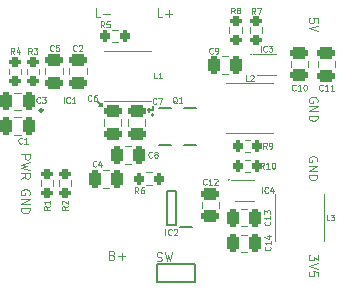
<source format=gto>
G04 #@! TF.GenerationSoftware,KiCad,Pcbnew,7.0.5*
G04 #@! TF.CreationDate,2023-08-01T00:38:24-05:00*
G04 #@! TF.ProjectId,psxpress-pms,70737870-7265-4737-932d-706d732e6b69,rev?*
G04 #@! TF.SameCoordinates,Original*
G04 #@! TF.FileFunction,Legend,Top*
G04 #@! TF.FilePolarity,Positive*
%FSLAX46Y46*%
G04 Gerber Fmt 4.6, Leading zero omitted, Abs format (unit mm)*
G04 Created by KiCad (PCBNEW 7.0.5) date 2023-08-01 00:38:24*
%MOMM*%
%LPD*%
G01*
G04 APERTURE LIST*
G04 Aperture macros list*
%AMRoundRect*
0 Rectangle with rounded corners*
0 $1 Rounding radius*
0 $2 $3 $4 $5 $6 $7 $8 $9 X,Y pos of 4 corners*
0 Add a 4 corners polygon primitive as box body*
4,1,4,$2,$3,$4,$5,$6,$7,$8,$9,$2,$3,0*
0 Add four circle primitives for the rounded corners*
1,1,$1+$1,$2,$3*
1,1,$1+$1,$4,$5*
1,1,$1+$1,$6,$7*
1,1,$1+$1,$8,$9*
0 Add four rect primitives between the rounded corners*
20,1,$1+$1,$2,$3,$4,$5,0*
20,1,$1+$1,$4,$5,$6,$7,0*
20,1,$1+$1,$6,$7,$8,$9,0*
20,1,$1+$1,$8,$9,$2,$3,0*%
G04 Aperture macros list end*
%ADD10C,0.150000*%
%ADD11C,0.125000*%
%ADD12C,0.120000*%
%ADD13C,0.250000*%
%ADD14C,0.127000*%
%ADD15C,0.200000*%
%ADD16C,0.000000*%
%ADD17C,0.187500*%
%ADD18C,0.100000*%
%ADD19C,1.250000*%
%ADD20R,1.500000X2.500000*%
%ADD21R,2.500000X1.500000*%
%ADD22RoundRect,0.200000X0.275000X-0.200000X0.275000X0.200000X-0.275000X0.200000X-0.275000X-0.200000X0*%
%ADD23RoundRect,0.250000X-0.475000X0.250000X-0.475000X-0.250000X0.475000X-0.250000X0.475000X0.250000X0*%
%ADD24R,0.800000X0.300000*%
%ADD25R,0.300000X0.800000*%
%ADD26R,2.800000X2.800000*%
%ADD27RoundRect,0.250000X0.250000X0.475000X-0.250000X0.475000X-0.250000X-0.475000X0.250000X-0.475000X0*%
%ADD28RoundRect,0.200000X-0.275000X0.200000X-0.275000X-0.200000X0.275000X-0.200000X0.275000X0.200000X0*%
%ADD29C,2.200000*%
%ADD30R,0.500000X0.350000*%
%ADD31R,0.300000X0.400000*%
%ADD32R,1.980000X2.450000*%
%ADD33R,0.430000X0.380000*%
%ADD34RoundRect,0.200000X-0.200000X-0.275000X0.200000X-0.275000X0.200000X0.275000X-0.200000X0.275000X0*%
%ADD35R,1.200000X3.700000*%
%ADD36RoundRect,0.250000X-0.250000X-0.475000X0.250000X-0.475000X0.250000X0.475000X-0.250000X0.475000X0*%
%ADD37R,1.050000X0.550000*%
%ADD38R,3.700000X1.200000*%
%ADD39RoundRect,0.250000X0.475000X-0.250000X0.475000X0.250000X-0.475000X0.250000X-0.475000X-0.250000X0*%
%ADD40R,0.500000X0.375000*%
%ADD41R,0.650000X0.300000*%
%ADD42RoundRect,0.200000X0.200000X0.275000X-0.200000X0.275000X-0.200000X-0.275000X0.200000X-0.275000X0*%
G04 APERTURE END LIST*
D10*
X170825000Y-65825000D02*
X170825000Y-65475000D01*
X170400000Y-65825000D02*
X170825000Y-65825000D01*
X170400000Y-65825000D02*
X170550000Y-65975000D01*
X170400000Y-65825000D02*
X170550000Y-65675000D01*
X166500000Y-65475000D02*
X166500000Y-65225000D01*
X166500000Y-65475000D02*
X166200000Y-65175000D01*
X166500000Y-65475000D02*
X166250000Y-65475000D01*
X171150000Y-78825000D02*
X174425000Y-78825000D01*
X174425000Y-80400000D01*
X171150000Y-80400000D01*
X171150000Y-78825000D01*
X177272154Y-71708748D02*
G75*
G03*
X177272154Y-71708748I-55902J0D01*
G01*
X179147154Y-61082847D02*
G75*
G03*
X179147154Y-61082847I-55902J0D01*
G01*
D11*
X171150093Y-78591000D02*
X171257236Y-78626714D01*
X171257236Y-78626714D02*
X171435807Y-78626714D01*
X171435807Y-78626714D02*
X171507236Y-78591000D01*
X171507236Y-78591000D02*
X171542950Y-78555285D01*
X171542950Y-78555285D02*
X171578664Y-78483857D01*
X171578664Y-78483857D02*
X171578664Y-78412428D01*
X171578664Y-78412428D02*
X171542950Y-78341000D01*
X171542950Y-78341000D02*
X171507236Y-78305285D01*
X171507236Y-78305285D02*
X171435807Y-78269571D01*
X171435807Y-78269571D02*
X171292950Y-78233857D01*
X171292950Y-78233857D02*
X171221521Y-78198142D01*
X171221521Y-78198142D02*
X171185807Y-78162428D01*
X171185807Y-78162428D02*
X171150093Y-78091000D01*
X171150093Y-78091000D02*
X171150093Y-78019571D01*
X171150093Y-78019571D02*
X171185807Y-77948142D01*
X171185807Y-77948142D02*
X171221521Y-77912428D01*
X171221521Y-77912428D02*
X171292950Y-77876714D01*
X171292950Y-77876714D02*
X171471521Y-77876714D01*
X171471521Y-77876714D02*
X171578664Y-77912428D01*
X171828664Y-77876714D02*
X172007236Y-78626714D01*
X172007236Y-78626714D02*
X172150093Y-78091000D01*
X172150093Y-78091000D02*
X172292950Y-78626714D01*
X172292950Y-78626714D02*
X172471522Y-77876714D01*
X171642950Y-57951714D02*
X171285807Y-57951714D01*
X171285807Y-57951714D02*
X171285807Y-57201714D01*
X171892950Y-57666000D02*
X172464379Y-57666000D01*
X172178664Y-57951714D02*
X172178664Y-57380285D01*
X159648285Y-69585807D02*
X160398285Y-69585807D01*
X160398285Y-69585807D02*
X160398285Y-69871521D01*
X160398285Y-69871521D02*
X160362571Y-69942950D01*
X160362571Y-69942950D02*
X160326857Y-69978664D01*
X160326857Y-69978664D02*
X160255428Y-70014378D01*
X160255428Y-70014378D02*
X160148285Y-70014378D01*
X160148285Y-70014378D02*
X160076857Y-69978664D01*
X160076857Y-69978664D02*
X160041142Y-69942950D01*
X160041142Y-69942950D02*
X160005428Y-69871521D01*
X160005428Y-69871521D02*
X160005428Y-69585807D01*
X160398285Y-70264378D02*
X159648285Y-70442950D01*
X159648285Y-70442950D02*
X160184000Y-70585807D01*
X160184000Y-70585807D02*
X159648285Y-70728664D01*
X159648285Y-70728664D02*
X160398285Y-70907236D01*
X159648285Y-71621521D02*
X160005428Y-71371521D01*
X159648285Y-71192950D02*
X160398285Y-71192950D01*
X160398285Y-71192950D02*
X160398285Y-71478664D01*
X160398285Y-71478664D02*
X160362571Y-71550093D01*
X160362571Y-71550093D02*
X160326857Y-71585807D01*
X160326857Y-71585807D02*
X160255428Y-71621521D01*
X160255428Y-71621521D02*
X160148285Y-71621521D01*
X160148285Y-71621521D02*
X160076857Y-71585807D01*
X160076857Y-71585807D02*
X160041142Y-71550093D01*
X160041142Y-71550093D02*
X160005428Y-71478664D01*
X160005428Y-71478664D02*
X160005428Y-71192950D01*
X184789537Y-58417950D02*
X184789537Y-58060807D01*
X184789537Y-58060807D02*
X184432394Y-58025093D01*
X184432394Y-58025093D02*
X184468109Y-58060807D01*
X184468109Y-58060807D02*
X184503823Y-58132236D01*
X184503823Y-58132236D02*
X184503823Y-58310807D01*
X184503823Y-58310807D02*
X184468109Y-58382236D01*
X184468109Y-58382236D02*
X184432394Y-58417950D01*
X184432394Y-58417950D02*
X184360966Y-58453664D01*
X184360966Y-58453664D02*
X184182394Y-58453664D01*
X184182394Y-58453664D02*
X184110966Y-58417950D01*
X184110966Y-58417950D02*
X184075252Y-58382236D01*
X184075252Y-58382236D02*
X184039537Y-58310807D01*
X184039537Y-58310807D02*
X184039537Y-58132236D01*
X184039537Y-58132236D02*
X184075252Y-58060807D01*
X184075252Y-58060807D02*
X184110966Y-58025093D01*
X184789537Y-58667950D02*
X184039537Y-58917950D01*
X184039537Y-58917950D02*
X184789537Y-59167950D01*
X166367950Y-57951714D02*
X166010807Y-57951714D01*
X166010807Y-57951714D02*
X166010807Y-57201714D01*
X166617950Y-57666000D02*
X167189379Y-57666000D01*
X184728823Y-70177412D02*
X184764537Y-70105984D01*
X184764537Y-70105984D02*
X184764537Y-69998841D01*
X184764537Y-69998841D02*
X184728823Y-69891698D01*
X184728823Y-69891698D02*
X184657394Y-69820269D01*
X184657394Y-69820269D02*
X184585966Y-69784555D01*
X184585966Y-69784555D02*
X184443109Y-69748841D01*
X184443109Y-69748841D02*
X184335966Y-69748841D01*
X184335966Y-69748841D02*
X184193109Y-69784555D01*
X184193109Y-69784555D02*
X184121680Y-69820269D01*
X184121680Y-69820269D02*
X184050252Y-69891698D01*
X184050252Y-69891698D02*
X184014537Y-69998841D01*
X184014537Y-69998841D02*
X184014537Y-70070269D01*
X184014537Y-70070269D02*
X184050252Y-70177412D01*
X184050252Y-70177412D02*
X184085966Y-70213126D01*
X184085966Y-70213126D02*
X184335966Y-70213126D01*
X184335966Y-70213126D02*
X184335966Y-70070269D01*
X184014537Y-70534555D02*
X184764537Y-70534555D01*
X184764537Y-70534555D02*
X184014537Y-70963126D01*
X184014537Y-70963126D02*
X184764537Y-70963126D01*
X184014537Y-71320269D02*
X184764537Y-71320269D01*
X184764537Y-71320269D02*
X184764537Y-71498840D01*
X184764537Y-71498840D02*
X184728823Y-71605983D01*
X184728823Y-71605983D02*
X184657394Y-71677412D01*
X184657394Y-71677412D02*
X184585966Y-71713126D01*
X184585966Y-71713126D02*
X184443109Y-71748840D01*
X184443109Y-71748840D02*
X184335966Y-71748840D01*
X184335966Y-71748840D02*
X184193109Y-71713126D01*
X184193109Y-71713126D02*
X184121680Y-71677412D01*
X184121680Y-71677412D02*
X184050252Y-71605983D01*
X184050252Y-71605983D02*
X184014537Y-71498840D01*
X184014537Y-71498840D02*
X184014537Y-71320269D01*
X160387571Y-72978664D02*
X160423285Y-72907236D01*
X160423285Y-72907236D02*
X160423285Y-72800093D01*
X160423285Y-72800093D02*
X160387571Y-72692950D01*
X160387571Y-72692950D02*
X160316142Y-72621521D01*
X160316142Y-72621521D02*
X160244714Y-72585807D01*
X160244714Y-72585807D02*
X160101857Y-72550093D01*
X160101857Y-72550093D02*
X159994714Y-72550093D01*
X159994714Y-72550093D02*
X159851857Y-72585807D01*
X159851857Y-72585807D02*
X159780428Y-72621521D01*
X159780428Y-72621521D02*
X159709000Y-72692950D01*
X159709000Y-72692950D02*
X159673285Y-72800093D01*
X159673285Y-72800093D02*
X159673285Y-72871521D01*
X159673285Y-72871521D02*
X159709000Y-72978664D01*
X159709000Y-72978664D02*
X159744714Y-73014378D01*
X159744714Y-73014378D02*
X159994714Y-73014378D01*
X159994714Y-73014378D02*
X159994714Y-72871521D01*
X159673285Y-73335807D02*
X160423285Y-73335807D01*
X160423285Y-73335807D02*
X159673285Y-73764378D01*
X159673285Y-73764378D02*
X160423285Y-73764378D01*
X159673285Y-74121521D02*
X160423285Y-74121521D01*
X160423285Y-74121521D02*
X160423285Y-74300092D01*
X160423285Y-74300092D02*
X160387571Y-74407235D01*
X160387571Y-74407235D02*
X160316142Y-74478664D01*
X160316142Y-74478664D02*
X160244714Y-74514378D01*
X160244714Y-74514378D02*
X160101857Y-74550092D01*
X160101857Y-74550092D02*
X159994714Y-74550092D01*
X159994714Y-74550092D02*
X159851857Y-74514378D01*
X159851857Y-74514378D02*
X159780428Y-74478664D01*
X159780428Y-74478664D02*
X159709000Y-74407235D01*
X159709000Y-74407235D02*
X159673285Y-74300092D01*
X159673285Y-74300092D02*
X159673285Y-74121521D01*
X184789537Y-78089378D02*
X184789537Y-78553664D01*
X184789537Y-78553664D02*
X184503823Y-78303664D01*
X184503823Y-78303664D02*
X184503823Y-78410807D01*
X184503823Y-78410807D02*
X184468109Y-78482236D01*
X184468109Y-78482236D02*
X184432394Y-78517950D01*
X184432394Y-78517950D02*
X184360966Y-78553664D01*
X184360966Y-78553664D02*
X184182394Y-78553664D01*
X184182394Y-78553664D02*
X184110966Y-78517950D01*
X184110966Y-78517950D02*
X184075252Y-78482236D01*
X184075252Y-78482236D02*
X184039537Y-78410807D01*
X184039537Y-78410807D02*
X184039537Y-78196521D01*
X184039537Y-78196521D02*
X184075252Y-78125093D01*
X184075252Y-78125093D02*
X184110966Y-78089378D01*
X184789537Y-78767950D02*
X184039537Y-79017950D01*
X184039537Y-79017950D02*
X184789537Y-79267950D01*
X184789537Y-79875093D02*
X184789537Y-79517950D01*
X184789537Y-79517950D02*
X184432394Y-79482236D01*
X184432394Y-79482236D02*
X184468109Y-79517950D01*
X184468109Y-79517950D02*
X184503823Y-79589379D01*
X184503823Y-79589379D02*
X184503823Y-79767950D01*
X184503823Y-79767950D02*
X184468109Y-79839379D01*
X184468109Y-79839379D02*
X184432394Y-79875093D01*
X184432394Y-79875093D02*
X184360966Y-79910807D01*
X184360966Y-79910807D02*
X184182394Y-79910807D01*
X184182394Y-79910807D02*
X184110966Y-79875093D01*
X184110966Y-79875093D02*
X184075252Y-79839379D01*
X184075252Y-79839379D02*
X184039537Y-79767950D01*
X184039537Y-79767950D02*
X184039537Y-79589379D01*
X184039537Y-79589379D02*
X184075252Y-79517950D01*
X184075252Y-79517950D02*
X184110966Y-79482236D01*
X184753823Y-65152412D02*
X184789537Y-65080984D01*
X184789537Y-65080984D02*
X184789537Y-64973841D01*
X184789537Y-64973841D02*
X184753823Y-64866698D01*
X184753823Y-64866698D02*
X184682394Y-64795269D01*
X184682394Y-64795269D02*
X184610966Y-64759555D01*
X184610966Y-64759555D02*
X184468109Y-64723841D01*
X184468109Y-64723841D02*
X184360966Y-64723841D01*
X184360966Y-64723841D02*
X184218109Y-64759555D01*
X184218109Y-64759555D02*
X184146680Y-64795269D01*
X184146680Y-64795269D02*
X184075252Y-64866698D01*
X184075252Y-64866698D02*
X184039537Y-64973841D01*
X184039537Y-64973841D02*
X184039537Y-65045269D01*
X184039537Y-65045269D02*
X184075252Y-65152412D01*
X184075252Y-65152412D02*
X184110966Y-65188126D01*
X184110966Y-65188126D02*
X184360966Y-65188126D01*
X184360966Y-65188126D02*
X184360966Y-65045269D01*
X184039537Y-65509555D02*
X184789537Y-65509555D01*
X184789537Y-65509555D02*
X184039537Y-65938126D01*
X184039537Y-65938126D02*
X184789537Y-65938126D01*
X184039537Y-66295269D02*
X184789537Y-66295269D01*
X184789537Y-66295269D02*
X184789537Y-66473840D01*
X184789537Y-66473840D02*
X184753823Y-66580983D01*
X184753823Y-66580983D02*
X184682394Y-66652412D01*
X184682394Y-66652412D02*
X184610966Y-66688126D01*
X184610966Y-66688126D02*
X184468109Y-66723840D01*
X184468109Y-66723840D02*
X184360966Y-66723840D01*
X184360966Y-66723840D02*
X184218109Y-66688126D01*
X184218109Y-66688126D02*
X184146680Y-66652412D01*
X184146680Y-66652412D02*
X184075252Y-66580983D01*
X184075252Y-66580983D02*
X184039537Y-66473840D01*
X184039537Y-66473840D02*
X184039537Y-66295269D01*
X167406598Y-78108857D02*
X167513741Y-78144571D01*
X167513741Y-78144571D02*
X167549455Y-78180285D01*
X167549455Y-78180285D02*
X167585169Y-78251714D01*
X167585169Y-78251714D02*
X167585169Y-78358857D01*
X167585169Y-78358857D02*
X167549455Y-78430285D01*
X167549455Y-78430285D02*
X167513741Y-78466000D01*
X167513741Y-78466000D02*
X167442312Y-78501714D01*
X167442312Y-78501714D02*
X167156598Y-78501714D01*
X167156598Y-78501714D02*
X167156598Y-77751714D01*
X167156598Y-77751714D02*
X167406598Y-77751714D01*
X167406598Y-77751714D02*
X167478027Y-77787428D01*
X167478027Y-77787428D02*
X167513741Y-77823142D01*
X167513741Y-77823142D02*
X167549455Y-77894571D01*
X167549455Y-77894571D02*
X167549455Y-77966000D01*
X167549455Y-77966000D02*
X167513741Y-78037428D01*
X167513741Y-78037428D02*
X167478027Y-78073142D01*
X167478027Y-78073142D02*
X167406598Y-78108857D01*
X167406598Y-78108857D02*
X167156598Y-78108857D01*
X167906598Y-78216000D02*
X168478027Y-78216000D01*
X168192312Y-78501714D02*
X168192312Y-77930285D01*
X163624809Y-73983333D02*
X163386714Y-74149999D01*
X163624809Y-74269047D02*
X163124809Y-74269047D01*
X163124809Y-74269047D02*
X163124809Y-74078571D01*
X163124809Y-74078571D02*
X163148619Y-74030952D01*
X163148619Y-74030952D02*
X163172428Y-74007142D01*
X163172428Y-74007142D02*
X163220047Y-73983333D01*
X163220047Y-73983333D02*
X163291476Y-73983333D01*
X163291476Y-73983333D02*
X163339095Y-74007142D01*
X163339095Y-74007142D02*
X163362904Y-74030952D01*
X163362904Y-74030952D02*
X163386714Y-74078571D01*
X163386714Y-74078571D02*
X163386714Y-74269047D01*
X163172428Y-73792856D02*
X163148619Y-73769047D01*
X163148619Y-73769047D02*
X163124809Y-73721428D01*
X163124809Y-73721428D02*
X163124809Y-73602380D01*
X163124809Y-73602380D02*
X163148619Y-73554761D01*
X163148619Y-73554761D02*
X163172428Y-73530952D01*
X163172428Y-73530952D02*
X163220047Y-73507142D01*
X163220047Y-73507142D02*
X163267666Y-73507142D01*
X163267666Y-73507142D02*
X163339095Y-73530952D01*
X163339095Y-73530952D02*
X163624809Y-73816666D01*
X163624809Y-73816666D02*
X163624809Y-73507142D01*
X185219823Y-64122842D02*
X185196014Y-64146652D01*
X185196014Y-64146652D02*
X185124585Y-64170461D01*
X185124585Y-64170461D02*
X185076966Y-64170461D01*
X185076966Y-64170461D02*
X185005538Y-64146652D01*
X185005538Y-64146652D02*
X184957919Y-64099032D01*
X184957919Y-64099032D02*
X184934109Y-64051413D01*
X184934109Y-64051413D02*
X184910300Y-63956175D01*
X184910300Y-63956175D02*
X184910300Y-63884747D01*
X184910300Y-63884747D02*
X184934109Y-63789509D01*
X184934109Y-63789509D02*
X184957919Y-63741890D01*
X184957919Y-63741890D02*
X185005538Y-63694271D01*
X185005538Y-63694271D02*
X185076966Y-63670461D01*
X185076966Y-63670461D02*
X185124585Y-63670461D01*
X185124585Y-63670461D02*
X185196014Y-63694271D01*
X185196014Y-63694271D02*
X185219823Y-63718080D01*
X185696014Y-64170461D02*
X185410300Y-64170461D01*
X185553157Y-64170461D02*
X185553157Y-63670461D01*
X185553157Y-63670461D02*
X185505538Y-63741890D01*
X185505538Y-63741890D02*
X185457919Y-63789509D01*
X185457919Y-63789509D02*
X185410300Y-63813318D01*
X186172204Y-64170461D02*
X185886490Y-64170461D01*
X186029347Y-64170461D02*
X186029347Y-63670461D01*
X186029347Y-63670461D02*
X185981728Y-63741890D01*
X185981728Y-63741890D02*
X185934109Y-63789509D01*
X185934109Y-63789509D02*
X185886490Y-63813318D01*
X163283157Y-65224809D02*
X163283157Y-64724809D01*
X163806966Y-65177190D02*
X163783157Y-65201000D01*
X163783157Y-65201000D02*
X163711728Y-65224809D01*
X163711728Y-65224809D02*
X163664109Y-65224809D01*
X163664109Y-65224809D02*
X163592681Y-65201000D01*
X163592681Y-65201000D02*
X163545062Y-65153380D01*
X163545062Y-65153380D02*
X163521252Y-65105761D01*
X163521252Y-65105761D02*
X163497443Y-65010523D01*
X163497443Y-65010523D02*
X163497443Y-64939095D01*
X163497443Y-64939095D02*
X163521252Y-64843857D01*
X163521252Y-64843857D02*
X163545062Y-64796238D01*
X163545062Y-64796238D02*
X163592681Y-64748619D01*
X163592681Y-64748619D02*
X163664109Y-64724809D01*
X163664109Y-64724809D02*
X163711728Y-64724809D01*
X163711728Y-64724809D02*
X163783157Y-64748619D01*
X163783157Y-64748619D02*
X163806966Y-64772428D01*
X164283157Y-65224809D02*
X163997443Y-65224809D01*
X164140300Y-65224809D02*
X164140300Y-64724809D01*
X164140300Y-64724809D02*
X164092681Y-64796238D01*
X164092681Y-64796238D02*
X164045062Y-64843857D01*
X164045062Y-64843857D02*
X163997443Y-64867666D01*
X159766666Y-68627190D02*
X159742857Y-68651000D01*
X159742857Y-68651000D02*
X159671428Y-68674809D01*
X159671428Y-68674809D02*
X159623809Y-68674809D01*
X159623809Y-68674809D02*
X159552381Y-68651000D01*
X159552381Y-68651000D02*
X159504762Y-68603380D01*
X159504762Y-68603380D02*
X159480952Y-68555761D01*
X159480952Y-68555761D02*
X159457143Y-68460523D01*
X159457143Y-68460523D02*
X159457143Y-68389095D01*
X159457143Y-68389095D02*
X159480952Y-68293857D01*
X159480952Y-68293857D02*
X159504762Y-68246238D01*
X159504762Y-68246238D02*
X159552381Y-68198619D01*
X159552381Y-68198619D02*
X159623809Y-68174809D01*
X159623809Y-68174809D02*
X159671428Y-68174809D01*
X159671428Y-68174809D02*
X159742857Y-68198619D01*
X159742857Y-68198619D02*
X159766666Y-68222428D01*
X160242857Y-68674809D02*
X159957143Y-68674809D01*
X160100000Y-68674809D02*
X160100000Y-68174809D01*
X160100000Y-68174809D02*
X160052381Y-68246238D01*
X160052381Y-68246238D02*
X160004762Y-68293857D01*
X160004762Y-68293857D02*
X159957143Y-68317666D01*
X159116666Y-61049809D02*
X158950000Y-60811714D01*
X158830952Y-61049809D02*
X158830952Y-60549809D01*
X158830952Y-60549809D02*
X159021428Y-60549809D01*
X159021428Y-60549809D02*
X159069047Y-60573619D01*
X159069047Y-60573619D02*
X159092857Y-60597428D01*
X159092857Y-60597428D02*
X159116666Y-60645047D01*
X159116666Y-60645047D02*
X159116666Y-60716476D01*
X159116666Y-60716476D02*
X159092857Y-60764095D01*
X159092857Y-60764095D02*
X159069047Y-60787904D01*
X159069047Y-60787904D02*
X159021428Y-60811714D01*
X159021428Y-60811714D02*
X158830952Y-60811714D01*
X159545238Y-60716476D02*
X159545238Y-61049809D01*
X159426190Y-60526000D02*
X159307143Y-60883142D01*
X159307143Y-60883142D02*
X159616666Y-60883142D01*
X172877380Y-65238680D02*
X172829761Y-65214871D01*
X172829761Y-65214871D02*
X172782142Y-65167252D01*
X172782142Y-65167252D02*
X172710714Y-65095823D01*
X172710714Y-65095823D02*
X172663095Y-65072013D01*
X172663095Y-65072013D02*
X172615476Y-65072013D01*
X172639285Y-65191061D02*
X172591666Y-65167252D01*
X172591666Y-65167252D02*
X172544047Y-65119632D01*
X172544047Y-65119632D02*
X172520238Y-65024394D01*
X172520238Y-65024394D02*
X172520238Y-64857728D01*
X172520238Y-64857728D02*
X172544047Y-64762490D01*
X172544047Y-64762490D02*
X172591666Y-64714871D01*
X172591666Y-64714871D02*
X172639285Y-64691061D01*
X172639285Y-64691061D02*
X172734523Y-64691061D01*
X172734523Y-64691061D02*
X172782142Y-64714871D01*
X172782142Y-64714871D02*
X172829761Y-64762490D01*
X172829761Y-64762490D02*
X172853571Y-64857728D01*
X172853571Y-64857728D02*
X172853571Y-65024394D01*
X172853571Y-65024394D02*
X172829761Y-65119632D01*
X172829761Y-65119632D02*
X172782142Y-65167252D01*
X172782142Y-65167252D02*
X172734523Y-65191061D01*
X172734523Y-65191061D02*
X172639285Y-65191061D01*
X173329762Y-65191061D02*
X173044048Y-65191061D01*
X173186905Y-65191061D02*
X173186905Y-64691061D01*
X173186905Y-64691061D02*
X173139286Y-64762490D01*
X173139286Y-64762490D02*
X173091667Y-64810109D01*
X173091667Y-64810109D02*
X173044048Y-64833918D01*
X160591666Y-61074809D02*
X160425000Y-60836714D01*
X160305952Y-61074809D02*
X160305952Y-60574809D01*
X160305952Y-60574809D02*
X160496428Y-60574809D01*
X160496428Y-60574809D02*
X160544047Y-60598619D01*
X160544047Y-60598619D02*
X160567857Y-60622428D01*
X160567857Y-60622428D02*
X160591666Y-60670047D01*
X160591666Y-60670047D02*
X160591666Y-60741476D01*
X160591666Y-60741476D02*
X160567857Y-60789095D01*
X160567857Y-60789095D02*
X160544047Y-60812904D01*
X160544047Y-60812904D02*
X160496428Y-60836714D01*
X160496428Y-60836714D02*
X160305952Y-60836714D01*
X160758333Y-60574809D02*
X161067857Y-60574809D01*
X161067857Y-60574809D02*
X160901190Y-60765285D01*
X160901190Y-60765285D02*
X160972619Y-60765285D01*
X160972619Y-60765285D02*
X161020238Y-60789095D01*
X161020238Y-60789095D02*
X161044047Y-60812904D01*
X161044047Y-60812904D02*
X161067857Y-60860523D01*
X161067857Y-60860523D02*
X161067857Y-60979571D01*
X161067857Y-60979571D02*
X161044047Y-61027190D01*
X161044047Y-61027190D02*
X161020238Y-61051000D01*
X161020238Y-61051000D02*
X160972619Y-61074809D01*
X160972619Y-61074809D02*
X160829762Y-61074809D01*
X160829762Y-61074809D02*
X160782143Y-61051000D01*
X160782143Y-61051000D02*
X160758333Y-61027190D01*
X180727190Y-75271428D02*
X180751000Y-75295237D01*
X180751000Y-75295237D02*
X180774809Y-75366666D01*
X180774809Y-75366666D02*
X180774809Y-75414285D01*
X180774809Y-75414285D02*
X180751000Y-75485713D01*
X180751000Y-75485713D02*
X180703380Y-75533332D01*
X180703380Y-75533332D02*
X180655761Y-75557142D01*
X180655761Y-75557142D02*
X180560523Y-75580951D01*
X180560523Y-75580951D02*
X180489095Y-75580951D01*
X180489095Y-75580951D02*
X180393857Y-75557142D01*
X180393857Y-75557142D02*
X180346238Y-75533332D01*
X180346238Y-75533332D02*
X180298619Y-75485713D01*
X180298619Y-75485713D02*
X180274809Y-75414285D01*
X180274809Y-75414285D02*
X180274809Y-75366666D01*
X180274809Y-75366666D02*
X180298619Y-75295237D01*
X180298619Y-75295237D02*
X180322428Y-75271428D01*
X180774809Y-74795237D02*
X180774809Y-75080951D01*
X180774809Y-74938094D02*
X180274809Y-74938094D01*
X180274809Y-74938094D02*
X180346238Y-74985713D01*
X180346238Y-74985713D02*
X180393857Y-75033332D01*
X180393857Y-75033332D02*
X180417666Y-75080951D01*
X180274809Y-74628571D02*
X180274809Y-74319047D01*
X180274809Y-74319047D02*
X180465285Y-74485714D01*
X180465285Y-74485714D02*
X180465285Y-74414285D01*
X180465285Y-74414285D02*
X180489095Y-74366666D01*
X180489095Y-74366666D02*
X180512904Y-74342857D01*
X180512904Y-74342857D02*
X180560523Y-74319047D01*
X180560523Y-74319047D02*
X180679571Y-74319047D01*
X180679571Y-74319047D02*
X180727190Y-74342857D01*
X180727190Y-74342857D02*
X180751000Y-74366666D01*
X180751000Y-74366666D02*
X180774809Y-74414285D01*
X180774809Y-74414285D02*
X180774809Y-74557142D01*
X180774809Y-74557142D02*
X180751000Y-74604761D01*
X180751000Y-74604761D02*
X180727190Y-74628571D01*
X180244823Y-70773557D02*
X180078157Y-70535462D01*
X179959109Y-70773557D02*
X179959109Y-70273557D01*
X179959109Y-70273557D02*
X180149585Y-70273557D01*
X180149585Y-70273557D02*
X180197204Y-70297367D01*
X180197204Y-70297367D02*
X180221014Y-70321176D01*
X180221014Y-70321176D02*
X180244823Y-70368795D01*
X180244823Y-70368795D02*
X180244823Y-70440224D01*
X180244823Y-70440224D02*
X180221014Y-70487843D01*
X180221014Y-70487843D02*
X180197204Y-70511652D01*
X180197204Y-70511652D02*
X180149585Y-70535462D01*
X180149585Y-70535462D02*
X179959109Y-70535462D01*
X180721014Y-70773557D02*
X180435300Y-70773557D01*
X180578157Y-70773557D02*
X180578157Y-70273557D01*
X180578157Y-70273557D02*
X180530538Y-70344986D01*
X180530538Y-70344986D02*
X180482919Y-70392605D01*
X180482919Y-70392605D02*
X180435300Y-70416414D01*
X181030537Y-70273557D02*
X181078156Y-70273557D01*
X181078156Y-70273557D02*
X181125775Y-70297367D01*
X181125775Y-70297367D02*
X181149585Y-70321176D01*
X181149585Y-70321176D02*
X181173394Y-70368795D01*
X181173394Y-70368795D02*
X181197204Y-70464033D01*
X181197204Y-70464033D02*
X181197204Y-70583081D01*
X181197204Y-70583081D02*
X181173394Y-70678319D01*
X181173394Y-70678319D02*
X181149585Y-70725938D01*
X181149585Y-70725938D02*
X181125775Y-70749748D01*
X181125775Y-70749748D02*
X181078156Y-70773557D01*
X181078156Y-70773557D02*
X181030537Y-70773557D01*
X181030537Y-70773557D02*
X180982918Y-70749748D01*
X180982918Y-70749748D02*
X180959109Y-70725938D01*
X180959109Y-70725938D02*
X180935299Y-70678319D01*
X180935299Y-70678319D02*
X180911490Y-70583081D01*
X180911490Y-70583081D02*
X180911490Y-70464033D01*
X180911490Y-70464033D02*
X180935299Y-70368795D01*
X180935299Y-70368795D02*
X180959109Y-70321176D01*
X180959109Y-70321176D02*
X180982918Y-70297367D01*
X180982918Y-70297367D02*
X181030537Y-70273557D01*
X171191666Y-63149809D02*
X170953571Y-63149809D01*
X170953571Y-63149809D02*
X170953571Y-62649809D01*
X171620238Y-63149809D02*
X171334524Y-63149809D01*
X171477381Y-63149809D02*
X171477381Y-62649809D01*
X171477381Y-62649809D02*
X171429762Y-62721238D01*
X171429762Y-62721238D02*
X171382143Y-62768857D01*
X171382143Y-62768857D02*
X171334524Y-62792666D01*
X166041666Y-70577190D02*
X166017857Y-70601000D01*
X166017857Y-70601000D02*
X165946428Y-70624809D01*
X165946428Y-70624809D02*
X165898809Y-70624809D01*
X165898809Y-70624809D02*
X165827381Y-70601000D01*
X165827381Y-70601000D02*
X165779762Y-70553380D01*
X165779762Y-70553380D02*
X165755952Y-70505761D01*
X165755952Y-70505761D02*
X165732143Y-70410523D01*
X165732143Y-70410523D02*
X165732143Y-70339095D01*
X165732143Y-70339095D02*
X165755952Y-70243857D01*
X165755952Y-70243857D02*
X165779762Y-70196238D01*
X165779762Y-70196238D02*
X165827381Y-70148619D01*
X165827381Y-70148619D02*
X165898809Y-70124809D01*
X165898809Y-70124809D02*
X165946428Y-70124809D01*
X165946428Y-70124809D02*
X166017857Y-70148619D01*
X166017857Y-70148619D02*
X166041666Y-70172428D01*
X166470238Y-70291476D02*
X166470238Y-70624809D01*
X166351190Y-70101000D02*
X166232143Y-70458142D01*
X166232143Y-70458142D02*
X166541666Y-70458142D01*
X175916666Y-61002190D02*
X175892857Y-61026000D01*
X175892857Y-61026000D02*
X175821428Y-61049809D01*
X175821428Y-61049809D02*
X175773809Y-61049809D01*
X175773809Y-61049809D02*
X175702381Y-61026000D01*
X175702381Y-61026000D02*
X175654762Y-60978380D01*
X175654762Y-60978380D02*
X175630952Y-60930761D01*
X175630952Y-60930761D02*
X175607143Y-60835523D01*
X175607143Y-60835523D02*
X175607143Y-60764095D01*
X175607143Y-60764095D02*
X175630952Y-60668857D01*
X175630952Y-60668857D02*
X175654762Y-60621238D01*
X175654762Y-60621238D02*
X175702381Y-60573619D01*
X175702381Y-60573619D02*
X175773809Y-60549809D01*
X175773809Y-60549809D02*
X175821428Y-60549809D01*
X175821428Y-60549809D02*
X175892857Y-60573619D01*
X175892857Y-60573619D02*
X175916666Y-60597428D01*
X176154762Y-61049809D02*
X176250000Y-61049809D01*
X176250000Y-61049809D02*
X176297619Y-61026000D01*
X176297619Y-61026000D02*
X176321428Y-61002190D01*
X176321428Y-61002190D02*
X176369047Y-60930761D01*
X176369047Y-60930761D02*
X176392857Y-60835523D01*
X176392857Y-60835523D02*
X176392857Y-60645047D01*
X176392857Y-60645047D02*
X176369047Y-60597428D01*
X176369047Y-60597428D02*
X176345238Y-60573619D01*
X176345238Y-60573619D02*
X176297619Y-60549809D01*
X176297619Y-60549809D02*
X176202381Y-60549809D01*
X176202381Y-60549809D02*
X176154762Y-60573619D01*
X176154762Y-60573619D02*
X176130952Y-60597428D01*
X176130952Y-60597428D02*
X176107143Y-60645047D01*
X176107143Y-60645047D02*
X176107143Y-60764095D01*
X176107143Y-60764095D02*
X176130952Y-60811714D01*
X176130952Y-60811714D02*
X176154762Y-60835523D01*
X176154762Y-60835523D02*
X176202381Y-60859333D01*
X176202381Y-60859333D02*
X176297619Y-60859333D01*
X176297619Y-60859333D02*
X176345238Y-60835523D01*
X176345238Y-60835523D02*
X176369047Y-60811714D01*
X176369047Y-60811714D02*
X176392857Y-60764095D01*
X166716666Y-58824809D02*
X166550000Y-58586714D01*
X166430952Y-58824809D02*
X166430952Y-58324809D01*
X166430952Y-58324809D02*
X166621428Y-58324809D01*
X166621428Y-58324809D02*
X166669047Y-58348619D01*
X166669047Y-58348619D02*
X166692857Y-58372428D01*
X166692857Y-58372428D02*
X166716666Y-58420047D01*
X166716666Y-58420047D02*
X166716666Y-58491476D01*
X166716666Y-58491476D02*
X166692857Y-58539095D01*
X166692857Y-58539095D02*
X166669047Y-58562904D01*
X166669047Y-58562904D02*
X166621428Y-58586714D01*
X166621428Y-58586714D02*
X166430952Y-58586714D01*
X167169047Y-58324809D02*
X166930952Y-58324809D01*
X166930952Y-58324809D02*
X166907143Y-58562904D01*
X166907143Y-58562904D02*
X166930952Y-58539095D01*
X166930952Y-58539095D02*
X166978571Y-58515285D01*
X166978571Y-58515285D02*
X167097619Y-58515285D01*
X167097619Y-58515285D02*
X167145238Y-58539095D01*
X167145238Y-58539095D02*
X167169047Y-58562904D01*
X167169047Y-58562904D02*
X167192857Y-58610523D01*
X167192857Y-58610523D02*
X167192857Y-58729571D01*
X167192857Y-58729571D02*
X167169047Y-58777190D01*
X167169047Y-58777190D02*
X167145238Y-58801000D01*
X167145238Y-58801000D02*
X167097619Y-58824809D01*
X167097619Y-58824809D02*
X166978571Y-58824809D01*
X166978571Y-58824809D02*
X166930952Y-58801000D01*
X166930952Y-58801000D02*
X166907143Y-58777190D01*
X171903157Y-76399809D02*
X171903157Y-75899809D01*
X172426966Y-76352190D02*
X172403157Y-76376000D01*
X172403157Y-76376000D02*
X172331728Y-76399809D01*
X172331728Y-76399809D02*
X172284109Y-76399809D01*
X172284109Y-76399809D02*
X172212681Y-76376000D01*
X172212681Y-76376000D02*
X172165062Y-76328380D01*
X172165062Y-76328380D02*
X172141252Y-76280761D01*
X172141252Y-76280761D02*
X172117443Y-76185523D01*
X172117443Y-76185523D02*
X172117443Y-76114095D01*
X172117443Y-76114095D02*
X172141252Y-76018857D01*
X172141252Y-76018857D02*
X172165062Y-75971238D01*
X172165062Y-75971238D02*
X172212681Y-75923619D01*
X172212681Y-75923619D02*
X172284109Y-75899809D01*
X172284109Y-75899809D02*
X172331728Y-75899809D01*
X172331728Y-75899809D02*
X172403157Y-75923619D01*
X172403157Y-75923619D02*
X172426966Y-75947428D01*
X172617443Y-75947428D02*
X172641252Y-75923619D01*
X172641252Y-75923619D02*
X172688871Y-75899809D01*
X172688871Y-75899809D02*
X172807919Y-75899809D01*
X172807919Y-75899809D02*
X172855538Y-75923619D01*
X172855538Y-75923619D02*
X172879347Y-75947428D01*
X172879347Y-75947428D02*
X172903157Y-75995047D01*
X172903157Y-75995047D02*
X172903157Y-76042666D01*
X172903157Y-76042666D02*
X172879347Y-76114095D01*
X172879347Y-76114095D02*
X172593633Y-76399809D01*
X172593633Y-76399809D02*
X172903157Y-76399809D01*
X180482918Y-69098557D02*
X180316252Y-68860462D01*
X180197204Y-69098557D02*
X180197204Y-68598557D01*
X180197204Y-68598557D02*
X180387680Y-68598557D01*
X180387680Y-68598557D02*
X180435299Y-68622367D01*
X180435299Y-68622367D02*
X180459109Y-68646176D01*
X180459109Y-68646176D02*
X180482918Y-68693795D01*
X180482918Y-68693795D02*
X180482918Y-68765224D01*
X180482918Y-68765224D02*
X180459109Y-68812843D01*
X180459109Y-68812843D02*
X180435299Y-68836652D01*
X180435299Y-68836652D02*
X180387680Y-68860462D01*
X180387680Y-68860462D02*
X180197204Y-68860462D01*
X180721014Y-69098557D02*
X180816252Y-69098557D01*
X180816252Y-69098557D02*
X180863871Y-69074748D01*
X180863871Y-69074748D02*
X180887680Y-69050938D01*
X180887680Y-69050938D02*
X180935299Y-68979509D01*
X180935299Y-68979509D02*
X180959109Y-68884271D01*
X180959109Y-68884271D02*
X180959109Y-68693795D01*
X180959109Y-68693795D02*
X180935299Y-68646176D01*
X180935299Y-68646176D02*
X180911490Y-68622367D01*
X180911490Y-68622367D02*
X180863871Y-68598557D01*
X180863871Y-68598557D02*
X180768633Y-68598557D01*
X180768633Y-68598557D02*
X180721014Y-68622367D01*
X180721014Y-68622367D02*
X180697204Y-68646176D01*
X180697204Y-68646176D02*
X180673395Y-68693795D01*
X180673395Y-68693795D02*
X180673395Y-68812843D01*
X180673395Y-68812843D02*
X180697204Y-68860462D01*
X180697204Y-68860462D02*
X180721014Y-68884271D01*
X180721014Y-68884271D02*
X180768633Y-68908081D01*
X180768633Y-68908081D02*
X180863871Y-68908081D01*
X180863871Y-68908081D02*
X180911490Y-68884271D01*
X180911490Y-68884271D02*
X180935299Y-68860462D01*
X180935299Y-68860462D02*
X180959109Y-68812843D01*
X175378571Y-72102190D02*
X175354762Y-72126000D01*
X175354762Y-72126000D02*
X175283333Y-72149809D01*
X175283333Y-72149809D02*
X175235714Y-72149809D01*
X175235714Y-72149809D02*
X175164286Y-72126000D01*
X175164286Y-72126000D02*
X175116667Y-72078380D01*
X175116667Y-72078380D02*
X175092857Y-72030761D01*
X175092857Y-72030761D02*
X175069048Y-71935523D01*
X175069048Y-71935523D02*
X175069048Y-71864095D01*
X175069048Y-71864095D02*
X175092857Y-71768857D01*
X175092857Y-71768857D02*
X175116667Y-71721238D01*
X175116667Y-71721238D02*
X175164286Y-71673619D01*
X175164286Y-71673619D02*
X175235714Y-71649809D01*
X175235714Y-71649809D02*
X175283333Y-71649809D01*
X175283333Y-71649809D02*
X175354762Y-71673619D01*
X175354762Y-71673619D02*
X175378571Y-71697428D01*
X175854762Y-72149809D02*
X175569048Y-72149809D01*
X175711905Y-72149809D02*
X175711905Y-71649809D01*
X175711905Y-71649809D02*
X175664286Y-71721238D01*
X175664286Y-71721238D02*
X175616667Y-71768857D01*
X175616667Y-71768857D02*
X175569048Y-71792666D01*
X176045238Y-71697428D02*
X176069047Y-71673619D01*
X176069047Y-71673619D02*
X176116666Y-71649809D01*
X176116666Y-71649809D02*
X176235714Y-71649809D01*
X176235714Y-71649809D02*
X176283333Y-71673619D01*
X176283333Y-71673619D02*
X176307142Y-71697428D01*
X176307142Y-71697428D02*
X176330952Y-71745047D01*
X176330952Y-71745047D02*
X176330952Y-71792666D01*
X176330952Y-71792666D02*
X176307142Y-71864095D01*
X176307142Y-71864095D02*
X176021428Y-72149809D01*
X176021428Y-72149809D02*
X176330952Y-72149809D01*
X185782918Y-75170461D02*
X185544823Y-75170461D01*
X185544823Y-75170461D02*
X185544823Y-74670461D01*
X185901966Y-74670461D02*
X186211490Y-74670461D01*
X186211490Y-74670461D02*
X186044823Y-74860937D01*
X186044823Y-74860937D02*
X186116252Y-74860937D01*
X186116252Y-74860937D02*
X186163871Y-74884747D01*
X186163871Y-74884747D02*
X186187680Y-74908556D01*
X186187680Y-74908556D02*
X186211490Y-74956175D01*
X186211490Y-74956175D02*
X186211490Y-75075223D01*
X186211490Y-75075223D02*
X186187680Y-75122842D01*
X186187680Y-75122842D02*
X186163871Y-75146652D01*
X186163871Y-75146652D02*
X186116252Y-75170461D01*
X186116252Y-75170461D02*
X185973395Y-75170461D01*
X185973395Y-75170461D02*
X185925776Y-75146652D01*
X185925776Y-75146652D02*
X185901966Y-75122842D01*
X171141666Y-65252190D02*
X171117857Y-65276000D01*
X171117857Y-65276000D02*
X171046428Y-65299809D01*
X171046428Y-65299809D02*
X170998809Y-65299809D01*
X170998809Y-65299809D02*
X170927381Y-65276000D01*
X170927381Y-65276000D02*
X170879762Y-65228380D01*
X170879762Y-65228380D02*
X170855952Y-65180761D01*
X170855952Y-65180761D02*
X170832143Y-65085523D01*
X170832143Y-65085523D02*
X170832143Y-65014095D01*
X170832143Y-65014095D02*
X170855952Y-64918857D01*
X170855952Y-64918857D02*
X170879762Y-64871238D01*
X170879762Y-64871238D02*
X170927381Y-64823619D01*
X170927381Y-64823619D02*
X170998809Y-64799809D01*
X170998809Y-64799809D02*
X171046428Y-64799809D01*
X171046428Y-64799809D02*
X171117857Y-64823619D01*
X171117857Y-64823619D02*
X171141666Y-64847428D01*
X171308333Y-64799809D02*
X171641666Y-64799809D01*
X171641666Y-64799809D02*
X171427381Y-65299809D01*
X165641666Y-65002190D02*
X165617857Y-65026000D01*
X165617857Y-65026000D02*
X165546428Y-65049809D01*
X165546428Y-65049809D02*
X165498809Y-65049809D01*
X165498809Y-65049809D02*
X165427381Y-65026000D01*
X165427381Y-65026000D02*
X165379762Y-64978380D01*
X165379762Y-64978380D02*
X165355952Y-64930761D01*
X165355952Y-64930761D02*
X165332143Y-64835523D01*
X165332143Y-64835523D02*
X165332143Y-64764095D01*
X165332143Y-64764095D02*
X165355952Y-64668857D01*
X165355952Y-64668857D02*
X165379762Y-64621238D01*
X165379762Y-64621238D02*
X165427381Y-64573619D01*
X165427381Y-64573619D02*
X165498809Y-64549809D01*
X165498809Y-64549809D02*
X165546428Y-64549809D01*
X165546428Y-64549809D02*
X165617857Y-64573619D01*
X165617857Y-64573619D02*
X165641666Y-64597428D01*
X166070238Y-64549809D02*
X165975000Y-64549809D01*
X165975000Y-64549809D02*
X165927381Y-64573619D01*
X165927381Y-64573619D02*
X165903571Y-64597428D01*
X165903571Y-64597428D02*
X165855952Y-64668857D01*
X165855952Y-64668857D02*
X165832143Y-64764095D01*
X165832143Y-64764095D02*
X165832143Y-64954571D01*
X165832143Y-64954571D02*
X165855952Y-65002190D01*
X165855952Y-65002190D02*
X165879762Y-65026000D01*
X165879762Y-65026000D02*
X165927381Y-65049809D01*
X165927381Y-65049809D02*
X166022619Y-65049809D01*
X166022619Y-65049809D02*
X166070238Y-65026000D01*
X166070238Y-65026000D02*
X166094047Y-65002190D01*
X166094047Y-65002190D02*
X166117857Y-64954571D01*
X166117857Y-64954571D02*
X166117857Y-64835523D01*
X166117857Y-64835523D02*
X166094047Y-64787904D01*
X166094047Y-64787904D02*
X166070238Y-64764095D01*
X166070238Y-64764095D02*
X166022619Y-64740285D01*
X166022619Y-64740285D02*
X165927381Y-64740285D01*
X165927381Y-64740285D02*
X165879762Y-64764095D01*
X165879762Y-64764095D02*
X165855952Y-64787904D01*
X165855952Y-64787904D02*
X165832143Y-64835523D01*
X180061905Y-72849809D02*
X180061905Y-72349809D01*
X180585714Y-72802190D02*
X180561905Y-72826000D01*
X180561905Y-72826000D02*
X180490476Y-72849809D01*
X180490476Y-72849809D02*
X180442857Y-72849809D01*
X180442857Y-72849809D02*
X180371429Y-72826000D01*
X180371429Y-72826000D02*
X180323810Y-72778380D01*
X180323810Y-72778380D02*
X180300000Y-72730761D01*
X180300000Y-72730761D02*
X180276191Y-72635523D01*
X180276191Y-72635523D02*
X180276191Y-72564095D01*
X180276191Y-72564095D02*
X180300000Y-72468857D01*
X180300000Y-72468857D02*
X180323810Y-72421238D01*
X180323810Y-72421238D02*
X180371429Y-72373619D01*
X180371429Y-72373619D02*
X180442857Y-72349809D01*
X180442857Y-72349809D02*
X180490476Y-72349809D01*
X180490476Y-72349809D02*
X180561905Y-72373619D01*
X180561905Y-72373619D02*
X180585714Y-72397428D01*
X181014286Y-72516476D02*
X181014286Y-72849809D01*
X180895238Y-72326000D02*
X180776191Y-72683142D01*
X180776191Y-72683142D02*
X181085714Y-72683142D01*
X179961905Y-60874809D02*
X179961905Y-60374809D01*
X180485714Y-60827190D02*
X180461905Y-60851000D01*
X180461905Y-60851000D02*
X180390476Y-60874809D01*
X180390476Y-60874809D02*
X180342857Y-60874809D01*
X180342857Y-60874809D02*
X180271429Y-60851000D01*
X180271429Y-60851000D02*
X180223810Y-60803380D01*
X180223810Y-60803380D02*
X180200000Y-60755761D01*
X180200000Y-60755761D02*
X180176191Y-60660523D01*
X180176191Y-60660523D02*
X180176191Y-60589095D01*
X180176191Y-60589095D02*
X180200000Y-60493857D01*
X180200000Y-60493857D02*
X180223810Y-60446238D01*
X180223810Y-60446238D02*
X180271429Y-60398619D01*
X180271429Y-60398619D02*
X180342857Y-60374809D01*
X180342857Y-60374809D02*
X180390476Y-60374809D01*
X180390476Y-60374809D02*
X180461905Y-60398619D01*
X180461905Y-60398619D02*
X180485714Y-60422428D01*
X180652381Y-60374809D02*
X180961905Y-60374809D01*
X180961905Y-60374809D02*
X180795238Y-60565285D01*
X180795238Y-60565285D02*
X180866667Y-60565285D01*
X180866667Y-60565285D02*
X180914286Y-60589095D01*
X180914286Y-60589095D02*
X180938095Y-60612904D01*
X180938095Y-60612904D02*
X180961905Y-60660523D01*
X180961905Y-60660523D02*
X180961905Y-60779571D01*
X180961905Y-60779571D02*
X180938095Y-60827190D01*
X180938095Y-60827190D02*
X180914286Y-60851000D01*
X180914286Y-60851000D02*
X180866667Y-60874809D01*
X180866667Y-60874809D02*
X180723810Y-60874809D01*
X180723810Y-60874809D02*
X180676191Y-60851000D01*
X180676191Y-60851000D02*
X180652381Y-60827190D01*
X162099809Y-73983333D02*
X161861714Y-74149999D01*
X162099809Y-74269047D02*
X161599809Y-74269047D01*
X161599809Y-74269047D02*
X161599809Y-74078571D01*
X161599809Y-74078571D02*
X161623619Y-74030952D01*
X161623619Y-74030952D02*
X161647428Y-74007142D01*
X161647428Y-74007142D02*
X161695047Y-73983333D01*
X161695047Y-73983333D02*
X161766476Y-73983333D01*
X161766476Y-73983333D02*
X161814095Y-74007142D01*
X161814095Y-74007142D02*
X161837904Y-74030952D01*
X161837904Y-74030952D02*
X161861714Y-74078571D01*
X161861714Y-74078571D02*
X161861714Y-74269047D01*
X162099809Y-73507142D02*
X162099809Y-73792856D01*
X162099809Y-73649999D02*
X161599809Y-73649999D01*
X161599809Y-73649999D02*
X161671238Y-73697618D01*
X161671238Y-73697618D02*
X161718857Y-73745237D01*
X161718857Y-73745237D02*
X161742666Y-73792856D01*
X177766666Y-57649809D02*
X177600000Y-57411714D01*
X177480952Y-57649809D02*
X177480952Y-57149809D01*
X177480952Y-57149809D02*
X177671428Y-57149809D01*
X177671428Y-57149809D02*
X177719047Y-57173619D01*
X177719047Y-57173619D02*
X177742857Y-57197428D01*
X177742857Y-57197428D02*
X177766666Y-57245047D01*
X177766666Y-57245047D02*
X177766666Y-57316476D01*
X177766666Y-57316476D02*
X177742857Y-57364095D01*
X177742857Y-57364095D02*
X177719047Y-57387904D01*
X177719047Y-57387904D02*
X177671428Y-57411714D01*
X177671428Y-57411714D02*
X177480952Y-57411714D01*
X178052381Y-57364095D02*
X178004762Y-57340285D01*
X178004762Y-57340285D02*
X177980952Y-57316476D01*
X177980952Y-57316476D02*
X177957143Y-57268857D01*
X177957143Y-57268857D02*
X177957143Y-57245047D01*
X177957143Y-57245047D02*
X177980952Y-57197428D01*
X177980952Y-57197428D02*
X178004762Y-57173619D01*
X178004762Y-57173619D02*
X178052381Y-57149809D01*
X178052381Y-57149809D02*
X178147619Y-57149809D01*
X178147619Y-57149809D02*
X178195238Y-57173619D01*
X178195238Y-57173619D02*
X178219047Y-57197428D01*
X178219047Y-57197428D02*
X178242857Y-57245047D01*
X178242857Y-57245047D02*
X178242857Y-57268857D01*
X178242857Y-57268857D02*
X178219047Y-57316476D01*
X178219047Y-57316476D02*
X178195238Y-57340285D01*
X178195238Y-57340285D02*
X178147619Y-57364095D01*
X178147619Y-57364095D02*
X178052381Y-57364095D01*
X178052381Y-57364095D02*
X178004762Y-57387904D01*
X178004762Y-57387904D02*
X177980952Y-57411714D01*
X177980952Y-57411714D02*
X177957143Y-57459333D01*
X177957143Y-57459333D02*
X177957143Y-57554571D01*
X177957143Y-57554571D02*
X177980952Y-57602190D01*
X177980952Y-57602190D02*
X178004762Y-57626000D01*
X178004762Y-57626000D02*
X178052381Y-57649809D01*
X178052381Y-57649809D02*
X178147619Y-57649809D01*
X178147619Y-57649809D02*
X178195238Y-57626000D01*
X178195238Y-57626000D02*
X178219047Y-57602190D01*
X178219047Y-57602190D02*
X178242857Y-57554571D01*
X178242857Y-57554571D02*
X178242857Y-57459333D01*
X178242857Y-57459333D02*
X178219047Y-57411714D01*
X178219047Y-57411714D02*
X178195238Y-57387904D01*
X178195238Y-57387904D02*
X178147619Y-57364095D01*
X179516666Y-57674809D02*
X179350000Y-57436714D01*
X179230952Y-57674809D02*
X179230952Y-57174809D01*
X179230952Y-57174809D02*
X179421428Y-57174809D01*
X179421428Y-57174809D02*
X179469047Y-57198619D01*
X179469047Y-57198619D02*
X179492857Y-57222428D01*
X179492857Y-57222428D02*
X179516666Y-57270047D01*
X179516666Y-57270047D02*
X179516666Y-57341476D01*
X179516666Y-57341476D02*
X179492857Y-57389095D01*
X179492857Y-57389095D02*
X179469047Y-57412904D01*
X179469047Y-57412904D02*
X179421428Y-57436714D01*
X179421428Y-57436714D02*
X179230952Y-57436714D01*
X179683333Y-57174809D02*
X180016666Y-57174809D01*
X180016666Y-57174809D02*
X179802381Y-57674809D01*
X169616666Y-72874809D02*
X169450000Y-72636714D01*
X169330952Y-72874809D02*
X169330952Y-72374809D01*
X169330952Y-72374809D02*
X169521428Y-72374809D01*
X169521428Y-72374809D02*
X169569047Y-72398619D01*
X169569047Y-72398619D02*
X169592857Y-72422428D01*
X169592857Y-72422428D02*
X169616666Y-72470047D01*
X169616666Y-72470047D02*
X169616666Y-72541476D01*
X169616666Y-72541476D02*
X169592857Y-72589095D01*
X169592857Y-72589095D02*
X169569047Y-72612904D01*
X169569047Y-72612904D02*
X169521428Y-72636714D01*
X169521428Y-72636714D02*
X169330952Y-72636714D01*
X170045238Y-72374809D02*
X169950000Y-72374809D01*
X169950000Y-72374809D02*
X169902381Y-72398619D01*
X169902381Y-72398619D02*
X169878571Y-72422428D01*
X169878571Y-72422428D02*
X169830952Y-72493857D01*
X169830952Y-72493857D02*
X169807143Y-72589095D01*
X169807143Y-72589095D02*
X169807143Y-72779571D01*
X169807143Y-72779571D02*
X169830952Y-72827190D01*
X169830952Y-72827190D02*
X169854762Y-72851000D01*
X169854762Y-72851000D02*
X169902381Y-72874809D01*
X169902381Y-72874809D02*
X169997619Y-72874809D01*
X169997619Y-72874809D02*
X170045238Y-72851000D01*
X170045238Y-72851000D02*
X170069047Y-72827190D01*
X170069047Y-72827190D02*
X170092857Y-72779571D01*
X170092857Y-72779571D02*
X170092857Y-72660523D01*
X170092857Y-72660523D02*
X170069047Y-72612904D01*
X170069047Y-72612904D02*
X170045238Y-72589095D01*
X170045238Y-72589095D02*
X169997619Y-72565285D01*
X169997619Y-72565285D02*
X169902381Y-72565285D01*
X169902381Y-72565285D02*
X169854762Y-72589095D01*
X169854762Y-72589095D02*
X169830952Y-72612904D01*
X169830952Y-72612904D02*
X169807143Y-72660523D01*
X161291666Y-65177190D02*
X161267857Y-65201000D01*
X161267857Y-65201000D02*
X161196428Y-65224809D01*
X161196428Y-65224809D02*
X161148809Y-65224809D01*
X161148809Y-65224809D02*
X161077381Y-65201000D01*
X161077381Y-65201000D02*
X161029762Y-65153380D01*
X161029762Y-65153380D02*
X161005952Y-65105761D01*
X161005952Y-65105761D02*
X160982143Y-65010523D01*
X160982143Y-65010523D02*
X160982143Y-64939095D01*
X160982143Y-64939095D02*
X161005952Y-64843857D01*
X161005952Y-64843857D02*
X161029762Y-64796238D01*
X161029762Y-64796238D02*
X161077381Y-64748619D01*
X161077381Y-64748619D02*
X161148809Y-64724809D01*
X161148809Y-64724809D02*
X161196428Y-64724809D01*
X161196428Y-64724809D02*
X161267857Y-64748619D01*
X161267857Y-64748619D02*
X161291666Y-64772428D01*
X161458333Y-64724809D02*
X161767857Y-64724809D01*
X161767857Y-64724809D02*
X161601190Y-64915285D01*
X161601190Y-64915285D02*
X161672619Y-64915285D01*
X161672619Y-64915285D02*
X161720238Y-64939095D01*
X161720238Y-64939095D02*
X161744047Y-64962904D01*
X161744047Y-64962904D02*
X161767857Y-65010523D01*
X161767857Y-65010523D02*
X161767857Y-65129571D01*
X161767857Y-65129571D02*
X161744047Y-65177190D01*
X161744047Y-65177190D02*
X161720238Y-65201000D01*
X161720238Y-65201000D02*
X161672619Y-65224809D01*
X161672619Y-65224809D02*
X161529762Y-65224809D01*
X161529762Y-65224809D02*
X161482143Y-65201000D01*
X161482143Y-65201000D02*
X161458333Y-65177190D01*
X182919823Y-64122842D02*
X182896014Y-64146652D01*
X182896014Y-64146652D02*
X182824585Y-64170461D01*
X182824585Y-64170461D02*
X182776966Y-64170461D01*
X182776966Y-64170461D02*
X182705538Y-64146652D01*
X182705538Y-64146652D02*
X182657919Y-64099032D01*
X182657919Y-64099032D02*
X182634109Y-64051413D01*
X182634109Y-64051413D02*
X182610300Y-63956175D01*
X182610300Y-63956175D02*
X182610300Y-63884747D01*
X182610300Y-63884747D02*
X182634109Y-63789509D01*
X182634109Y-63789509D02*
X182657919Y-63741890D01*
X182657919Y-63741890D02*
X182705538Y-63694271D01*
X182705538Y-63694271D02*
X182776966Y-63670461D01*
X182776966Y-63670461D02*
X182824585Y-63670461D01*
X182824585Y-63670461D02*
X182896014Y-63694271D01*
X182896014Y-63694271D02*
X182919823Y-63718080D01*
X183396014Y-64170461D02*
X183110300Y-64170461D01*
X183253157Y-64170461D02*
X183253157Y-63670461D01*
X183253157Y-63670461D02*
X183205538Y-63741890D01*
X183205538Y-63741890D02*
X183157919Y-63789509D01*
X183157919Y-63789509D02*
X183110300Y-63813318D01*
X183705537Y-63670461D02*
X183753156Y-63670461D01*
X183753156Y-63670461D02*
X183800775Y-63694271D01*
X183800775Y-63694271D02*
X183824585Y-63718080D01*
X183824585Y-63718080D02*
X183848394Y-63765699D01*
X183848394Y-63765699D02*
X183872204Y-63860937D01*
X183872204Y-63860937D02*
X183872204Y-63979985D01*
X183872204Y-63979985D02*
X183848394Y-64075223D01*
X183848394Y-64075223D02*
X183824585Y-64122842D01*
X183824585Y-64122842D02*
X183800775Y-64146652D01*
X183800775Y-64146652D02*
X183753156Y-64170461D01*
X183753156Y-64170461D02*
X183705537Y-64170461D01*
X183705537Y-64170461D02*
X183657918Y-64146652D01*
X183657918Y-64146652D02*
X183634109Y-64122842D01*
X183634109Y-64122842D02*
X183610299Y-64075223D01*
X183610299Y-64075223D02*
X183586490Y-63979985D01*
X183586490Y-63979985D02*
X183586490Y-63860937D01*
X183586490Y-63860937D02*
X183610299Y-63765699D01*
X183610299Y-63765699D02*
X183634109Y-63718080D01*
X183634109Y-63718080D02*
X183657918Y-63694271D01*
X183657918Y-63694271D02*
X183705537Y-63670461D01*
X180752190Y-77396428D02*
X180776000Y-77420237D01*
X180776000Y-77420237D02*
X180799809Y-77491666D01*
X180799809Y-77491666D02*
X180799809Y-77539285D01*
X180799809Y-77539285D02*
X180776000Y-77610713D01*
X180776000Y-77610713D02*
X180728380Y-77658332D01*
X180728380Y-77658332D02*
X180680761Y-77682142D01*
X180680761Y-77682142D02*
X180585523Y-77705951D01*
X180585523Y-77705951D02*
X180514095Y-77705951D01*
X180514095Y-77705951D02*
X180418857Y-77682142D01*
X180418857Y-77682142D02*
X180371238Y-77658332D01*
X180371238Y-77658332D02*
X180323619Y-77610713D01*
X180323619Y-77610713D02*
X180299809Y-77539285D01*
X180299809Y-77539285D02*
X180299809Y-77491666D01*
X180299809Y-77491666D02*
X180323619Y-77420237D01*
X180323619Y-77420237D02*
X180347428Y-77396428D01*
X180799809Y-76920237D02*
X180799809Y-77205951D01*
X180799809Y-77063094D02*
X180299809Y-77063094D01*
X180299809Y-77063094D02*
X180371238Y-77110713D01*
X180371238Y-77110713D02*
X180418857Y-77158332D01*
X180418857Y-77158332D02*
X180442666Y-77205951D01*
X180466476Y-76491666D02*
X180799809Y-76491666D01*
X180276000Y-76610714D02*
X180633142Y-76729761D01*
X180633142Y-76729761D02*
X180633142Y-76420238D01*
X164391666Y-60777190D02*
X164367857Y-60801000D01*
X164367857Y-60801000D02*
X164296428Y-60824809D01*
X164296428Y-60824809D02*
X164248809Y-60824809D01*
X164248809Y-60824809D02*
X164177381Y-60801000D01*
X164177381Y-60801000D02*
X164129762Y-60753380D01*
X164129762Y-60753380D02*
X164105952Y-60705761D01*
X164105952Y-60705761D02*
X164082143Y-60610523D01*
X164082143Y-60610523D02*
X164082143Y-60539095D01*
X164082143Y-60539095D02*
X164105952Y-60443857D01*
X164105952Y-60443857D02*
X164129762Y-60396238D01*
X164129762Y-60396238D02*
X164177381Y-60348619D01*
X164177381Y-60348619D02*
X164248809Y-60324809D01*
X164248809Y-60324809D02*
X164296428Y-60324809D01*
X164296428Y-60324809D02*
X164367857Y-60348619D01*
X164367857Y-60348619D02*
X164391666Y-60372428D01*
X164582143Y-60372428D02*
X164605952Y-60348619D01*
X164605952Y-60348619D02*
X164653571Y-60324809D01*
X164653571Y-60324809D02*
X164772619Y-60324809D01*
X164772619Y-60324809D02*
X164820238Y-60348619D01*
X164820238Y-60348619D02*
X164844047Y-60372428D01*
X164844047Y-60372428D02*
X164867857Y-60420047D01*
X164867857Y-60420047D02*
X164867857Y-60467666D01*
X164867857Y-60467666D02*
X164844047Y-60539095D01*
X164844047Y-60539095D02*
X164558333Y-60824809D01*
X164558333Y-60824809D02*
X164867857Y-60824809D01*
X178941666Y-63374809D02*
X178703571Y-63374809D01*
X178703571Y-63374809D02*
X178703571Y-62874809D01*
X179084524Y-62922428D02*
X179108333Y-62898619D01*
X179108333Y-62898619D02*
X179155952Y-62874809D01*
X179155952Y-62874809D02*
X179275000Y-62874809D01*
X179275000Y-62874809D02*
X179322619Y-62898619D01*
X179322619Y-62898619D02*
X179346428Y-62922428D01*
X179346428Y-62922428D02*
X179370238Y-62970047D01*
X179370238Y-62970047D02*
X179370238Y-63017666D01*
X179370238Y-63017666D02*
X179346428Y-63089095D01*
X179346428Y-63089095D02*
X179060714Y-63374809D01*
X179060714Y-63374809D02*
X179370238Y-63374809D01*
X162441666Y-60777190D02*
X162417857Y-60801000D01*
X162417857Y-60801000D02*
X162346428Y-60824809D01*
X162346428Y-60824809D02*
X162298809Y-60824809D01*
X162298809Y-60824809D02*
X162227381Y-60801000D01*
X162227381Y-60801000D02*
X162179762Y-60753380D01*
X162179762Y-60753380D02*
X162155952Y-60705761D01*
X162155952Y-60705761D02*
X162132143Y-60610523D01*
X162132143Y-60610523D02*
X162132143Y-60539095D01*
X162132143Y-60539095D02*
X162155952Y-60443857D01*
X162155952Y-60443857D02*
X162179762Y-60396238D01*
X162179762Y-60396238D02*
X162227381Y-60348619D01*
X162227381Y-60348619D02*
X162298809Y-60324809D01*
X162298809Y-60324809D02*
X162346428Y-60324809D01*
X162346428Y-60324809D02*
X162417857Y-60348619D01*
X162417857Y-60348619D02*
X162441666Y-60372428D01*
X162894047Y-60324809D02*
X162655952Y-60324809D01*
X162655952Y-60324809D02*
X162632143Y-60562904D01*
X162632143Y-60562904D02*
X162655952Y-60539095D01*
X162655952Y-60539095D02*
X162703571Y-60515285D01*
X162703571Y-60515285D02*
X162822619Y-60515285D01*
X162822619Y-60515285D02*
X162870238Y-60539095D01*
X162870238Y-60539095D02*
X162894047Y-60562904D01*
X162894047Y-60562904D02*
X162917857Y-60610523D01*
X162917857Y-60610523D02*
X162917857Y-60729571D01*
X162917857Y-60729571D02*
X162894047Y-60777190D01*
X162894047Y-60777190D02*
X162870238Y-60801000D01*
X162870238Y-60801000D02*
X162822619Y-60824809D01*
X162822619Y-60824809D02*
X162703571Y-60824809D01*
X162703571Y-60824809D02*
X162655952Y-60801000D01*
X162655952Y-60801000D02*
X162632143Y-60777190D01*
X170766666Y-69802190D02*
X170742857Y-69826000D01*
X170742857Y-69826000D02*
X170671428Y-69849809D01*
X170671428Y-69849809D02*
X170623809Y-69849809D01*
X170623809Y-69849809D02*
X170552381Y-69826000D01*
X170552381Y-69826000D02*
X170504762Y-69778380D01*
X170504762Y-69778380D02*
X170480952Y-69730761D01*
X170480952Y-69730761D02*
X170457143Y-69635523D01*
X170457143Y-69635523D02*
X170457143Y-69564095D01*
X170457143Y-69564095D02*
X170480952Y-69468857D01*
X170480952Y-69468857D02*
X170504762Y-69421238D01*
X170504762Y-69421238D02*
X170552381Y-69373619D01*
X170552381Y-69373619D02*
X170623809Y-69349809D01*
X170623809Y-69349809D02*
X170671428Y-69349809D01*
X170671428Y-69349809D02*
X170742857Y-69373619D01*
X170742857Y-69373619D02*
X170766666Y-69397428D01*
X171052381Y-69564095D02*
X171004762Y-69540285D01*
X171004762Y-69540285D02*
X170980952Y-69516476D01*
X170980952Y-69516476D02*
X170957143Y-69468857D01*
X170957143Y-69468857D02*
X170957143Y-69445047D01*
X170957143Y-69445047D02*
X170980952Y-69397428D01*
X170980952Y-69397428D02*
X171004762Y-69373619D01*
X171004762Y-69373619D02*
X171052381Y-69349809D01*
X171052381Y-69349809D02*
X171147619Y-69349809D01*
X171147619Y-69349809D02*
X171195238Y-69373619D01*
X171195238Y-69373619D02*
X171219047Y-69397428D01*
X171219047Y-69397428D02*
X171242857Y-69445047D01*
X171242857Y-69445047D02*
X171242857Y-69468857D01*
X171242857Y-69468857D02*
X171219047Y-69516476D01*
X171219047Y-69516476D02*
X171195238Y-69540285D01*
X171195238Y-69540285D02*
X171147619Y-69564095D01*
X171147619Y-69564095D02*
X171052381Y-69564095D01*
X171052381Y-69564095D02*
X171004762Y-69587904D01*
X171004762Y-69587904D02*
X170980952Y-69611714D01*
X170980952Y-69611714D02*
X170957143Y-69659333D01*
X170957143Y-69659333D02*
X170957143Y-69754571D01*
X170957143Y-69754571D02*
X170980952Y-69802190D01*
X170980952Y-69802190D02*
X171004762Y-69826000D01*
X171004762Y-69826000D02*
X171052381Y-69849809D01*
X171052381Y-69849809D02*
X171147619Y-69849809D01*
X171147619Y-69849809D02*
X171195238Y-69826000D01*
X171195238Y-69826000D02*
X171219047Y-69802190D01*
X171219047Y-69802190D02*
X171242857Y-69754571D01*
X171242857Y-69754571D02*
X171242857Y-69659333D01*
X171242857Y-69659333D02*
X171219047Y-69611714D01*
X171219047Y-69611714D02*
X171195238Y-69587904D01*
X171195238Y-69587904D02*
X171147619Y-69564095D01*
D12*
X162873752Y-72261006D02*
X162873752Y-71786490D01*
X163918752Y-72261006D02*
X163918752Y-71786490D01*
X186263752Y-61689400D02*
X186263752Y-62211904D01*
X184793752Y-61689400D02*
X184793752Y-62211904D01*
D13*
X161496252Y-65848748D02*
G75*
G03*
X161496252Y-65848748I-125000J0D01*
G01*
D12*
X159632504Y-67908748D02*
X159110000Y-67908748D01*
X159632504Y-66438748D02*
X159110000Y-66438748D01*
X159693752Y-62336490D02*
X159693752Y-62811006D01*
X158648752Y-62336490D02*
X158648752Y-62811006D01*
D14*
X172356252Y-65675000D02*
X171356252Y-65675000D01*
X172356252Y-68775000D02*
X171356252Y-68775000D01*
X173456252Y-65675000D02*
X174456252Y-65675000D01*
X173456252Y-68775000D02*
X174456252Y-68775000D01*
D15*
X170906252Y-66225000D02*
G75*
G03*
X170906252Y-66225000I-100000J0D01*
G01*
D12*
X160173752Y-62811006D02*
X160173752Y-62336490D01*
X161218752Y-62811006D02*
X161218752Y-62336490D01*
X178827504Y-75683748D02*
X178305000Y-75683748D01*
X178827504Y-74213748D02*
X178305000Y-74213748D01*
X178603994Y-70026248D02*
X179078510Y-70026248D01*
X178603994Y-71071248D02*
X179078510Y-71071248D01*
X170671252Y-65023748D02*
X166671252Y-65023748D01*
X170671252Y-60823748D02*
X166671252Y-60823748D01*
X166610000Y-70938748D02*
X167132504Y-70938748D01*
X166610000Y-72408748D02*
X167132504Y-72408748D01*
X177202504Y-62730652D02*
X176680000Y-62730652D01*
X177202504Y-61260652D02*
X176680000Y-61260652D01*
X167387742Y-59052500D02*
X167862258Y-59052500D01*
X167387742Y-60097500D02*
X167862258Y-60097500D01*
D15*
X174166252Y-75700000D02*
X173116252Y-75700000D01*
X172766252Y-75575000D02*
X172016252Y-75575000D01*
X172766252Y-72675000D02*
X172766252Y-75575000D01*
X172016252Y-75575000D02*
X172016252Y-72675000D01*
X172016252Y-72675000D02*
X172766252Y-72675000D01*
D12*
X178603994Y-68351248D02*
X179078510Y-68351248D01*
X178603994Y-69396248D02*
X179078510Y-69396248D01*
X176451252Y-73584400D02*
X176451252Y-74106904D01*
X174981252Y-73584400D02*
X174981252Y-74106904D01*
X185366252Y-72945652D02*
X185366252Y-76945652D01*
X181166252Y-72945652D02*
X181166252Y-76945652D01*
X168736252Y-67135000D02*
X168736252Y-66612496D01*
X170206252Y-67135000D02*
X170206252Y-66612496D01*
X166696252Y-67135000D02*
X166696252Y-66612496D01*
X168166252Y-67135000D02*
X168166252Y-66612496D01*
X177766252Y-73508152D02*
X179366252Y-73508152D01*
X179366252Y-71708152D02*
X177466252Y-71708152D01*
X179641252Y-62883152D02*
X181241252Y-62883152D01*
X181241252Y-61083152D02*
X179341252Y-61083152D01*
X161348752Y-72261006D02*
X161348752Y-71786490D01*
X162393752Y-72261006D02*
X162393752Y-71786490D01*
X177318752Y-59307910D02*
X177318752Y-58833394D01*
X178363752Y-59307910D02*
X178363752Y-58833394D01*
X180113752Y-58833394D02*
X180113752Y-59307910D01*
X179068752Y-58833394D02*
X179068752Y-59307910D01*
X170762258Y-72147500D02*
X170287742Y-72147500D01*
X170762258Y-71102500D02*
X170287742Y-71102500D01*
X159632504Y-65833748D02*
X159110000Y-65833748D01*
X159632504Y-64363748D02*
X159110000Y-64363748D01*
X183976252Y-61684400D02*
X183976252Y-62206904D01*
X182506252Y-61684400D02*
X182506252Y-62206904D01*
X178827504Y-77833748D02*
X178305000Y-77833748D01*
X178827504Y-76363748D02*
X178305000Y-76363748D01*
X165231252Y-62287496D02*
X165231252Y-62810000D01*
X163761252Y-62287496D02*
X163761252Y-62810000D01*
X177041252Y-63545652D02*
X181041252Y-63545652D01*
X177041252Y-67745652D02*
X181041252Y-67745652D01*
X163206252Y-62287496D02*
X163206252Y-62810000D01*
X161736252Y-62287496D02*
X161736252Y-62810000D01*
X169007504Y-70358748D02*
X168485000Y-70358748D01*
X169007504Y-68888748D02*
X168485000Y-68888748D01*
%LPC*%
D16*
G36*
X161136704Y-75406710D02*
G01*
X161213581Y-75424735D01*
X161293421Y-75445247D01*
X161373821Y-75467335D01*
X161452377Y-75490090D01*
X161526687Y-75512601D01*
X161652953Y-75553255D01*
X161717930Y-75576909D01*
X161777480Y-75601514D01*
X161831774Y-75627308D01*
X161880981Y-75654529D01*
X161903731Y-75668751D01*
X161925273Y-75683418D01*
X161945629Y-75698563D01*
X161964820Y-75714213D01*
X161982867Y-75730400D01*
X161999791Y-75747153D01*
X162015614Y-75764502D01*
X162030358Y-75782477D01*
X162044043Y-75801108D01*
X162056691Y-75820424D01*
X162068322Y-75840456D01*
X162078959Y-75861233D01*
X162088623Y-75882785D01*
X162097335Y-75905142D01*
X162105116Y-75928335D01*
X162111987Y-75952392D01*
X162117970Y-75977344D01*
X162123087Y-76003220D01*
X162130804Y-76057866D01*
X162135310Y-76116569D01*
X162136774Y-76179567D01*
X162136165Y-76210737D01*
X162134358Y-76240664D01*
X162131381Y-76269340D01*
X162127261Y-76296757D01*
X162122026Y-76322907D01*
X162115705Y-76347780D01*
X162108325Y-76371369D01*
X162099914Y-76393664D01*
X162090501Y-76414658D01*
X162080112Y-76434342D01*
X162068777Y-76452707D01*
X162056523Y-76469745D01*
X162043378Y-76485448D01*
X162029370Y-76499807D01*
X162014527Y-76512813D01*
X161998877Y-76524458D01*
X161982448Y-76534733D01*
X161965267Y-76543631D01*
X161947364Y-76551142D01*
X161928765Y-76557258D01*
X161909498Y-76561970D01*
X161889593Y-76565271D01*
X161869076Y-76567151D01*
X161847975Y-76567602D01*
X161826319Y-76566616D01*
X161804136Y-76564184D01*
X161781452Y-76560298D01*
X161758298Y-76554949D01*
X161734699Y-76548128D01*
X161710685Y-76539828D01*
X161686283Y-76530039D01*
X161661521Y-76518753D01*
X161661521Y-75887026D01*
X161661350Y-75873195D01*
X161660797Y-75859565D01*
X161659799Y-75846199D01*
X161658295Y-75833160D01*
X161656223Y-75820512D01*
X161653520Y-75808317D01*
X161650126Y-75796640D01*
X161645977Y-75785541D01*
X161641013Y-75775086D01*
X161638206Y-75770119D01*
X161635172Y-75765336D01*
X161631902Y-75760746D01*
X161628391Y-75756356D01*
X161624628Y-75752174D01*
X161620608Y-75748208D01*
X161616322Y-75744465D01*
X161611762Y-75740955D01*
X161606921Y-75737683D01*
X161601791Y-75734660D01*
X161596365Y-75731891D01*
X161590633Y-75729386D01*
X161584590Y-75727152D01*
X161578227Y-75725198D01*
X161573289Y-75723791D01*
X161568471Y-75722766D01*
X161563778Y-75722116D01*
X161559209Y-75721833D01*
X161554769Y-75721910D01*
X161550459Y-75722338D01*
X161546281Y-75723110D01*
X161542239Y-75724219D01*
X161538334Y-75725656D01*
X161534569Y-75727414D01*
X161530945Y-75729486D01*
X161527466Y-75731863D01*
X161524134Y-75734538D01*
X161520951Y-75737503D01*
X161517920Y-75740751D01*
X161515042Y-75744273D01*
X161512320Y-75748063D01*
X161509757Y-75752113D01*
X161507355Y-75756414D01*
X161505116Y-75760960D01*
X161503043Y-75765741D01*
X161501138Y-75770752D01*
X161499403Y-75775984D01*
X161497840Y-75781429D01*
X161496453Y-75787081D01*
X161495243Y-75792930D01*
X161494212Y-75798969D01*
X161493364Y-75805192D01*
X161492700Y-75811589D01*
X161492223Y-75818154D01*
X161491935Y-75824878D01*
X161491839Y-75831755D01*
X161491839Y-77413750D01*
X161065194Y-77278337D01*
X161065194Y-75392080D01*
X161136704Y-75406710D01*
G37*
G36*
X162100702Y-76640613D02*
G01*
X162138903Y-76642428D01*
X162177286Y-76645275D01*
X162215717Y-76649153D01*
X162254064Y-76654066D01*
X162292194Y-76660012D01*
X162329973Y-76666994D01*
X162367271Y-76675012D01*
X162403953Y-76684067D01*
X162439887Y-76694162D01*
X162474940Y-76705295D01*
X162508980Y-76717470D01*
X162527329Y-76723519D01*
X162544651Y-76729734D01*
X162560965Y-76736104D01*
X162576290Y-76742618D01*
X162590646Y-76749265D01*
X162604050Y-76756035D01*
X162616524Y-76762917D01*
X162628085Y-76769898D01*
X162638753Y-76776970D01*
X162648548Y-76784121D01*
X162657488Y-76791339D01*
X162665592Y-76798615D01*
X162672881Y-76805937D01*
X162679372Y-76813295D01*
X162685086Y-76820677D01*
X162690041Y-76828072D01*
X162694256Y-76835471D01*
X162697752Y-76842861D01*
X162700546Y-76850233D01*
X162702659Y-76857574D01*
X162704109Y-76864875D01*
X162704915Y-76872124D01*
X162705097Y-76879311D01*
X162704675Y-76886425D01*
X162703666Y-76893454D01*
X162702091Y-76900388D01*
X162699968Y-76907217D01*
X162697317Y-76913928D01*
X162694157Y-76920512D01*
X162690508Y-76926958D01*
X162686387Y-76933253D01*
X162681815Y-76939389D01*
X162676807Y-76945386D01*
X162671401Y-76951269D01*
X162659540Y-76962675D01*
X162646525Y-76973567D01*
X162632647Y-76983904D01*
X162618201Y-76993646D01*
X162603477Y-77002753D01*
X162588767Y-77011183D01*
X162574366Y-77018898D01*
X162547653Y-77032017D01*
X162525678Y-77041788D01*
X162505291Y-77049992D01*
X161572753Y-77384954D01*
X161572753Y-77137927D01*
X162259037Y-76893399D01*
X162266145Y-76890750D01*
X162272865Y-76888039D01*
X162279195Y-76885271D01*
X162285134Y-76882453D01*
X162290680Y-76879589D01*
X162295831Y-76876685D01*
X162300585Y-76873747D01*
X162304941Y-76870780D01*
X162308897Y-76867790D01*
X162312452Y-76864782D01*
X162315603Y-76861762D01*
X162318349Y-76858735D01*
X162320689Y-76855707D01*
X162322620Y-76852684D01*
X162324140Y-76849670D01*
X162325249Y-76846672D01*
X162325944Y-76843695D01*
X162326224Y-76840745D01*
X162326086Y-76837827D01*
X162325530Y-76834947D01*
X162324554Y-76832110D01*
X162323155Y-76829322D01*
X162321333Y-76826588D01*
X162319085Y-76823914D01*
X162316409Y-76821306D01*
X162313305Y-76818768D01*
X162309769Y-76816307D01*
X162305802Y-76813928D01*
X162301400Y-76811637D01*
X162296562Y-76809439D01*
X162291287Y-76807340D01*
X162285573Y-76805345D01*
X162273147Y-76801764D01*
X162259649Y-76798802D01*
X162245207Y-76796452D01*
X162229950Y-76794708D01*
X162214006Y-76793563D01*
X162197504Y-76793010D01*
X162180572Y-76793043D01*
X162163338Y-76793654D01*
X162145932Y-76794837D01*
X162128482Y-76796584D01*
X162111115Y-76798890D01*
X162093961Y-76801747D01*
X162077147Y-76805149D01*
X162060804Y-76809088D01*
X162045058Y-76813559D01*
X162030038Y-76818553D01*
X161572753Y-76979608D01*
X161572753Y-76723241D01*
X161599109Y-76714316D01*
X161622660Y-76706688D01*
X161650718Y-76698434D01*
X161688405Y-76688361D01*
X161710573Y-76682909D01*
X161734802Y-76677323D01*
X161760980Y-76671709D01*
X161788990Y-76666175D01*
X161818717Y-76660827D01*
X161850047Y-76655771D01*
X161882865Y-76651116D01*
X161917055Y-76646967D01*
X161952361Y-76643642D01*
X161988511Y-76641343D01*
X162025372Y-76640071D01*
X162062814Y-76639827D01*
X162100702Y-76640613D01*
G37*
G36*
X160982316Y-76780238D02*
G01*
X160542106Y-76937783D01*
X160535009Y-76940432D01*
X160528299Y-76943143D01*
X160521979Y-76945911D01*
X160516048Y-76948731D01*
X160510511Y-76951596D01*
X160505367Y-76954502D01*
X160500619Y-76957442D01*
X160496269Y-76960411D01*
X160492318Y-76963403D01*
X160488768Y-76966413D01*
X160485621Y-76969436D01*
X160482878Y-76972465D01*
X160480541Y-76975496D01*
X160478612Y-76978522D01*
X160477092Y-76981538D01*
X160475984Y-76984539D01*
X160475288Y-76987519D01*
X160475008Y-76990472D01*
X160475143Y-76993392D01*
X160475697Y-76996275D01*
X160476670Y-76999115D01*
X160478065Y-77001905D01*
X160479883Y-77004641D01*
X160482126Y-77007318D01*
X160484795Y-77009928D01*
X160487893Y-77012467D01*
X160491421Y-77014930D01*
X160495381Y-77017310D01*
X160499774Y-77019602D01*
X160504602Y-77021801D01*
X160509867Y-77023901D01*
X160515571Y-77025896D01*
X160528008Y-77029468D01*
X160541517Y-77032423D01*
X160555970Y-77034767D01*
X160571237Y-77036509D01*
X160587190Y-77037653D01*
X160603701Y-77038208D01*
X160620640Y-77038178D01*
X160637880Y-77037572D01*
X160655291Y-77036396D01*
X160672745Y-77034655D01*
X160690113Y-77032358D01*
X160707267Y-77029510D01*
X160724077Y-77026119D01*
X160740417Y-77022190D01*
X160756155Y-77017731D01*
X160771165Y-77012747D01*
X160982316Y-76936117D01*
X160982316Y-77157977D01*
X160972028Y-77159761D01*
X160961411Y-77161539D01*
X160940193Y-77165057D01*
X160900434Y-77170952D01*
X160860378Y-77175686D01*
X160820050Y-77179245D01*
X160779474Y-77181615D01*
X160738676Y-77182782D01*
X160697681Y-77182731D01*
X160656512Y-77181448D01*
X160615197Y-77178919D01*
X160573758Y-77175130D01*
X160532222Y-77170065D01*
X160490613Y-77163711D01*
X160448956Y-77156054D01*
X160407276Y-77147079D01*
X160365598Y-77136773D01*
X160323947Y-77125119D01*
X160282347Y-77112105D01*
X160282347Y-77112106D01*
X160263479Y-77106469D01*
X160245612Y-77100484D01*
X160228738Y-77094172D01*
X160212850Y-77087553D01*
X160197938Y-77080648D01*
X160183996Y-77073479D01*
X160171016Y-77066065D01*
X160158988Y-77058429D01*
X160147906Y-77050591D01*
X160137761Y-77042572D01*
X160128545Y-77034394D01*
X160120250Y-77026076D01*
X160112869Y-77017640D01*
X160106393Y-77009108D01*
X160100814Y-77000499D01*
X160096125Y-76991835D01*
X160092317Y-76983137D01*
X160089382Y-76974425D01*
X160087312Y-76965722D01*
X160086100Y-76957047D01*
X160085737Y-76948422D01*
X160086216Y-76939867D01*
X160087527Y-76931404D01*
X160089664Y-76923054D01*
X160092618Y-76914837D01*
X160096382Y-76906775D01*
X160100947Y-76898888D01*
X160106305Y-76891197D01*
X160112449Y-76883724D01*
X160119370Y-76876489D01*
X160127060Y-76869513D01*
X160135511Y-76862818D01*
X160152495Y-76850920D01*
X160170603Y-76839444D01*
X160189527Y-76828437D01*
X160208962Y-76817947D01*
X160228601Y-76808022D01*
X160248139Y-76798709D01*
X160285686Y-76782112D01*
X160319153Y-76768538D01*
X160346090Y-76758369D01*
X160370579Y-76749776D01*
X160982316Y-76532259D01*
X160982316Y-76780238D01*
G37*
D17*
G36*
X159972094Y-77815031D02*
G01*
X159971981Y-77797667D01*
X159971633Y-77781146D01*
X159971038Y-77765448D01*
X159970185Y-77750556D01*
X159969059Y-77736448D01*
X159967650Y-77723107D01*
X159965945Y-77710513D01*
X159963931Y-77698647D01*
X159961596Y-77687490D01*
X159958928Y-77677023D01*
X159955914Y-77667226D01*
X159952542Y-77658081D01*
X159948800Y-77649569D01*
X159944675Y-77641670D01*
X159940155Y-77634365D01*
X159935228Y-77627635D01*
X159929882Y-77621462D01*
X159924103Y-77615825D01*
X159917880Y-77610705D01*
X159911200Y-77606085D01*
X159904051Y-77601944D01*
X159896421Y-77598263D01*
X159888297Y-77595024D01*
X159879667Y-77592207D01*
X159870519Y-77589793D01*
X159860839Y-77587762D01*
X159850617Y-77586097D01*
X159839839Y-77584777D01*
X159828494Y-77583784D01*
X159816568Y-77583098D01*
X159804050Y-77582701D01*
X159790927Y-77582572D01*
X159517253Y-77582572D01*
X159517253Y-78332887D01*
X159639252Y-78332887D01*
X159639252Y-77657311D01*
X159778287Y-77657311D01*
X159788959Y-77657606D01*
X159798612Y-77658576D01*
X159807292Y-77660345D01*
X159815044Y-77663038D01*
X159821913Y-77666780D01*
X159827946Y-77671695D01*
X159833188Y-77677908D01*
X159837684Y-77685544D01*
X159841480Y-77694728D01*
X159844623Y-77705584D01*
X159847156Y-77718238D01*
X159849127Y-77732813D01*
X159849916Y-77740861D01*
X159850580Y-77749436D01*
X159851127Y-77758554D01*
X159851562Y-77768230D01*
X159851890Y-77778481D01*
X159852118Y-77789321D01*
X159852250Y-77800766D01*
X159852293Y-77812832D01*
X159852250Y-77824876D01*
X159852120Y-77836289D01*
X159851895Y-77847088D01*
X159851570Y-77857288D01*
X159851139Y-77866906D01*
X159850596Y-77875958D01*
X159849936Y-77884461D01*
X159849153Y-77892431D01*
X159848240Y-77899884D01*
X159846005Y-77913305D01*
X159843184Y-77924854D01*
X159839731Y-77934662D01*
X159835599Y-77942859D01*
X159830742Y-77949575D01*
X159825113Y-77954942D01*
X159818666Y-77959089D01*
X159811354Y-77962147D01*
X159803132Y-77964247D01*
X159793953Y-77965517D01*
X159783770Y-77966090D01*
X159778287Y-77966156D01*
X159670576Y-77966156D01*
X159670576Y-78039795D01*
X159790927Y-78039795D01*
X159804017Y-78039690D01*
X159816508Y-78039360D01*
X159828409Y-78038783D01*
X159839734Y-78037936D01*
X159850495Y-78036798D01*
X159860703Y-78035347D01*
X159870372Y-78033559D01*
X159879512Y-78031415D01*
X159888137Y-78028890D01*
X159896259Y-78025963D01*
X159903889Y-78022611D01*
X159911039Y-78018814D01*
X159917722Y-78014547D01*
X159923951Y-78009791D01*
X159929736Y-78004521D01*
X159935091Y-77998716D01*
X159940027Y-77992355D01*
X159944557Y-77985414D01*
X159948692Y-77977872D01*
X159952445Y-77969706D01*
X159955829Y-77960895D01*
X159958854Y-77951416D01*
X159961533Y-77941247D01*
X159963879Y-77930367D01*
X159965904Y-77918752D01*
X159967619Y-77906380D01*
X159969037Y-77893231D01*
X159970170Y-77879280D01*
X159971030Y-77864507D01*
X159971629Y-77848889D01*
X159971980Y-77832405D01*
X159972094Y-77815031D01*
G37*
G36*
X160435911Y-78106473D02*
G01*
X160435755Y-78090885D01*
X160435284Y-78076052D01*
X160434498Y-78061956D01*
X160433395Y-78048581D01*
X160431973Y-78035909D01*
X160430231Y-78023924D01*
X160428167Y-78012608D01*
X160425779Y-78001945D01*
X160423066Y-77991917D01*
X160420026Y-77982508D01*
X160416657Y-77973700D01*
X160412959Y-77965476D01*
X160408929Y-77957820D01*
X160404565Y-77950713D01*
X160399867Y-77944140D01*
X160394832Y-77938083D01*
X160389460Y-77932525D01*
X160383747Y-77927450D01*
X160377693Y-77922839D01*
X160371296Y-77918676D01*
X160364555Y-77914944D01*
X160357468Y-77911626D01*
X160350032Y-77908705D01*
X160342248Y-77906164D01*
X160334112Y-77903985D01*
X160325624Y-77902152D01*
X160316782Y-77900648D01*
X160307583Y-77899456D01*
X160298028Y-77898558D01*
X160288113Y-77897938D01*
X160277838Y-77897579D01*
X160267200Y-77897463D01*
X160192645Y-77897463D01*
X160180062Y-77897227D01*
X160168844Y-77896460D01*
X160158916Y-77895075D01*
X160150201Y-77892983D01*
X160142623Y-77890096D01*
X160136105Y-77886325D01*
X160128149Y-77878818D01*
X160123947Y-77872452D01*
X160120537Y-77864893D01*
X160117844Y-77856053D01*
X160115790Y-77845844D01*
X160114299Y-77834177D01*
X160113295Y-77820965D01*
X160112701Y-77806119D01*
X160112534Y-77798055D01*
X160112440Y-77789550D01*
X160112411Y-77780592D01*
X160112485Y-77771455D01*
X160112705Y-77762756D01*
X160113073Y-77754484D01*
X160113590Y-77746632D01*
X160114257Y-77739188D01*
X160116045Y-77725488D01*
X160118446Y-77713306D01*
X160121466Y-77702567D01*
X160125115Y-77693190D01*
X160129399Y-77685101D01*
X160134328Y-77678219D01*
X160139910Y-77672469D01*
X160146152Y-77667773D01*
X160153062Y-77664053D01*
X160160648Y-77661231D01*
X160168920Y-77659230D01*
X160177883Y-77657973D01*
X160187548Y-77657381D01*
X160192645Y-77657311D01*
X160377110Y-77657311D01*
X160377110Y-77582572D01*
X160166450Y-77582572D01*
X160155219Y-77582807D01*
X160144433Y-77583506D01*
X160134084Y-77584665D01*
X160124168Y-77586279D01*
X160114679Y-77588343D01*
X160105611Y-77590852D01*
X160096958Y-77593801D01*
X160088715Y-77597184D01*
X160080876Y-77600997D01*
X160073434Y-77605234D01*
X160066385Y-77609891D01*
X160059723Y-77614962D01*
X160053442Y-77620443D01*
X160047536Y-77626328D01*
X160041999Y-77632612D01*
X160036826Y-77639290D01*
X160032011Y-77646358D01*
X160027548Y-77653809D01*
X160023431Y-77661639D01*
X160019656Y-77669843D01*
X160016215Y-77678416D01*
X160013104Y-77687353D01*
X160010316Y-77696649D01*
X160007846Y-77706298D01*
X160005688Y-77716295D01*
X160003836Y-77726637D01*
X160002285Y-77737316D01*
X160001029Y-77748329D01*
X160000062Y-77759670D01*
X159999378Y-77771335D01*
X159998972Y-77783318D01*
X159998838Y-77795613D01*
X159998956Y-77809735D01*
X159999311Y-77823288D01*
X159999911Y-77836280D01*
X160000759Y-77848720D01*
X160001862Y-77860615D01*
X160003225Y-77871973D01*
X160004854Y-77882802D01*
X160006752Y-77893109D01*
X160008928Y-77902903D01*
X160011384Y-77912192D01*
X160014128Y-77920983D01*
X160017163Y-77929285D01*
X160020497Y-77937105D01*
X160024134Y-77944451D01*
X160028079Y-77951331D01*
X160032338Y-77957752D01*
X160036916Y-77963724D01*
X160041819Y-77969253D01*
X160052621Y-77979015D01*
X160064787Y-77987103D01*
X160071395Y-77990538D01*
X160078360Y-77993579D01*
X160085687Y-77996232D01*
X160093382Y-77998506D01*
X160101451Y-78000408D01*
X160109898Y-78001947D01*
X160118729Y-78003130D01*
X160127950Y-78003965D01*
X160137566Y-78004461D01*
X160147582Y-78004624D01*
X160227450Y-78004624D01*
X160234878Y-78004671D01*
X160248582Y-78005084D01*
X160260817Y-78006012D01*
X160271662Y-78007558D01*
X160281197Y-78009830D01*
X160289500Y-78012931D01*
X160296652Y-78016966D01*
X160302731Y-78022042D01*
X160307818Y-78028263D01*
X160311991Y-78035735D01*
X160315330Y-78044562D01*
X160317915Y-78054850D01*
X160319825Y-78066704D01*
X160321138Y-78080229D01*
X160321597Y-78087651D01*
X160321936Y-78095531D01*
X160322166Y-78103881D01*
X160322297Y-78112714D01*
X160322338Y-78122044D01*
X160322260Y-78132653D01*
X160322026Y-78142713D01*
X160321634Y-78152239D01*
X160321084Y-78161244D01*
X160320374Y-78169742D01*
X160319505Y-78177747D01*
X160318475Y-78185273D01*
X160315929Y-78198944D01*
X160312729Y-78210864D01*
X160308868Y-78221146D01*
X160304339Y-78229900D01*
X160299135Y-78237238D01*
X160293249Y-78243270D01*
X160286675Y-78248108D01*
X160279405Y-78251862D01*
X160271432Y-78254645D01*
X160262749Y-78256566D01*
X160253349Y-78257738D01*
X160243226Y-78258270D01*
X160237891Y-78258331D01*
X160017889Y-78258331D01*
X160017889Y-78332887D01*
X160258957Y-78332887D01*
X160270634Y-78332669D01*
X160281864Y-78332016D01*
X160292654Y-78330927D01*
X160303008Y-78329401D01*
X160312930Y-78327438D01*
X160322427Y-78325037D01*
X160331502Y-78322196D01*
X160340161Y-78318916D01*
X160348409Y-78315196D01*
X160356250Y-78311034D01*
X160363690Y-78306431D01*
X160370733Y-78301385D01*
X160377384Y-78295896D01*
X160383649Y-78289964D01*
X160389532Y-78283587D01*
X160395038Y-78276764D01*
X160400173Y-78269496D01*
X160404940Y-78261780D01*
X160409345Y-78253618D01*
X160413394Y-78245007D01*
X160417090Y-78235948D01*
X160420438Y-78226439D01*
X160423445Y-78216480D01*
X160426114Y-78206070D01*
X160428450Y-78195209D01*
X160430459Y-78183895D01*
X160432146Y-78172128D01*
X160433514Y-78159907D01*
X160434570Y-78147232D01*
X160435318Y-78134102D01*
X160435764Y-78120516D01*
X160435911Y-78106473D01*
G37*
G36*
X160473463Y-77582572D02*
G01*
X160628435Y-77933183D01*
X160465220Y-78332887D01*
X160560108Y-78332887D01*
X160676796Y-78030453D01*
X160793483Y-78332887D01*
X160926106Y-78332887D01*
X160757762Y-77929886D01*
X160909437Y-77582572D01*
X160814732Y-77582572D01*
X160710318Y-77833532D01*
X160606087Y-77582572D01*
X160473463Y-77582572D01*
G37*
G36*
X161143910Y-78258331D02*
G01*
X161143910Y-78332887D01*
X161268474Y-78332887D01*
X161280307Y-78332733D01*
X161291601Y-78332268D01*
X161302366Y-78331486D01*
X161312612Y-78330383D01*
X161322351Y-78328954D01*
X161331593Y-78327192D01*
X161340349Y-78325093D01*
X161348630Y-78322651D01*
X161356447Y-78319862D01*
X161363809Y-78316719D01*
X161370729Y-78313219D01*
X161377216Y-78309355D01*
X161383282Y-78305122D01*
X161394193Y-78295529D01*
X161403548Y-78284399D01*
X161407668Y-78278245D01*
X161411432Y-78271690D01*
X161414850Y-78264730D01*
X161417932Y-78257359D01*
X161420690Y-78249573D01*
X161423134Y-78241365D01*
X161425275Y-78232732D01*
X161427124Y-78223666D01*
X161428691Y-78214165D01*
X161429988Y-78204221D01*
X161431025Y-78193830D01*
X161431812Y-78182986D01*
X161432362Y-78171685D01*
X161432683Y-78159921D01*
X161432788Y-78147689D01*
X161432788Y-77920360D01*
X161432683Y-77908128D01*
X161432362Y-77896362D01*
X161431812Y-77885059D01*
X161431025Y-77874212D01*
X161429988Y-77863817D01*
X161428691Y-77853868D01*
X161427124Y-77844361D01*
X161425275Y-77835289D01*
X161423134Y-77826649D01*
X161420690Y-77818434D01*
X161417932Y-77810640D01*
X161414850Y-77803262D01*
X161411432Y-77796294D01*
X161407668Y-77789730D01*
X161403548Y-77783567D01*
X161394193Y-77772420D01*
X161383282Y-77762811D01*
X161377216Y-77758570D01*
X161370729Y-77754698D01*
X161363809Y-77751190D01*
X161356447Y-77748040D01*
X161348630Y-77745244D01*
X161340349Y-77742796D01*
X161331593Y-77740691D01*
X161322351Y-77738925D01*
X161312612Y-77737491D01*
X161302366Y-77736385D01*
X161291601Y-77735601D01*
X161280307Y-77735134D01*
X161268474Y-77734980D01*
X160979046Y-77734980D01*
X160979046Y-78567360D01*
X161097931Y-78567360D01*
X161097931Y-77809718D01*
X161230738Y-77809718D01*
X161243508Y-77809899D01*
X161254936Y-77810504D01*
X161265095Y-77811627D01*
X161274055Y-77813362D01*
X161281888Y-77815802D01*
X161288666Y-77819040D01*
X161297009Y-77825601D01*
X161303379Y-77834485D01*
X161306648Y-77841856D01*
X161309218Y-77850493D01*
X161311161Y-77860491D01*
X161312548Y-77871944D01*
X161313450Y-77884944D01*
X161313939Y-77899586D01*
X161314051Y-77907552D01*
X161314086Y-77915964D01*
X161314086Y-78151903D01*
X161314051Y-78160315D01*
X161313939Y-78168282D01*
X161313742Y-78175817D01*
X161313055Y-78189634D01*
X161311919Y-78201859D01*
X161310264Y-78212586D01*
X161308016Y-78221906D01*
X161305105Y-78229915D01*
X161301460Y-78236703D01*
X161294459Y-78244804D01*
X161285405Y-78250684D01*
X161278108Y-78253527D01*
X161269720Y-78255615D01*
X161260170Y-78257042D01*
X161249385Y-78257902D01*
X161237295Y-78258288D01*
X161230738Y-78258331D01*
X161143910Y-78258331D01*
G37*
G36*
X161513388Y-77920177D02*
G01*
X161513388Y-78332887D01*
X161632274Y-78332887D01*
X161632274Y-77915964D01*
X161632309Y-77907569D01*
X161632421Y-77899617D01*
X161632618Y-77892097D01*
X161633305Y-77878306D01*
X161634440Y-77866103D01*
X161636096Y-77855396D01*
X161638344Y-77846092D01*
X161641254Y-77838097D01*
X161644899Y-77831319D01*
X161651900Y-77823230D01*
X161660955Y-77817358D01*
X161668251Y-77814519D01*
X161676639Y-77812433D01*
X161686190Y-77811007D01*
X161696974Y-77810147D01*
X161709065Y-77809762D01*
X161715621Y-77809718D01*
X161792924Y-77809718D01*
X161792924Y-77734980D01*
X161677886Y-77734980D01*
X161666052Y-77735134D01*
X161654756Y-77735601D01*
X161643989Y-77736384D01*
X161633739Y-77737491D01*
X161623996Y-77738924D01*
X161614749Y-77740690D01*
X161605988Y-77742794D01*
X161597701Y-77745241D01*
X161589878Y-77748036D01*
X161582508Y-77751184D01*
X161575581Y-77754690D01*
X161569085Y-77758560D01*
X161563011Y-77762798D01*
X161552083Y-77772401D01*
X161542712Y-77783540D01*
X161538583Y-77789698D01*
X161534811Y-77796255D01*
X161531385Y-77803217D01*
X161528295Y-77810589D01*
X161525529Y-77818375D01*
X161523078Y-77826581D01*
X161520930Y-77835212D01*
X161519075Y-77844273D01*
X161517502Y-77853770D01*
X161516201Y-77863707D01*
X161515160Y-77874089D01*
X161514369Y-77884922D01*
X161513817Y-77896211D01*
X161513494Y-77907961D01*
X161513388Y-77920177D01*
G37*
G36*
X162109829Y-78086690D02*
G01*
X162121664Y-78086537D01*
X162132959Y-78086081D01*
X162143726Y-78085324D01*
X162153976Y-78084268D01*
X162163719Y-78082916D01*
X162172966Y-78081269D01*
X162181727Y-78079331D01*
X162190014Y-78077104D01*
X162197837Y-78074590D01*
X162205207Y-78071792D01*
X162212135Y-78068711D01*
X162224704Y-78061713D01*
X162235632Y-78053616D01*
X162245004Y-78044437D01*
X162252905Y-78034197D01*
X162259421Y-78022915D01*
X162264637Y-78010608D01*
X162268640Y-77997298D01*
X162271515Y-77983002D01*
X162272556Y-77975490D01*
X162273347Y-77967739D01*
X162273898Y-77959751D01*
X162274222Y-77951529D01*
X162274327Y-77943075D01*
X162274327Y-77878778D01*
X162274222Y-77870323D01*
X162273898Y-77862100D01*
X162273347Y-77854109D01*
X162272556Y-77846355D01*
X162271515Y-77838839D01*
X162270213Y-77831564D01*
X162266785Y-77817747D01*
X162262186Y-77804922D01*
X162256330Y-77793110D01*
X162249133Y-77782330D01*
X162240507Y-77772601D01*
X162230368Y-77763944D01*
X162218630Y-77756377D01*
X162205207Y-77749921D01*
X162197837Y-77747115D01*
X162190014Y-77744594D01*
X162181727Y-77742361D01*
X162172966Y-77740417D01*
X162163719Y-77738766D01*
X162153976Y-77737410D01*
X162143726Y-77736350D01*
X162132959Y-77735591D01*
X162121664Y-77735133D01*
X162109829Y-77734980D01*
X161990211Y-77734980D01*
X161978377Y-77735134D01*
X161967082Y-77735601D01*
X161956315Y-77736384D01*
X161946065Y-77737490D01*
X161936322Y-77738923D01*
X161927075Y-77740688D01*
X161918313Y-77742790D01*
X161910026Y-77745235D01*
X161902203Y-77748028D01*
X161894833Y-77751173D01*
X161887906Y-77754675D01*
X161881411Y-77758541D01*
X161875337Y-77762774D01*
X161864409Y-77772363D01*
X161855037Y-77783485D01*
X161850908Y-77789633D01*
X161847136Y-77796179D01*
X161843710Y-77803128D01*
X161840620Y-77810485D01*
X161837855Y-77818256D01*
X161835404Y-77826445D01*
X161833256Y-77835058D01*
X161831401Y-77844099D01*
X161829828Y-77853573D01*
X161828526Y-77863487D01*
X161827485Y-77873844D01*
X161826694Y-77884650D01*
X161826142Y-77895909D01*
X161825819Y-77907628D01*
X161825714Y-77919811D01*
X161825714Y-78146957D01*
X161825819Y-78159255D01*
X161826142Y-78171082D01*
X161826694Y-78182441D01*
X161827485Y-78193339D01*
X161828526Y-78203781D01*
X161829828Y-78213772D01*
X161831401Y-78223317D01*
X161833256Y-78232423D01*
X161835404Y-78241093D01*
X161837855Y-78249335D01*
X161840620Y-78257152D01*
X161843710Y-78264551D01*
X161847136Y-78271537D01*
X161850908Y-78278114D01*
X161855037Y-78284290D01*
X161864409Y-78295454D01*
X161875337Y-78305073D01*
X161881411Y-78309316D01*
X161887906Y-78313189D01*
X161894833Y-78316697D01*
X161902203Y-78319846D01*
X161910026Y-78322640D01*
X161918313Y-78325085D01*
X161927075Y-78327187D01*
X161936322Y-78328951D01*
X161946065Y-78330382D01*
X161956315Y-78331486D01*
X161967082Y-78332268D01*
X161978377Y-78332733D01*
X161990211Y-78332887D01*
X162232378Y-78332887D01*
X162232378Y-78258331D01*
X162027947Y-78258331D01*
X162015177Y-78258148D01*
X162003749Y-78257536D01*
X161993590Y-78256401D01*
X161984630Y-78254648D01*
X161976797Y-78252183D01*
X161970019Y-78248913D01*
X161961676Y-78242290D01*
X161955306Y-78233325D01*
X161952037Y-78225890D01*
X161949467Y-78217178D01*
X161947524Y-78207095D01*
X161946137Y-78195547D01*
X161945235Y-78182439D01*
X161944746Y-78167678D01*
X161944634Y-78159648D01*
X161944599Y-78151170D01*
X161944599Y-77915598D01*
X161944634Y-77907219D01*
X161944746Y-77899285D01*
X161944944Y-77891782D01*
X161945630Y-77878025D01*
X161946766Y-77865855D01*
X161948422Y-77855180D01*
X161950669Y-77845907D01*
X161953580Y-77837941D01*
X161957225Y-77831191D01*
X161964226Y-77823141D01*
X161973280Y-77817300D01*
X161980577Y-77814480D01*
X161988965Y-77812409D01*
X161998515Y-77810994D01*
X162009300Y-77810143D01*
X162021390Y-77809762D01*
X162027947Y-77809718D01*
X162072094Y-77809718D01*
X162084863Y-77809892D01*
X162096292Y-77810444D01*
X162106450Y-77811425D01*
X162115411Y-77812881D01*
X162123244Y-77814862D01*
X162133037Y-77818925D01*
X162140696Y-77824442D01*
X162146461Y-77831576D01*
X162150574Y-77840493D01*
X162153275Y-77851355D01*
X162154411Y-77859759D01*
X162155097Y-77869149D01*
X162155406Y-77879574D01*
X162155442Y-77885189D01*
X162155442Y-77941976D01*
X162155293Y-77952054D01*
X162154798Y-77961223D01*
X162153888Y-77969519D01*
X162152491Y-77976978D01*
X162149329Y-77986674D01*
X162144675Y-77994686D01*
X162138292Y-78001135D01*
X162129941Y-78006141D01*
X162119384Y-78009826D01*
X162111003Y-78011607D01*
X162101464Y-78012889D01*
X162090698Y-78013709D01*
X162078635Y-78014102D01*
X162072094Y-78014150D01*
X162006331Y-78014150D01*
X162006331Y-78086690D01*
X162109829Y-78086690D01*
G37*
G36*
X162752615Y-78150803D02*
G01*
X162752484Y-78138543D01*
X162752086Y-78126829D01*
X162751415Y-78115650D01*
X162750465Y-78104996D01*
X162749229Y-78094857D01*
X162747703Y-78085223D01*
X162745880Y-78076083D01*
X162743754Y-78067427D01*
X162741319Y-78059245D01*
X162738568Y-78051527D01*
X162735497Y-78044262D01*
X162732098Y-78037440D01*
X162728365Y-78031051D01*
X162719877Y-78019531D01*
X162709983Y-78009618D01*
X162698636Y-78001232D01*
X162685786Y-77994289D01*
X162678783Y-77991334D01*
X162671386Y-77988709D01*
X162663589Y-77986403D01*
X162655387Y-77984408D01*
X162646773Y-77982711D01*
X162637741Y-77981304D01*
X162628285Y-77980176D01*
X162618399Y-77979316D01*
X162608078Y-77978715D01*
X162597314Y-77978361D01*
X162586103Y-77978246D01*
X162512647Y-77978246D01*
X162500010Y-77978110D01*
X162488707Y-77977649D01*
X162478664Y-77976782D01*
X162469811Y-77975429D01*
X162462076Y-77973510D01*
X162452415Y-77969392D01*
X162444869Y-77963546D01*
X162439198Y-77955700D01*
X162435159Y-77945583D01*
X162433255Y-77937442D01*
X162431898Y-77928091D01*
X162431017Y-77917448D01*
X162430541Y-77905434D01*
X162430398Y-77891967D01*
X162430696Y-77878516D01*
X162431596Y-77866607D01*
X162433107Y-77856147D01*
X162435238Y-77847045D01*
X162438000Y-77839205D01*
X162441401Y-77832536D01*
X162447722Y-77824522D01*
X162455535Y-77818618D01*
X162464871Y-77814508D01*
X162471956Y-77812610D01*
X162479743Y-77811278D01*
X162488239Y-77810417D01*
X162497454Y-77809935D01*
X162507399Y-77809739D01*
X162512647Y-77809718D01*
X162694913Y-77809718D01*
X162694913Y-77734980D01*
X162486452Y-77734980D01*
X162475356Y-77735167D01*
X162464699Y-77735724D01*
X162454474Y-77736647D01*
X162444677Y-77737931D01*
X162435302Y-77739574D01*
X162426343Y-77741569D01*
X162417794Y-77743914D01*
X162409650Y-77746603D01*
X162401905Y-77749633D01*
X162394553Y-77753000D01*
X162387589Y-77756698D01*
X162381007Y-77760724D01*
X162374801Y-77765073D01*
X162368966Y-77769742D01*
X162363495Y-77774726D01*
X162358385Y-77780020D01*
X162353627Y-77785621D01*
X162349218Y-77791524D01*
X162345151Y-77797724D01*
X162341421Y-77804219D01*
X162338022Y-77811003D01*
X162334948Y-77818072D01*
X162332194Y-77825422D01*
X162329754Y-77833048D01*
X162327622Y-77840947D01*
X162325793Y-77849114D01*
X162324260Y-77857545D01*
X162323019Y-77866235D01*
X162322064Y-77875181D01*
X162321389Y-77884378D01*
X162320988Y-77893821D01*
X162320855Y-77903508D01*
X162320973Y-77914782D01*
X162321330Y-77925629D01*
X162321930Y-77936053D01*
X162322780Y-77946060D01*
X162323883Y-77955653D01*
X162325244Y-77964838D01*
X162326870Y-77973618D01*
X162328763Y-77981998D01*
X162330931Y-77989983D01*
X162333376Y-77997578D01*
X162336105Y-78004786D01*
X162339122Y-78011613D01*
X162346041Y-78024139D01*
X162354171Y-78035193D01*
X162363554Y-78044810D01*
X162374227Y-78053028D01*
X162386230Y-78059882D01*
X162399603Y-78065409D01*
X162406816Y-78067686D01*
X162414386Y-78069645D01*
X162422318Y-78071289D01*
X162430617Y-78072625D01*
X162439289Y-78073656D01*
X162448337Y-78074387D01*
X162457767Y-78074822D01*
X162467584Y-78074966D01*
X162546352Y-78074966D01*
X162554109Y-78074994D01*
X162561448Y-78075084D01*
X162574919Y-78075499D01*
X162586858Y-78076303D01*
X162597351Y-78077585D01*
X162606491Y-78079437D01*
X162614365Y-78081950D01*
X162621064Y-78085215D01*
X162629105Y-78091721D01*
X162635006Y-78100431D01*
X162637900Y-78107613D01*
X162640067Y-78116002D01*
X162641597Y-78125688D01*
X162642578Y-78136763D01*
X162643101Y-78149318D01*
X162643256Y-78163443D01*
X162643176Y-78171677D01*
X162642937Y-78179421D01*
X162641975Y-78193501D01*
X162640363Y-78205803D01*
X162638092Y-78216446D01*
X162635157Y-78225549D01*
X162631548Y-78233233D01*
X162627259Y-78239618D01*
X162619532Y-78247019D01*
X162610233Y-78252168D01*
X162603147Y-78254550D01*
X162595342Y-78256231D01*
X162586812Y-78257329D01*
X162577549Y-78257966D01*
X162567546Y-78258260D01*
X162556794Y-78258331D01*
X162339906Y-78258331D01*
X162339906Y-78332887D01*
X162577860Y-78332887D01*
X162589401Y-78332713D01*
X162600501Y-78332192D01*
X162611164Y-78331323D01*
X162621395Y-78330104D01*
X162631200Y-78328535D01*
X162640582Y-78326616D01*
X162649548Y-78324345D01*
X162658102Y-78321721D01*
X162666249Y-78318744D01*
X162673993Y-78315412D01*
X162681341Y-78311726D01*
X162688296Y-78307684D01*
X162694864Y-78303284D01*
X162701049Y-78298528D01*
X162706857Y-78293413D01*
X162712292Y-78287938D01*
X162717360Y-78282104D01*
X162722065Y-78275908D01*
X162726413Y-78269351D01*
X162730407Y-78262431D01*
X162734054Y-78255148D01*
X162737357Y-78247500D01*
X162740323Y-78239487D01*
X162742955Y-78231109D01*
X162745260Y-78222363D01*
X162747241Y-78213250D01*
X162748904Y-78203768D01*
X162750253Y-78193917D01*
X162751294Y-78183696D01*
X162752031Y-78173104D01*
X162752470Y-78162140D01*
X162752615Y-78150803D01*
G37*
G36*
X163230354Y-78150803D02*
G01*
X163230223Y-78138543D01*
X163229825Y-78126829D01*
X163229154Y-78115650D01*
X163228204Y-78104996D01*
X163226968Y-78094857D01*
X163225442Y-78085223D01*
X163223619Y-78076083D01*
X163221493Y-78067427D01*
X163219058Y-78059245D01*
X163216307Y-78051527D01*
X163213236Y-78044262D01*
X163209837Y-78037440D01*
X163206104Y-78031051D01*
X163197616Y-78019531D01*
X163187722Y-78009618D01*
X163176375Y-78001232D01*
X163163525Y-77994289D01*
X163156522Y-77991334D01*
X163149125Y-77988709D01*
X163141328Y-77986403D01*
X163133126Y-77984408D01*
X163124512Y-77982711D01*
X163115480Y-77981304D01*
X163106024Y-77980176D01*
X163096138Y-77979316D01*
X163085817Y-77978715D01*
X163075053Y-77978361D01*
X163063842Y-77978246D01*
X162990386Y-77978246D01*
X162977749Y-77978110D01*
X162966446Y-77977649D01*
X162956403Y-77976782D01*
X162947550Y-77975429D01*
X162939815Y-77973510D01*
X162930154Y-77969392D01*
X162922608Y-77963546D01*
X162916937Y-77955700D01*
X162912898Y-77945583D01*
X162910994Y-77937442D01*
X162909637Y-77928091D01*
X162908756Y-77917448D01*
X162908280Y-77905434D01*
X162908137Y-77891967D01*
X162908435Y-77878516D01*
X162909335Y-77866607D01*
X162910846Y-77856147D01*
X162912977Y-77847045D01*
X162915739Y-77839205D01*
X162919140Y-77832536D01*
X162925461Y-77824522D01*
X162933274Y-77818618D01*
X162942610Y-77814508D01*
X162949695Y-77812610D01*
X162957482Y-77811278D01*
X162965978Y-77810417D01*
X162975193Y-77809935D01*
X162985138Y-77809739D01*
X162990386Y-77809718D01*
X163172652Y-77809718D01*
X163172652Y-77734980D01*
X162964191Y-77734980D01*
X162953095Y-77735167D01*
X162942438Y-77735724D01*
X162932213Y-77736647D01*
X162922416Y-77737931D01*
X162913041Y-77739574D01*
X162904082Y-77741569D01*
X162895533Y-77743914D01*
X162887389Y-77746603D01*
X162879644Y-77749633D01*
X162872292Y-77753000D01*
X162865328Y-77756698D01*
X162858746Y-77760724D01*
X162852540Y-77765073D01*
X162846705Y-77769742D01*
X162841234Y-77774726D01*
X162836124Y-77780020D01*
X162831366Y-77785621D01*
X162826957Y-77791524D01*
X162822890Y-77797724D01*
X162819160Y-77804219D01*
X162815761Y-77811003D01*
X162812687Y-77818072D01*
X162809933Y-77825422D01*
X162807493Y-77833048D01*
X162805361Y-77840947D01*
X162803532Y-77849114D01*
X162801999Y-77857545D01*
X162800758Y-77866235D01*
X162799803Y-77875181D01*
X162799128Y-77884378D01*
X162798727Y-77893821D01*
X162798594Y-77903508D01*
X162798712Y-77914782D01*
X162799069Y-77925629D01*
X162799669Y-77936053D01*
X162800519Y-77946060D01*
X162801622Y-77955653D01*
X162802983Y-77964838D01*
X162804609Y-77973618D01*
X162806502Y-77981998D01*
X162808670Y-77989983D01*
X162811115Y-77997578D01*
X162813844Y-78004786D01*
X162816861Y-78011613D01*
X162823780Y-78024139D01*
X162831910Y-78035193D01*
X162841293Y-78044810D01*
X162851966Y-78053028D01*
X162863969Y-78059882D01*
X162877342Y-78065409D01*
X162884555Y-78067686D01*
X162892125Y-78069645D01*
X162900057Y-78071289D01*
X162908356Y-78072625D01*
X162917028Y-78073656D01*
X162926076Y-78074387D01*
X162935506Y-78074822D01*
X162945323Y-78074966D01*
X163024091Y-78074966D01*
X163031848Y-78074994D01*
X163039187Y-78075084D01*
X163052659Y-78075499D01*
X163064597Y-78076303D01*
X163075090Y-78077585D01*
X163084230Y-78079437D01*
X163092104Y-78081950D01*
X163098803Y-78085215D01*
X163106844Y-78091721D01*
X163112745Y-78100431D01*
X163115639Y-78107613D01*
X163117806Y-78116002D01*
X163119336Y-78125688D01*
X163120317Y-78136763D01*
X163120840Y-78149318D01*
X163120995Y-78163443D01*
X163120915Y-78171677D01*
X163120676Y-78179421D01*
X163119714Y-78193501D01*
X163118102Y-78205803D01*
X163115831Y-78216446D01*
X163112896Y-78225549D01*
X163109287Y-78233233D01*
X163104998Y-78239618D01*
X163097271Y-78247019D01*
X163087972Y-78252168D01*
X163080886Y-78254550D01*
X163073081Y-78256231D01*
X163064551Y-78257329D01*
X163055288Y-78257966D01*
X163045285Y-78258260D01*
X163034533Y-78258331D01*
X162817645Y-78258331D01*
X162817645Y-78332887D01*
X163055599Y-78332887D01*
X163067140Y-78332713D01*
X163078240Y-78332192D01*
X163088903Y-78331323D01*
X163099134Y-78330104D01*
X163108939Y-78328535D01*
X163118321Y-78326616D01*
X163127287Y-78324345D01*
X163135841Y-78321721D01*
X163143988Y-78318744D01*
X163151732Y-78315412D01*
X163159080Y-78311726D01*
X163166035Y-78307684D01*
X163172603Y-78303284D01*
X163178788Y-78298528D01*
X163184596Y-78293413D01*
X163190032Y-78287938D01*
X163195099Y-78282104D01*
X163199804Y-78275908D01*
X163204152Y-78269351D01*
X163208146Y-78262431D01*
X163211793Y-78255148D01*
X163215096Y-78247500D01*
X163218062Y-78239487D01*
X163220694Y-78231109D01*
X163222999Y-78222363D01*
X163224980Y-78213250D01*
X163226643Y-78203768D01*
X163227992Y-78193917D01*
X163229033Y-78183696D01*
X163229770Y-78173104D01*
X163230209Y-78162140D01*
X163230354Y-78150803D01*
G37*
D18*
G36*
X158217771Y-78859108D02*
G01*
X158217703Y-78848690D01*
X158217495Y-78838777D01*
X158217138Y-78829359D01*
X158216626Y-78820423D01*
X158215951Y-78811958D01*
X158215105Y-78803954D01*
X158214082Y-78796397D01*
X158212873Y-78789278D01*
X158211472Y-78782584D01*
X158209872Y-78776303D01*
X158208063Y-78770425D01*
X158206040Y-78764938D01*
X158203795Y-78759831D01*
X158201320Y-78755092D01*
X158198608Y-78750709D01*
X158195652Y-78746671D01*
X158192444Y-78742967D01*
X158188977Y-78739584D01*
X158185243Y-78736513D01*
X158181235Y-78733741D01*
X158176946Y-78731256D01*
X158172368Y-78729048D01*
X158167493Y-78727104D01*
X158162315Y-78725414D01*
X158156826Y-78723965D01*
X158151019Y-78722747D01*
X158144885Y-78721748D01*
X158138419Y-78720956D01*
X158131611Y-78720360D01*
X158124456Y-78719948D01*
X158116945Y-78719710D01*
X158109071Y-78719633D01*
X157944867Y-78719633D01*
X157944867Y-79169822D01*
X158018066Y-79169822D01*
X158018066Y-78764476D01*
X158101487Y-78764476D01*
X158107891Y-78764653D01*
X158113682Y-78765235D01*
X158118890Y-78766297D01*
X158123541Y-78767912D01*
X158127663Y-78770157D01*
X158131283Y-78773106D01*
X158134428Y-78776834D01*
X158137125Y-78781416D01*
X158139403Y-78786926D01*
X158141289Y-78793440D01*
X158142809Y-78801032D01*
X158143991Y-78809778D01*
X158144464Y-78814606D01*
X158144863Y-78819751D01*
X158145191Y-78825222D01*
X158145452Y-78831028D01*
X158145649Y-78837178D01*
X158145786Y-78843682D01*
X158145865Y-78850549D01*
X158145891Y-78857789D01*
X158145865Y-78865015D01*
X158145787Y-78871863D01*
X158145652Y-78878342D01*
X158145457Y-78884462D01*
X158145198Y-78890233D01*
X158144873Y-78895664D01*
X158144477Y-78900766D01*
X158144007Y-78905548D01*
X158143459Y-78910020D01*
X158142118Y-78918072D01*
X158140426Y-78925002D01*
X158138354Y-78930887D01*
X158135874Y-78935805D01*
X158132960Y-78939835D01*
X158129583Y-78943055D01*
X158125714Y-78945543D01*
X158121328Y-78947378D01*
X158116394Y-78948638D01*
X158110887Y-78949400D01*
X158104777Y-78949744D01*
X158101487Y-78949783D01*
X158036861Y-78949783D01*
X158036861Y-78993967D01*
X158109071Y-78993967D01*
X158116925Y-78993904D01*
X158124420Y-78993706D01*
X158131560Y-78993359D01*
X158138355Y-78992851D01*
X158144812Y-78992168D01*
X158150937Y-78991298D01*
X158156738Y-78990225D01*
X158162222Y-78988938D01*
X158167397Y-78987423D01*
X158172270Y-78985667D01*
X158176848Y-78983656D01*
X158181138Y-78981378D01*
X158185148Y-78978818D01*
X158188885Y-78975964D01*
X158192357Y-78972802D01*
X158195570Y-78969319D01*
X158198531Y-78965503D01*
X158201249Y-78961338D01*
X158203730Y-78956813D01*
X158205982Y-78951913D01*
X158208012Y-78946627D01*
X158209827Y-78940939D01*
X158211435Y-78934838D01*
X158212843Y-78928310D01*
X158214057Y-78921341D01*
X158215086Y-78913918D01*
X158215937Y-78906028D01*
X158216617Y-78897658D01*
X158217133Y-78888794D01*
X158217492Y-78879423D01*
X158217703Y-78869532D01*
X158217771Y-78859108D01*
G37*
G36*
X158436008Y-78811170D02*
G01*
X158442785Y-78811450D01*
X158449245Y-78811920D01*
X158455395Y-78812584D01*
X158461241Y-78813444D01*
X158466789Y-78814504D01*
X158472046Y-78815767D01*
X158477018Y-78817236D01*
X158481712Y-78818914D01*
X158486134Y-78820803D01*
X158490290Y-78822908D01*
X158494187Y-78825231D01*
X158497832Y-78827776D01*
X158504389Y-78833542D01*
X158510012Y-78840230D01*
X158512489Y-78843928D01*
X158514752Y-78847866D01*
X158516808Y-78852047D01*
X158518662Y-78856474D01*
X158520321Y-78861150D01*
X158521792Y-78866079D01*
X158523080Y-78871263D01*
X158524193Y-78876706D01*
X158525137Y-78882411D01*
X158525918Y-78888380D01*
X158526543Y-78894617D01*
X158527017Y-78901125D01*
X158527348Y-78907907D01*
X158527542Y-78914966D01*
X158527606Y-78922306D01*
X158527606Y-79058703D01*
X158527542Y-79066042D01*
X158527348Y-79073101D01*
X158527017Y-79079881D01*
X158526543Y-79086387D01*
X158525918Y-79092622D01*
X158525137Y-79098588D01*
X158524193Y-79104289D01*
X158523080Y-79109729D01*
X158521792Y-79114909D01*
X158520321Y-79119833D01*
X158518662Y-79124505D01*
X158516808Y-79128928D01*
X158514752Y-79133104D01*
X158512489Y-79137036D01*
X158510012Y-79140729D01*
X158504389Y-79147407D01*
X158497832Y-79153163D01*
X158494187Y-79155702D01*
X158490290Y-79158021D01*
X158486134Y-79160121D01*
X158481712Y-79162007D01*
X158477018Y-79163680D01*
X158472046Y-79165145D01*
X158466789Y-79166405D01*
X158461241Y-79167462D01*
X158455395Y-79168320D01*
X158449245Y-79168981D01*
X158442785Y-79169450D01*
X158436008Y-79169729D01*
X158428907Y-79169822D01*
X158344497Y-79169822D01*
X158337396Y-79169729D01*
X158330619Y-79169450D01*
X158324159Y-79168981D01*
X158318009Y-79168320D01*
X158312163Y-79167462D01*
X158306615Y-79166405D01*
X158301358Y-79165145D01*
X158296386Y-79163680D01*
X158291692Y-79162007D01*
X158287270Y-79160121D01*
X158283114Y-79158021D01*
X158279216Y-79155702D01*
X158275572Y-79153163D01*
X158269015Y-79147407D01*
X158263392Y-79140729D01*
X158260915Y-79137036D01*
X158258652Y-79133104D01*
X158256596Y-79128928D01*
X158254742Y-79124505D01*
X158253083Y-79119833D01*
X158251612Y-79114909D01*
X158250323Y-79109729D01*
X158249210Y-79104289D01*
X158248267Y-79098588D01*
X158247486Y-79092622D01*
X158246861Y-79086387D01*
X158246386Y-79079881D01*
X158246055Y-79073101D01*
X158245861Y-79066042D01*
X158245820Y-79061231D01*
X158317129Y-79061231D01*
X158317150Y-79066278D01*
X158317218Y-79071059D01*
X158317511Y-79079848D01*
X158318052Y-79087653D01*
X158318884Y-79094532D01*
X158320050Y-79100539D01*
X158321592Y-79105731D01*
X158323554Y-79110163D01*
X158327375Y-79115509D01*
X158332381Y-79119461D01*
X158336448Y-79121413D01*
X158341148Y-79122885D01*
X158346524Y-79123933D01*
X158352619Y-79124612D01*
X158359476Y-79124979D01*
X158367138Y-79125088D01*
X158406266Y-79125088D01*
X158410200Y-79125062D01*
X158417454Y-79124831D01*
X158423925Y-79124315D01*
X158429655Y-79123459D01*
X158434688Y-79122206D01*
X158439066Y-79120500D01*
X158444498Y-79116972D01*
X158448699Y-79112112D01*
X158450886Y-79108038D01*
X158452632Y-79103233D01*
X158453981Y-79097641D01*
X158454974Y-79091205D01*
X158455656Y-79083870D01*
X158456068Y-79075580D01*
X158456186Y-79071059D01*
X158456253Y-79066278D01*
X158456274Y-79061231D01*
X158456274Y-78919668D01*
X158456253Y-78914621D01*
X158456186Y-78909841D01*
X158455893Y-78901056D01*
X158455351Y-78893256D01*
X158454519Y-78886384D01*
X158453354Y-78880385D01*
X158451812Y-78875203D01*
X158449850Y-78870781D01*
X158446028Y-78865450D01*
X158441022Y-78861514D01*
X158436956Y-78859571D01*
X158432256Y-78858107D01*
X158426880Y-78857066D01*
X158420784Y-78856392D01*
X158413927Y-78856029D01*
X158406266Y-78855921D01*
X158367138Y-78855921D01*
X158363204Y-78855947D01*
X158355950Y-78856175D01*
X158349479Y-78856687D01*
X158343749Y-78857537D01*
X158338716Y-78858782D01*
X158334338Y-78860479D01*
X158328905Y-78863992D01*
X158324705Y-78868837D01*
X158322518Y-78872900D01*
X158320771Y-78877696D01*
X158319423Y-78883279D01*
X158318429Y-78889708D01*
X158317748Y-78897036D01*
X158317336Y-78905322D01*
X158317218Y-78909841D01*
X158317150Y-78914621D01*
X158317129Y-78919668D01*
X158317129Y-79061231D01*
X158245820Y-79061231D01*
X158245798Y-79058703D01*
X158245798Y-78922306D01*
X158245861Y-78914966D01*
X158246055Y-78907907D01*
X158246386Y-78901125D01*
X158246861Y-78894617D01*
X158247486Y-78888380D01*
X158248267Y-78882411D01*
X158249210Y-78876706D01*
X158250323Y-78871263D01*
X158251612Y-78866079D01*
X158253083Y-78861150D01*
X158254742Y-78856474D01*
X158256596Y-78852047D01*
X158258652Y-78847866D01*
X158260915Y-78843928D01*
X158263392Y-78840230D01*
X158269015Y-78833542D01*
X158275572Y-78827776D01*
X158279216Y-78825231D01*
X158283114Y-78822908D01*
X158287270Y-78820803D01*
X158291692Y-78818914D01*
X158296386Y-78817236D01*
X158301358Y-78815767D01*
X158306615Y-78814504D01*
X158312163Y-78813444D01*
X158318009Y-78812584D01*
X158324159Y-78811920D01*
X158330619Y-78811450D01*
X158337396Y-78811170D01*
X158344497Y-78811078D01*
X158428907Y-78811078D01*
X158436008Y-78811170D01*
G37*
G36*
X158885250Y-79132452D02*
G01*
X158888108Y-79132452D01*
X158836451Y-78811078D01*
X158724013Y-78811078D01*
X158673016Y-79132452D01*
X158675214Y-79132452D01*
X158626744Y-78811078D01*
X158547609Y-78811078D01*
X158613774Y-79169822D01*
X158729949Y-79169822D01*
X158780946Y-78848557D01*
X158779408Y-78848557D01*
X158829197Y-79169822D01*
X158943392Y-79169822D01*
X159011646Y-78811078D01*
X158938886Y-78811078D01*
X158885250Y-79132452D01*
G37*
G36*
X159198822Y-79022103D02*
G01*
X159205922Y-79022012D01*
X159212699Y-79021738D01*
X159219160Y-79021284D01*
X159225309Y-79020650D01*
X159231155Y-79019839D01*
X159236703Y-79018851D01*
X159241960Y-79017688D01*
X159246933Y-79016352D01*
X159251626Y-79014844D01*
X159256048Y-79013165D01*
X159260205Y-79011316D01*
X159267746Y-79007118D01*
X159274303Y-79002259D01*
X159279926Y-78996752D01*
X159284667Y-78990608D01*
X159288576Y-78983838D01*
X159291706Y-78976455D01*
X159294108Y-78968468D01*
X159295833Y-78959891D01*
X159296457Y-78955384D01*
X159296932Y-78950733D01*
X159297263Y-78945940D01*
X159297457Y-78941007D01*
X159297520Y-78935935D01*
X159297520Y-78897356D01*
X159297457Y-78892284D01*
X159297263Y-78887349D01*
X159296932Y-78882555D01*
X159296457Y-78877903D01*
X159295833Y-78873393D01*
X159295052Y-78869028D01*
X159292995Y-78860738D01*
X159290236Y-78853043D01*
X159286722Y-78845956D01*
X159282403Y-78839487D01*
X159277228Y-78833650D01*
X159271145Y-78828456D01*
X159264102Y-78823916D01*
X159256048Y-78820042D01*
X159251626Y-78818359D01*
X159246933Y-78816846D01*
X159241960Y-78815506D01*
X159236703Y-78814340D01*
X159231155Y-78813349D01*
X159225309Y-78812535D01*
X159219160Y-78811900D01*
X159212699Y-78811444D01*
X159205922Y-78811169D01*
X159198822Y-78811078D01*
X159127051Y-78811078D01*
X159119950Y-78811170D01*
X159113173Y-78811450D01*
X159106713Y-78811920D01*
X159100563Y-78812583D01*
X159094717Y-78813443D01*
X159089169Y-78814502D01*
X159083912Y-78815764D01*
X159078940Y-78817231D01*
X159074246Y-78818906D01*
X159069824Y-78820793D01*
X159065668Y-78822895D01*
X159061770Y-78825214D01*
X159058126Y-78827754D01*
X159051569Y-78833508D01*
X159045946Y-78840181D01*
X159043469Y-78843869D01*
X159041206Y-78847797D01*
X159039150Y-78851966D01*
X159037296Y-78856381D01*
X159035637Y-78861043D01*
X159034166Y-78865957D01*
X159032877Y-78871124D01*
X159031764Y-78876549D01*
X159030821Y-78882234D01*
X159030040Y-78888182D01*
X159029415Y-78894396D01*
X159028940Y-78900879D01*
X159028609Y-78907635D01*
X159028415Y-78914666D01*
X159028352Y-78921976D01*
X159028352Y-79058264D01*
X159028415Y-79065643D01*
X159028609Y-79072739D01*
X159028940Y-79079554D01*
X159029415Y-79086093D01*
X159030040Y-79092358D01*
X159030821Y-79098353D01*
X159031764Y-79104080D01*
X159032877Y-79109543D01*
X159034166Y-79114746D01*
X159035637Y-79119690D01*
X159037296Y-79124381D01*
X159039150Y-79128820D01*
X159041206Y-79133012D01*
X159043469Y-79136958D01*
X159045946Y-79140663D01*
X159051569Y-79147362D01*
X159058126Y-79153133D01*
X159061770Y-79155679D01*
X159065668Y-79158003D01*
X159069824Y-79160108D01*
X159074246Y-79161997D01*
X159078940Y-79163673D01*
X159083912Y-79165141D01*
X159089169Y-79166402D01*
X159094717Y-79167460D01*
X159100563Y-79168319D01*
X159106713Y-79168981D01*
X159113173Y-79169450D01*
X159119950Y-79169729D01*
X159127051Y-79169822D01*
X159272351Y-79169822D01*
X159272351Y-79125088D01*
X159149692Y-79125088D01*
X159142030Y-79124979D01*
X159135173Y-79124611D01*
X159129078Y-79123930D01*
X159123702Y-79122878D01*
X159119002Y-79121400D01*
X159114935Y-79119437D01*
X159109929Y-79115464D01*
X159106108Y-79110085D01*
X159104146Y-79105624D01*
X159102604Y-79100396D01*
X159101438Y-79094346D01*
X159100606Y-79087418D01*
X159100065Y-79079553D01*
X159099772Y-79070697D01*
X159099705Y-79065879D01*
X159099683Y-79060791D01*
X159099683Y-78919448D01*
X159099705Y-78914421D01*
X159099772Y-78909660D01*
X159099890Y-78905159D01*
X159100302Y-78896904D01*
X159100983Y-78889603D01*
X159101977Y-78883198D01*
X159103326Y-78877634D01*
X159105072Y-78872854D01*
X159107259Y-78868804D01*
X159111459Y-78863974D01*
X159116892Y-78860470D01*
X159121270Y-78858777D01*
X159126303Y-78857535D01*
X159132033Y-78856686D01*
X159138504Y-78856175D01*
X159145758Y-78855947D01*
X159149692Y-78855921D01*
X159176180Y-78855921D01*
X159183842Y-78856025D01*
X159190699Y-78856356D01*
X159196794Y-78856944D01*
X159202170Y-78857818D01*
X159206870Y-78859007D01*
X159212746Y-78861445D01*
X159217341Y-78864755D01*
X159220800Y-78869035D01*
X159223268Y-78874385D01*
X159224889Y-78880903D01*
X159225570Y-78885945D01*
X159225982Y-78891579D01*
X159226168Y-78897834D01*
X159226189Y-78901203D01*
X159226189Y-78935275D01*
X159226099Y-78941322D01*
X159225803Y-78946824D01*
X159225257Y-78951801D01*
X159224418Y-78956276D01*
X159222521Y-78962094D01*
X159219729Y-78966901D01*
X159215899Y-78970771D01*
X159210889Y-78973774D01*
X159204554Y-78975985D01*
X159199525Y-78977054D01*
X159193802Y-78977823D01*
X159187343Y-78978315D01*
X159180105Y-78978551D01*
X159176180Y-78978579D01*
X159136723Y-78978579D01*
X159136723Y-79022103D01*
X159198822Y-79022103D01*
G37*
G36*
X159335549Y-78922196D02*
G01*
X159335549Y-79169822D01*
X159406880Y-79169822D01*
X159406880Y-78919668D01*
X159406901Y-78914631D01*
X159406968Y-78909860D01*
X159407086Y-78905348D01*
X159407498Y-78897073D01*
X159408180Y-78889752D01*
X159409173Y-78883327D01*
X159410522Y-78877745D01*
X159412268Y-78872948D01*
X159414455Y-78868881D01*
X159418656Y-78864028D01*
X159424089Y-78860504D01*
X159428467Y-78858801D01*
X159433499Y-78857549D01*
X159439230Y-78856694D01*
X159445700Y-78856178D01*
X159452954Y-78855947D01*
X159456889Y-78855921D01*
X159503270Y-78855921D01*
X159503270Y-78811078D01*
X159434247Y-78811078D01*
X159427147Y-78811170D01*
X159420369Y-78811450D01*
X159413909Y-78811920D01*
X159407759Y-78812584D01*
X159401913Y-78813444D01*
X159396365Y-78814504D01*
X159391108Y-78815766D01*
X159386136Y-78817234D01*
X159381442Y-78818911D01*
X159377020Y-78820800D01*
X159372864Y-78822904D01*
X159368967Y-78825226D01*
X159365322Y-78827769D01*
X159358766Y-78833530D01*
X159353143Y-78840213D01*
X159350665Y-78843908D01*
X159348402Y-78847843D01*
X159346347Y-78852020D01*
X159344492Y-78856443D01*
X159342833Y-78861115D01*
X159341363Y-78866038D01*
X159340074Y-78871217D01*
X159338961Y-78876654D01*
X159338017Y-78882352D01*
X159337236Y-78888314D01*
X159336612Y-78894543D01*
X159336137Y-78901043D01*
X159335806Y-78907816D01*
X159335612Y-78914866D01*
X159335549Y-78922196D01*
G37*
G36*
X160047761Y-78719633D02*
G01*
X159946864Y-78719633D01*
X159872236Y-79079036D01*
X159795739Y-78719633D01*
X159689127Y-78719633D01*
X159689127Y-79169822D01*
X159756721Y-79169822D01*
X159753204Y-78789535D01*
X159833438Y-79169822D01*
X159904109Y-79169822D01*
X159980606Y-78789535D01*
X159977089Y-79169822D01*
X160047761Y-79169822D01*
X160047761Y-78719633D01*
G37*
G36*
X160190973Y-78951761D02*
G01*
X160183872Y-78951853D01*
X160177096Y-78952128D01*
X160170637Y-78952584D01*
X160164489Y-78953220D01*
X160158646Y-78954034D01*
X160153101Y-78955025D01*
X160147847Y-78956192D01*
X160142879Y-78957533D01*
X160138189Y-78959047D01*
X160133771Y-78960733D01*
X160129620Y-78962588D01*
X160122087Y-78966802D01*
X160115541Y-78971678D01*
X160109928Y-78977206D01*
X160105198Y-78983373D01*
X160101298Y-78990169D01*
X160098177Y-78997581D01*
X160095783Y-79005598D01*
X160094064Y-79014209D01*
X160093442Y-79018734D01*
X160092969Y-79023403D01*
X160092640Y-79028214D01*
X160092447Y-79033167D01*
X160092384Y-79038260D01*
X160092384Y-79083433D01*
X160092447Y-79088525D01*
X160092640Y-79093477D01*
X160092969Y-79098287D01*
X160093442Y-79102954D01*
X160094064Y-79107477D01*
X160094842Y-79111853D01*
X160096892Y-79120161D01*
X160099643Y-79127869D01*
X160103147Y-79134965D01*
X160107456Y-79141438D01*
X160112621Y-79147276D01*
X160118694Y-79152470D01*
X160125727Y-79157007D01*
X160133771Y-79160876D01*
X160138189Y-79162557D01*
X160142879Y-79164067D01*
X160147847Y-79165404D01*
X160153101Y-79166568D01*
X160158646Y-79167556D01*
X160164489Y-79168368D01*
X160170637Y-79169002D01*
X160177096Y-79169456D01*
X160183872Y-79169730D01*
X160190973Y-79169822D01*
X160352649Y-79169822D01*
X160352649Y-78922306D01*
X160352586Y-78914966D01*
X160352392Y-78907907D01*
X160352061Y-78901125D01*
X160351587Y-78894617D01*
X160350962Y-78888380D01*
X160350182Y-78882411D01*
X160349238Y-78876706D01*
X160348126Y-78871263D01*
X160346838Y-78866079D01*
X160345368Y-78861150D01*
X160343710Y-78856474D01*
X160341857Y-78852047D01*
X160339803Y-78847866D01*
X160337542Y-78843928D01*
X160335066Y-78840230D01*
X160329449Y-78833542D01*
X160322899Y-78827776D01*
X160319258Y-78825231D01*
X160315365Y-78822908D01*
X160311213Y-78820803D01*
X160306796Y-78818914D01*
X160302108Y-78817236D01*
X160297142Y-78815767D01*
X160291892Y-78814504D01*
X160286350Y-78813444D01*
X160280512Y-78812584D01*
X160274371Y-78811920D01*
X160267919Y-78811450D01*
X160261151Y-78811170D01*
X160254061Y-78811078D01*
X160137117Y-78811078D01*
X160137117Y-78855921D01*
X160231309Y-78855921D01*
X160238971Y-78856030D01*
X160245828Y-78856397D01*
X160251923Y-78857076D01*
X160257299Y-78858124D01*
X160261999Y-78859596D01*
X160266066Y-78861549D01*
X160271072Y-78865500D01*
X160274894Y-78870846D01*
X160276855Y-78875278D01*
X160278397Y-78880470D01*
X160279563Y-78886477D01*
X160280395Y-78893356D01*
X160280936Y-78901161D01*
X160281230Y-78909950D01*
X160281297Y-78914731D01*
X160281318Y-78919778D01*
X160281318Y-79125088D01*
X160213724Y-79125088D01*
X160206061Y-79124983D01*
X160199200Y-79124648D01*
X160193100Y-79124054D01*
X160187717Y-79123172D01*
X160183008Y-79121973D01*
X160177118Y-79119517D01*
X160172508Y-79116186D01*
X160169033Y-79111880D01*
X160166552Y-79106504D01*
X160164919Y-79099957D01*
X160164231Y-79094895D01*
X160163815Y-79089241D01*
X160163627Y-79082966D01*
X160163605Y-79079586D01*
X160163605Y-79038920D01*
X160163696Y-79032870D01*
X160163996Y-79027362D01*
X160164548Y-79022373D01*
X160165393Y-79017884D01*
X160167303Y-79012041D01*
X160170110Y-79007204D01*
X160173955Y-79003304D01*
X160178981Y-79000270D01*
X160185329Y-78998032D01*
X160190365Y-78996948D01*
X160196094Y-78996166D01*
X160202558Y-78995665D01*
X160209799Y-78995425D01*
X160213724Y-78995395D01*
X160244279Y-78995395D01*
X160244279Y-78951761D01*
X160190973Y-78951761D01*
G37*
G36*
X160559389Y-78855921D02*
G01*
X160567051Y-78856030D01*
X160573912Y-78856397D01*
X160580013Y-78857075D01*
X160585396Y-78858122D01*
X160590104Y-78859593D01*
X160594180Y-78861543D01*
X160599201Y-78865489D01*
X160603038Y-78870826D01*
X160605009Y-78875251D01*
X160606561Y-78880434D01*
X160607735Y-78886431D01*
X160608574Y-78893297D01*
X160609121Y-78901088D01*
X160609418Y-78909860D01*
X160609486Y-78914631D01*
X160609507Y-78919668D01*
X160609507Y-79169822D01*
X160680728Y-79169822D01*
X160680728Y-78922196D01*
X160680665Y-78914866D01*
X160680472Y-78907816D01*
X160680143Y-78901043D01*
X160679670Y-78894543D01*
X160679048Y-78888314D01*
X160678270Y-78882352D01*
X160677330Y-78876654D01*
X160676220Y-78871217D01*
X160674936Y-78866038D01*
X160673469Y-78861115D01*
X160671815Y-78856443D01*
X160669965Y-78852020D01*
X160667915Y-78847843D01*
X160665656Y-78843908D01*
X160663184Y-78840213D01*
X160657571Y-78833530D01*
X160651025Y-78827769D01*
X160647385Y-78825226D01*
X160643493Y-78822904D01*
X160639341Y-78820800D01*
X160634923Y-78818911D01*
X160630234Y-78817234D01*
X160625265Y-78815766D01*
X160620012Y-78814504D01*
X160614466Y-78813444D01*
X160608623Y-78812584D01*
X160602475Y-78811920D01*
X160596016Y-78811450D01*
X160589240Y-78811170D01*
X160582140Y-78811078D01*
X160405955Y-78811078D01*
X160405955Y-79169822D01*
X160477286Y-79169822D01*
X160477286Y-78855921D01*
X160559389Y-78855921D01*
G37*
G36*
X160821852Y-78951761D02*
G01*
X160814752Y-78951853D01*
X160807975Y-78952128D01*
X160801517Y-78952584D01*
X160795369Y-78953220D01*
X160789525Y-78954034D01*
X160783980Y-78955025D01*
X160778726Y-78956192D01*
X160773758Y-78957533D01*
X160769068Y-78959047D01*
X160764651Y-78960733D01*
X160760499Y-78962588D01*
X160752967Y-78966802D01*
X160746420Y-78971678D01*
X160740807Y-78977206D01*
X160736077Y-78983373D01*
X160732177Y-78990169D01*
X160729056Y-78997581D01*
X160726662Y-79005598D01*
X160724943Y-79014209D01*
X160724321Y-79018734D01*
X160723849Y-79023403D01*
X160723519Y-79028214D01*
X160723326Y-79033167D01*
X160723263Y-79038260D01*
X160723263Y-79083433D01*
X160723326Y-79088525D01*
X160723519Y-79093477D01*
X160723849Y-79098287D01*
X160724321Y-79102954D01*
X160724943Y-79107477D01*
X160725722Y-79111853D01*
X160727771Y-79120161D01*
X160730522Y-79127869D01*
X160734026Y-79134965D01*
X160738335Y-79141438D01*
X160743500Y-79147276D01*
X160749573Y-79152470D01*
X160756606Y-79157007D01*
X160764651Y-79160876D01*
X160769068Y-79162557D01*
X160773758Y-79164067D01*
X160778726Y-79165404D01*
X160783980Y-79166568D01*
X160789525Y-79167556D01*
X160795369Y-79168368D01*
X160801517Y-79169002D01*
X160807975Y-79169456D01*
X160814752Y-79169730D01*
X160821852Y-79169822D01*
X160983528Y-79169822D01*
X160983528Y-78922306D01*
X160983465Y-78914966D01*
X160983271Y-78907907D01*
X160982940Y-78901125D01*
X160982466Y-78894617D01*
X160981841Y-78888380D01*
X160981061Y-78882411D01*
X160980117Y-78876706D01*
X160979005Y-78871263D01*
X160977717Y-78866079D01*
X160976247Y-78861150D01*
X160974589Y-78856474D01*
X160972736Y-78852047D01*
X160970682Y-78847866D01*
X160968421Y-78843928D01*
X160965946Y-78840230D01*
X160960328Y-78833542D01*
X160953778Y-78827776D01*
X160950137Y-78825231D01*
X160946244Y-78822908D01*
X160942092Y-78820803D01*
X160937676Y-78818914D01*
X160932987Y-78817236D01*
X160928021Y-78815767D01*
X160922771Y-78814504D01*
X160917230Y-78813444D01*
X160911391Y-78812584D01*
X160905250Y-78811920D01*
X160898798Y-78811450D01*
X160892030Y-78811170D01*
X160884940Y-78811078D01*
X160767996Y-78811078D01*
X160767996Y-78855921D01*
X160862189Y-78855921D01*
X160869850Y-78856030D01*
X160876707Y-78856397D01*
X160882803Y-78857076D01*
X160888179Y-78858124D01*
X160892879Y-78859596D01*
X160896945Y-78861549D01*
X160901951Y-78865500D01*
X160905773Y-78870846D01*
X160907734Y-78875278D01*
X160909277Y-78880470D01*
X160910442Y-78886477D01*
X160911274Y-78893356D01*
X160911816Y-78901161D01*
X160912109Y-78909950D01*
X160912176Y-78914731D01*
X160912197Y-78919778D01*
X160912197Y-79125088D01*
X160844603Y-79125088D01*
X160836940Y-79124983D01*
X160830080Y-79124648D01*
X160823979Y-79124054D01*
X160818596Y-79123172D01*
X160813888Y-79121973D01*
X160807998Y-79119517D01*
X160803387Y-79116186D01*
X160799913Y-79111880D01*
X160797431Y-79106504D01*
X160795798Y-79099957D01*
X160795110Y-79094895D01*
X160794694Y-79089241D01*
X160794506Y-79082966D01*
X160794484Y-79079586D01*
X160794484Y-79038920D01*
X160794575Y-79032870D01*
X160794875Y-79027362D01*
X160795427Y-79022373D01*
X160796272Y-79017884D01*
X160798182Y-79012041D01*
X160800989Y-79007204D01*
X160804834Y-79003304D01*
X160809860Y-79000270D01*
X160816208Y-78998032D01*
X160821244Y-78996948D01*
X160826974Y-78996166D01*
X160833438Y-78995665D01*
X160840678Y-78995425D01*
X160844603Y-78995395D01*
X160875158Y-78995395D01*
X160875158Y-78951761D01*
X160821852Y-78951761D01*
G37*
G36*
X161112012Y-79266981D02*
G01*
X161112012Y-79310505D01*
X161199280Y-79310505D01*
X161206381Y-79310413D01*
X161213158Y-79310134D01*
X161219618Y-79309665D01*
X161225768Y-79309002D01*
X161231614Y-79308142D01*
X161237162Y-79307083D01*
X161242419Y-79305820D01*
X161247391Y-79304350D01*
X161252085Y-79302671D01*
X161256507Y-79300778D01*
X161260663Y-79298669D01*
X161264561Y-79296340D01*
X161268205Y-79293788D01*
X161274762Y-79288001D01*
X161280385Y-79281281D01*
X161282862Y-79277564D01*
X161285125Y-79273603D01*
X161287181Y-79269397D01*
X161289035Y-79264941D01*
X161290694Y-79260231D01*
X161292165Y-79255266D01*
X161293454Y-79250042D01*
X161294567Y-79244554D01*
X161295511Y-79238801D01*
X161296292Y-79232778D01*
X161296916Y-79226482D01*
X161297391Y-79219911D01*
X161297722Y-79213060D01*
X161297916Y-79205927D01*
X161297979Y-79198508D01*
X161297979Y-78811078D01*
X161124322Y-78811078D01*
X161117222Y-78811170D01*
X161110445Y-78811450D01*
X161103984Y-78811920D01*
X161097834Y-78812584D01*
X161091989Y-78813444D01*
X161086440Y-78814504D01*
X161081183Y-78815767D01*
X161076211Y-78817236D01*
X161071517Y-78818914D01*
X161067095Y-78820803D01*
X161062939Y-78822908D01*
X161059042Y-78825231D01*
X161055397Y-78827776D01*
X161048841Y-78833542D01*
X161043218Y-78840230D01*
X161040740Y-78843928D01*
X161038477Y-78847866D01*
X161036422Y-78852047D01*
X161034568Y-78856474D01*
X161032908Y-78861150D01*
X161031438Y-78866079D01*
X161030149Y-78871263D01*
X161029036Y-78876706D01*
X161028092Y-78882411D01*
X161027311Y-78888380D01*
X161026687Y-78894617D01*
X161026212Y-78901125D01*
X161025881Y-78907907D01*
X161025687Y-78914966D01*
X161025624Y-78922306D01*
X161025624Y-79058703D01*
X161025687Y-79066042D01*
X161025881Y-79073101D01*
X161026212Y-79079881D01*
X161026687Y-79086387D01*
X161027311Y-79092622D01*
X161028092Y-79098588D01*
X161029036Y-79104289D01*
X161030149Y-79109729D01*
X161031438Y-79114909D01*
X161032908Y-79119833D01*
X161034568Y-79124505D01*
X161036422Y-79128928D01*
X161038477Y-79133104D01*
X161040740Y-79137036D01*
X161043218Y-79140729D01*
X161048841Y-79147407D01*
X161055397Y-79153163D01*
X161059042Y-79155702D01*
X161062939Y-79158021D01*
X161067095Y-79160121D01*
X161071517Y-79162007D01*
X161076211Y-79163680D01*
X161081183Y-79165145D01*
X161086440Y-79166405D01*
X161091989Y-79167462D01*
X161097834Y-79168320D01*
X161103984Y-79168981D01*
X161110445Y-79169450D01*
X161117222Y-79169729D01*
X161124322Y-79169822D01*
X161199061Y-79169822D01*
X161199061Y-79125088D01*
X161146964Y-79125088D01*
X161139302Y-79124979D01*
X161132445Y-79124612D01*
X161126350Y-79123933D01*
X161120973Y-79122885D01*
X161116273Y-79121413D01*
X161112207Y-79119461D01*
X161107201Y-79115509D01*
X161103379Y-79110163D01*
X161101418Y-79105731D01*
X161099876Y-79100539D01*
X161098710Y-79094532D01*
X161097878Y-79087653D01*
X161097337Y-79079848D01*
X161097043Y-79071059D01*
X161096976Y-79066278D01*
X161096955Y-79061231D01*
X161096955Y-78919668D01*
X161096976Y-78914621D01*
X161097043Y-78909841D01*
X161097161Y-78905322D01*
X161097574Y-78897036D01*
X161098255Y-78889708D01*
X161099248Y-78883279D01*
X161100597Y-78877696D01*
X161102343Y-78872900D01*
X161104530Y-78868837D01*
X161108731Y-78863992D01*
X161114164Y-78860479D01*
X161118542Y-78858782D01*
X161123574Y-78857537D01*
X161129305Y-78856687D01*
X161135775Y-78856175D01*
X161143029Y-78855947D01*
X161146964Y-78855921D01*
X161226648Y-78855921D01*
X161226648Y-79201036D01*
X161226626Y-79206166D01*
X161226558Y-79211032D01*
X161226438Y-79215639D01*
X161226022Y-79224105D01*
X161225335Y-79231618D01*
X161224335Y-79238231D01*
X161222980Y-79243999D01*
X161221227Y-79248975D01*
X161219034Y-79253212D01*
X161216358Y-79256764D01*
X161211347Y-79260924D01*
X161207280Y-79262999D01*
X161202583Y-79264575D01*
X161197212Y-79265708D01*
X161191126Y-79266451D01*
X161184283Y-79266858D01*
X161176639Y-79266981D01*
X161112012Y-79266981D01*
G37*
G36*
X161513071Y-79022103D02*
G01*
X161520172Y-79022012D01*
X161526949Y-79021738D01*
X161533409Y-79021284D01*
X161539559Y-79020650D01*
X161545405Y-79019839D01*
X161550953Y-79018851D01*
X161556210Y-79017688D01*
X161561182Y-79016352D01*
X161565876Y-79014844D01*
X161570298Y-79013165D01*
X161574454Y-79011316D01*
X161581996Y-79007118D01*
X161588553Y-79002259D01*
X161594176Y-78996752D01*
X161598916Y-78990608D01*
X161602826Y-78983838D01*
X161605956Y-78976455D01*
X161608358Y-78968468D01*
X161610083Y-78959891D01*
X161610707Y-78955384D01*
X161611182Y-78950733D01*
X161611513Y-78945940D01*
X161611707Y-78941007D01*
X161611770Y-78935935D01*
X161611770Y-78897356D01*
X161611707Y-78892284D01*
X161611513Y-78887349D01*
X161611182Y-78882555D01*
X161610707Y-78877903D01*
X161610083Y-78873393D01*
X161609302Y-78869028D01*
X161607245Y-78860738D01*
X161604485Y-78853043D01*
X161600972Y-78845956D01*
X161596653Y-78839487D01*
X161591478Y-78833650D01*
X161585394Y-78828456D01*
X161578352Y-78823916D01*
X161570298Y-78820042D01*
X161565876Y-78818359D01*
X161561182Y-78816846D01*
X161556210Y-78815506D01*
X161550953Y-78814340D01*
X161545405Y-78813349D01*
X161539559Y-78812535D01*
X161533409Y-78811900D01*
X161526949Y-78811444D01*
X161520172Y-78811169D01*
X161513071Y-78811078D01*
X161441301Y-78811078D01*
X161434200Y-78811170D01*
X161427423Y-78811450D01*
X161420963Y-78811920D01*
X161414813Y-78812583D01*
X161408967Y-78813443D01*
X161403419Y-78814502D01*
X161398162Y-78815764D01*
X161393190Y-78817231D01*
X161388496Y-78818906D01*
X161384074Y-78820793D01*
X161379918Y-78822895D01*
X161376020Y-78825214D01*
X161372376Y-78827754D01*
X161365819Y-78833508D01*
X161360196Y-78840181D01*
X161357719Y-78843869D01*
X161355455Y-78847797D01*
X161353400Y-78851966D01*
X161351546Y-78856381D01*
X161349887Y-78861043D01*
X161348416Y-78865957D01*
X161347127Y-78871124D01*
X161346014Y-78876549D01*
X161345070Y-78882234D01*
X161344289Y-78888182D01*
X161343665Y-78894396D01*
X161343190Y-78900879D01*
X161342859Y-78907635D01*
X161342665Y-78914666D01*
X161342602Y-78921976D01*
X161342602Y-79058264D01*
X161342665Y-79065643D01*
X161342859Y-79072739D01*
X161343190Y-79079554D01*
X161343665Y-79086093D01*
X161344289Y-79092358D01*
X161345070Y-79098353D01*
X161346014Y-79104080D01*
X161347127Y-79109543D01*
X161348416Y-79114746D01*
X161349887Y-79119690D01*
X161351546Y-79124381D01*
X161353400Y-79128820D01*
X161355455Y-79133012D01*
X161357719Y-79136958D01*
X161360196Y-79140663D01*
X161365819Y-79147362D01*
X161372376Y-79153133D01*
X161376020Y-79155679D01*
X161379918Y-79158003D01*
X161384074Y-79160108D01*
X161388496Y-79161997D01*
X161393190Y-79163673D01*
X161398162Y-79165141D01*
X161403419Y-79166402D01*
X161408967Y-79167460D01*
X161414813Y-79168319D01*
X161420963Y-79168981D01*
X161427423Y-79169450D01*
X161434200Y-79169729D01*
X161441301Y-79169822D01*
X161586601Y-79169822D01*
X161586601Y-79125088D01*
X161463942Y-79125088D01*
X161456280Y-79124979D01*
X161449423Y-79124611D01*
X161443328Y-79123930D01*
X161437952Y-79122878D01*
X161433252Y-79121400D01*
X161429185Y-79119437D01*
X161424179Y-79115464D01*
X161420357Y-79110085D01*
X161418396Y-79105624D01*
X161416854Y-79100396D01*
X161415688Y-79094346D01*
X161414856Y-79087418D01*
X161414315Y-79079553D01*
X161414021Y-79070697D01*
X161413954Y-79065879D01*
X161413933Y-79060791D01*
X161413933Y-78919448D01*
X161413954Y-78914421D01*
X161414021Y-78909660D01*
X161414140Y-78905159D01*
X161414552Y-78896904D01*
X161415233Y-78889603D01*
X161416227Y-78883198D01*
X161417575Y-78877634D01*
X161419322Y-78872854D01*
X161421509Y-78868804D01*
X161425709Y-78863974D01*
X161431142Y-78860470D01*
X161435520Y-78858777D01*
X161440553Y-78857535D01*
X161446283Y-78856686D01*
X161452754Y-78856175D01*
X161460008Y-78855947D01*
X161463942Y-78855921D01*
X161490430Y-78855921D01*
X161498092Y-78856025D01*
X161504949Y-78856356D01*
X161511044Y-78856944D01*
X161516420Y-78857818D01*
X161521120Y-78859007D01*
X161526996Y-78861445D01*
X161531591Y-78864755D01*
X161535050Y-78869035D01*
X161537518Y-78874385D01*
X161539139Y-78880903D01*
X161539820Y-78885945D01*
X161540232Y-78891579D01*
X161540418Y-78897834D01*
X161540439Y-78901203D01*
X161540439Y-78935275D01*
X161540349Y-78941322D01*
X161540053Y-78946824D01*
X161539506Y-78951801D01*
X161538668Y-78956276D01*
X161536771Y-78962094D01*
X161533979Y-78966901D01*
X161530149Y-78970771D01*
X161525138Y-78973774D01*
X161518804Y-78975985D01*
X161513775Y-78977054D01*
X161508052Y-78977823D01*
X161501593Y-78978315D01*
X161494355Y-78978551D01*
X161490430Y-78978579D01*
X161450973Y-78978579D01*
X161450973Y-79022103D01*
X161513071Y-79022103D01*
G37*
G36*
X161965238Y-78855921D02*
G01*
X161972900Y-78856030D01*
X161979757Y-78856397D01*
X161985852Y-78857075D01*
X161991228Y-78858122D01*
X161995928Y-78859593D01*
X161999995Y-78861543D01*
X162005001Y-78865489D01*
X162008823Y-78870826D01*
X162010784Y-78875251D01*
X162012326Y-78880434D01*
X162013492Y-78886431D01*
X162014324Y-78893297D01*
X162014865Y-78901088D01*
X162015159Y-78909860D01*
X162015226Y-78914631D01*
X162015247Y-78919668D01*
X162015247Y-79169822D01*
X162086578Y-79169822D01*
X162086578Y-78922196D01*
X162086515Y-78914866D01*
X162086321Y-78907816D01*
X162085990Y-78901043D01*
X162085515Y-78894543D01*
X162084891Y-78888314D01*
X162084110Y-78882352D01*
X162083166Y-78876654D01*
X162082053Y-78871217D01*
X162080764Y-78866038D01*
X162079293Y-78861115D01*
X162077634Y-78856443D01*
X162075780Y-78852020D01*
X162073725Y-78847843D01*
X162071461Y-78843908D01*
X162068984Y-78840213D01*
X162063361Y-78833530D01*
X162056804Y-78827769D01*
X162053160Y-78825226D01*
X162049263Y-78822904D01*
X162045106Y-78820800D01*
X162040684Y-78818911D01*
X162035991Y-78817234D01*
X162031018Y-78815766D01*
X162025761Y-78814504D01*
X162020213Y-78813444D01*
X162014367Y-78812584D01*
X162008218Y-78811920D01*
X162001757Y-78811450D01*
X161994980Y-78811170D01*
X161987879Y-78811078D01*
X161652326Y-78811078D01*
X161652326Y-79169822D01*
X161723658Y-79169822D01*
X161723658Y-78855921D01*
X161833787Y-78855921D01*
X161833787Y-79169822D01*
X161905118Y-79169822D01*
X161905118Y-78855921D01*
X161965238Y-78855921D01*
G37*
G36*
X162305297Y-79022103D02*
G01*
X162312398Y-79022012D01*
X162319175Y-79021738D01*
X162325636Y-79021284D01*
X162331785Y-79020650D01*
X162337631Y-79019839D01*
X162343179Y-79018851D01*
X162348436Y-79017688D01*
X162353409Y-79016352D01*
X162358102Y-79014844D01*
X162362524Y-79013165D01*
X162366681Y-79011316D01*
X162374222Y-79007118D01*
X162380779Y-79002259D01*
X162386402Y-78996752D01*
X162391143Y-78990608D01*
X162395052Y-78983838D01*
X162398182Y-78976455D01*
X162400584Y-78968468D01*
X162402309Y-78959891D01*
X162402933Y-78955384D01*
X162403408Y-78950733D01*
X162403739Y-78945940D01*
X162403933Y-78941007D01*
X162403996Y-78935935D01*
X162403996Y-78897356D01*
X162403933Y-78892284D01*
X162403739Y-78887349D01*
X162403408Y-78882555D01*
X162402933Y-78877903D01*
X162402309Y-78873393D01*
X162401528Y-78869028D01*
X162399471Y-78860738D01*
X162396711Y-78853043D01*
X162393198Y-78845956D01*
X162388879Y-78839487D01*
X162383704Y-78833650D01*
X162377621Y-78828456D01*
X162370578Y-78823916D01*
X162362524Y-78820042D01*
X162358102Y-78818359D01*
X162353409Y-78816846D01*
X162348436Y-78815506D01*
X162343179Y-78814340D01*
X162337631Y-78813349D01*
X162331785Y-78812535D01*
X162325636Y-78811900D01*
X162319175Y-78811444D01*
X162312398Y-78811169D01*
X162305297Y-78811078D01*
X162233527Y-78811078D01*
X162226426Y-78811170D01*
X162219649Y-78811450D01*
X162213189Y-78811920D01*
X162207039Y-78812583D01*
X162201193Y-78813443D01*
X162195645Y-78814502D01*
X162190388Y-78815764D01*
X162185416Y-78817231D01*
X162180722Y-78818906D01*
X162176300Y-78820793D01*
X162172144Y-78822895D01*
X162168246Y-78825214D01*
X162164602Y-78827754D01*
X162158045Y-78833508D01*
X162152422Y-78840181D01*
X162149945Y-78843869D01*
X162147682Y-78847797D01*
X162145626Y-78851966D01*
X162143772Y-78856381D01*
X162142113Y-78861043D01*
X162140642Y-78865957D01*
X162139353Y-78871124D01*
X162138240Y-78876549D01*
X162137297Y-78882234D01*
X162136516Y-78888182D01*
X162135891Y-78894396D01*
X162135416Y-78900879D01*
X162135085Y-78907635D01*
X162134891Y-78914666D01*
X162134828Y-78921976D01*
X162134828Y-79058264D01*
X162134891Y-79065643D01*
X162135085Y-79072739D01*
X162135416Y-79079554D01*
X162135891Y-79086093D01*
X162136516Y-79092358D01*
X162137297Y-79098353D01*
X162138240Y-79104080D01*
X162139353Y-79109543D01*
X162140642Y-79114746D01*
X162142113Y-79119690D01*
X162143772Y-79124381D01*
X162145626Y-79128820D01*
X162147682Y-79133012D01*
X162149945Y-79136958D01*
X162152422Y-79140663D01*
X162158045Y-79147362D01*
X162164602Y-79153133D01*
X162168246Y-79155679D01*
X162172144Y-79158003D01*
X162176300Y-79160108D01*
X162180722Y-79161997D01*
X162185416Y-79163673D01*
X162190388Y-79165141D01*
X162195645Y-79166402D01*
X162201193Y-79167460D01*
X162207039Y-79168319D01*
X162213189Y-79168981D01*
X162219649Y-79169450D01*
X162226426Y-79169729D01*
X162233527Y-79169822D01*
X162378827Y-79169822D01*
X162378827Y-79125088D01*
X162256168Y-79125088D01*
X162248506Y-79124979D01*
X162241649Y-79124611D01*
X162235554Y-79123930D01*
X162230178Y-79122878D01*
X162225478Y-79121400D01*
X162221411Y-79119437D01*
X162216405Y-79115464D01*
X162212584Y-79110085D01*
X162210622Y-79105624D01*
X162209080Y-79100396D01*
X162207914Y-79094346D01*
X162207082Y-79087418D01*
X162206541Y-79079553D01*
X162206248Y-79070697D01*
X162206180Y-79065879D01*
X162206159Y-79060791D01*
X162206159Y-78919448D01*
X162206180Y-78914421D01*
X162206248Y-78909660D01*
X162206366Y-78905159D01*
X162206778Y-78896904D01*
X162207459Y-78889603D01*
X162208453Y-78883198D01*
X162209801Y-78877634D01*
X162211548Y-78872854D01*
X162213735Y-78868804D01*
X162217935Y-78863974D01*
X162223368Y-78860470D01*
X162227746Y-78858777D01*
X162232779Y-78857535D01*
X162238509Y-78856686D01*
X162244980Y-78856175D01*
X162252234Y-78855947D01*
X162256168Y-78855921D01*
X162282656Y-78855921D01*
X162290318Y-78856025D01*
X162297175Y-78856356D01*
X162303270Y-78856944D01*
X162308646Y-78857818D01*
X162313346Y-78859007D01*
X162319222Y-78861445D01*
X162323817Y-78864755D01*
X162327276Y-78869035D01*
X162329744Y-78874385D01*
X162331365Y-78880903D01*
X162332046Y-78885945D01*
X162332458Y-78891579D01*
X162332644Y-78897834D01*
X162332665Y-78901203D01*
X162332665Y-78935275D01*
X162332575Y-78941322D01*
X162332279Y-78946824D01*
X162331732Y-78951801D01*
X162330894Y-78956276D01*
X162328997Y-78962094D01*
X162326205Y-78966901D01*
X162322375Y-78970771D01*
X162317365Y-78973774D01*
X162311030Y-78975985D01*
X162306001Y-78977054D01*
X162300278Y-78977823D01*
X162293819Y-78978315D01*
X162286581Y-78978551D01*
X162282656Y-78978579D01*
X162243199Y-78978579D01*
X162243199Y-79022103D01*
X162305297Y-79022103D01*
G37*
G36*
X162597986Y-78855921D02*
G01*
X162605649Y-78856030D01*
X162612509Y-78856397D01*
X162618610Y-78857075D01*
X162623993Y-78858122D01*
X162628701Y-78859593D01*
X162632777Y-78861543D01*
X162637798Y-78865489D01*
X162641636Y-78870826D01*
X162643607Y-78875251D01*
X162645158Y-78880434D01*
X162646332Y-78886431D01*
X162647171Y-78893297D01*
X162647718Y-78901088D01*
X162648015Y-78909860D01*
X162648083Y-78914631D01*
X162648105Y-78919668D01*
X162648105Y-79169822D01*
X162719326Y-79169822D01*
X162719326Y-78922196D01*
X162719263Y-78914866D01*
X162719070Y-78907816D01*
X162718740Y-78901043D01*
X162718268Y-78894543D01*
X162717646Y-78888314D01*
X162716868Y-78882352D01*
X162715927Y-78876654D01*
X162714818Y-78871217D01*
X162713533Y-78866038D01*
X162712067Y-78861115D01*
X162710412Y-78856443D01*
X162708563Y-78852020D01*
X162706512Y-78847843D01*
X162704254Y-78843908D01*
X162701782Y-78840213D01*
X162696169Y-78833530D01*
X162689622Y-78827769D01*
X162685983Y-78825226D01*
X162682090Y-78822904D01*
X162677938Y-78820800D01*
X162673521Y-78818911D01*
X162668831Y-78817234D01*
X162663863Y-78815766D01*
X162658609Y-78814504D01*
X162653064Y-78813444D01*
X162647220Y-78812584D01*
X162641072Y-78811920D01*
X162634614Y-78811450D01*
X162627837Y-78811170D01*
X162620737Y-78811078D01*
X162444553Y-78811078D01*
X162444553Y-79169822D01*
X162515884Y-79169822D01*
X162515884Y-78855921D01*
X162597986Y-78855921D01*
G37*
G36*
X162928923Y-78811078D02*
G01*
X162841325Y-78811078D01*
X162841325Y-78719633D01*
X162769994Y-78719633D01*
X162769994Y-79081564D01*
X162770056Y-79086140D01*
X162770245Y-79090652D01*
X162770564Y-79095094D01*
X162771610Y-79103750D01*
X162773223Y-79112065D01*
X162775433Y-79119996D01*
X162778270Y-79127500D01*
X162781766Y-79134536D01*
X162785949Y-79141060D01*
X162790850Y-79147029D01*
X162796498Y-79152402D01*
X162802925Y-79157134D01*
X162810160Y-79161184D01*
X162818233Y-79164509D01*
X162822593Y-79165887D01*
X162827175Y-79167067D01*
X162831980Y-79168044D01*
X162837015Y-79168814D01*
X162842281Y-79169370D01*
X162847783Y-79169708D01*
X162853525Y-79169822D01*
X162911227Y-79169822D01*
X162911227Y-79125088D01*
X162879354Y-79125088D01*
X162873801Y-79124983D01*
X162868789Y-79124643D01*
X162864294Y-79124038D01*
X162858464Y-79122560D01*
X162853652Y-79120301D01*
X162849775Y-79117151D01*
X162846746Y-79112999D01*
X162844481Y-79107738D01*
X162842893Y-79101255D01*
X162842169Y-79096202D01*
X162841683Y-79090524D01*
X162841410Y-79084190D01*
X162841325Y-79077168D01*
X162841325Y-78855921D01*
X162928923Y-78855921D01*
X162928923Y-78811078D01*
G37*
G36*
X163354491Y-79033974D02*
G01*
X163354398Y-79024621D01*
X163354115Y-79015721D01*
X163353644Y-79007263D01*
X163352982Y-78999238D01*
X163352129Y-78991635D01*
X163351083Y-78984444D01*
X163349845Y-78977655D01*
X163348412Y-78971257D01*
X163346784Y-78965240D01*
X163344960Y-78959594D01*
X163342939Y-78954310D01*
X163340720Y-78949375D01*
X163338302Y-78944781D01*
X163335684Y-78940518D01*
X163332865Y-78936574D01*
X163329844Y-78932940D01*
X163326621Y-78929605D01*
X163323193Y-78926559D01*
X163319561Y-78923793D01*
X163315723Y-78921295D01*
X163311678Y-78919056D01*
X163307425Y-78917065D01*
X163302964Y-78915313D01*
X163298293Y-78913788D01*
X163293412Y-78912481D01*
X163288319Y-78911381D01*
X163283014Y-78910479D01*
X163277495Y-78909763D01*
X163271761Y-78909225D01*
X163265813Y-78908853D01*
X163259648Y-78908637D01*
X163253265Y-78908567D01*
X163208532Y-78908567D01*
X163200982Y-78908426D01*
X163194251Y-78907966D01*
X163188294Y-78907135D01*
X163183066Y-78905880D01*
X163178519Y-78904147D01*
X163174608Y-78901884D01*
X163169834Y-78897380D01*
X163167313Y-78893561D01*
X163165267Y-78889025D01*
X163163651Y-78883721D01*
X163162419Y-78877596D01*
X163161524Y-78870596D01*
X163160922Y-78862669D01*
X163160565Y-78853761D01*
X163160465Y-78848923D01*
X163160409Y-78843820D01*
X163160392Y-78838445D01*
X163160436Y-78832963D01*
X163160568Y-78827743D01*
X163160789Y-78822780D01*
X163161099Y-78818069D01*
X163161499Y-78813602D01*
X163162572Y-78805382D01*
X163164012Y-78798073D01*
X163165824Y-78791630D01*
X163168014Y-78786004D01*
X163170584Y-78781150D01*
X163173542Y-78777021D01*
X163176891Y-78773571D01*
X163180636Y-78770753D01*
X163184782Y-78768521D01*
X163189334Y-78766828D01*
X163194297Y-78765628D01*
X163199675Y-78764873D01*
X163205473Y-78764518D01*
X163208532Y-78764476D01*
X163319211Y-78764476D01*
X163319211Y-78719633D01*
X163192815Y-78719633D01*
X163186076Y-78719774D01*
X163179604Y-78720193D01*
X163173395Y-78720889D01*
X163167446Y-78721857D01*
X163161752Y-78723096D01*
X163156311Y-78724601D01*
X163151120Y-78726370D01*
X163146174Y-78728400D01*
X163141470Y-78730688D01*
X163137005Y-78733230D01*
X163132776Y-78736024D01*
X163128779Y-78739067D01*
X163125010Y-78742355D01*
X163121466Y-78745886D01*
X163118144Y-78749657D01*
X163115040Y-78753664D01*
X163112151Y-78757904D01*
X163109474Y-78762375D01*
X163107004Y-78767073D01*
X163104738Y-78771996D01*
X163102674Y-78777139D01*
X163100807Y-78782501D01*
X163099134Y-78788079D01*
X163097652Y-78793868D01*
X163096358Y-78799867D01*
X163095247Y-78806072D01*
X163094316Y-78812479D01*
X163093562Y-78819087D01*
X163092982Y-78825892D01*
X163092572Y-78832890D01*
X163092328Y-78840080D01*
X163092248Y-78847458D01*
X163092318Y-78855931D01*
X163092532Y-78864062D01*
X163092891Y-78871858D01*
X163093400Y-78879322D01*
X163094062Y-78886459D01*
X163094880Y-78893273D01*
X163095857Y-78899771D01*
X163096996Y-78905955D01*
X163098301Y-78911832D01*
X163099775Y-78917405D01*
X163101421Y-78922680D01*
X163103243Y-78927661D01*
X163105243Y-78932353D01*
X163107425Y-78936760D01*
X163109792Y-78940888D01*
X163112348Y-78944741D01*
X163115095Y-78948324D01*
X163118036Y-78951641D01*
X163124518Y-78957499D01*
X163131817Y-78962351D01*
X163135782Y-78964413D01*
X163139961Y-78966237D01*
X163144357Y-78967829D01*
X163148974Y-78969193D01*
X163153815Y-78970334D01*
X163158884Y-78971258D01*
X163164182Y-78971968D01*
X163169715Y-78972469D01*
X163175485Y-78972766D01*
X163181494Y-78972864D01*
X163229415Y-78972864D01*
X163233872Y-78972892D01*
X163242094Y-78973140D01*
X163249435Y-78973697D01*
X163255942Y-78974625D01*
X163261663Y-78975987D01*
X163266645Y-78977848D01*
X163270936Y-78980269D01*
X163274584Y-78983315D01*
X163277636Y-78987048D01*
X163280140Y-78991531D01*
X163282143Y-78996827D01*
X163283694Y-79003000D01*
X163284840Y-79010112D01*
X163285628Y-79018227D01*
X163285903Y-79022680D01*
X163286106Y-79027408D01*
X163286244Y-79032418D01*
X163286323Y-79037718D01*
X163286348Y-79043316D01*
X163286301Y-79049681D01*
X163286160Y-79055718D01*
X163285925Y-79061433D01*
X163285595Y-79066836D01*
X163285170Y-79071935D01*
X163284648Y-79076738D01*
X163284030Y-79081254D01*
X163282502Y-79089456D01*
X163280582Y-79096608D01*
X163278266Y-79102777D01*
X163275548Y-79108030D01*
X163272426Y-79112432D01*
X163268894Y-79116052D01*
X163264950Y-79118954D01*
X163260588Y-79121207D01*
X163255804Y-79122877D01*
X163250594Y-79124029D01*
X163244955Y-79124732D01*
X163238881Y-79125052D01*
X163235680Y-79125088D01*
X163103678Y-79125088D01*
X163103678Y-79169822D01*
X163248319Y-79169822D01*
X163255325Y-79169691D01*
X163262063Y-79169299D01*
X163268537Y-79168646D01*
X163274749Y-79167730D01*
X163280703Y-79166552D01*
X163286401Y-79165112D01*
X163291846Y-79163407D01*
X163297042Y-79161439D01*
X163301990Y-79159207D01*
X163306695Y-79156710D01*
X163311159Y-79153948D01*
X163315385Y-79150921D01*
X163319376Y-79147627D01*
X163323134Y-79144068D01*
X163326664Y-79140242D01*
X163329968Y-79136148D01*
X163333049Y-79131787D01*
X163335909Y-79127158D01*
X163338552Y-79122260D01*
X163340981Y-79117094D01*
X163343199Y-79111658D01*
X163345208Y-79105953D01*
X163347012Y-79099978D01*
X163348613Y-79093732D01*
X163350015Y-79087215D01*
X163351220Y-79080426D01*
X163352232Y-79073366D01*
X163353053Y-79066034D01*
X163353687Y-79058429D01*
X163354136Y-79050551D01*
X163354403Y-79042399D01*
X163354491Y-79033974D01*
G37*
G36*
X163497703Y-79310505D02*
G01*
X163647180Y-78811078D01*
X163579366Y-78811078D01*
X163502759Y-79087719D01*
X163430439Y-78811078D01*
X163356800Y-78811078D01*
X163468797Y-79174877D01*
X163428570Y-79310505D01*
X163497703Y-79310505D01*
G37*
G36*
X163913600Y-79060572D02*
G01*
X163913521Y-79053216D01*
X163913282Y-79046187D01*
X163912879Y-79039479D01*
X163912309Y-79033087D01*
X163911568Y-79027004D01*
X163910653Y-79021223D01*
X163909559Y-79015739D01*
X163908283Y-79010546D01*
X163906822Y-79005637D01*
X163905172Y-79001006D01*
X163903329Y-78996647D01*
X163901289Y-78992554D01*
X163899050Y-78988720D01*
X163893957Y-78981808D01*
X163888021Y-78975861D01*
X163881212Y-78970829D01*
X163873502Y-78966663D01*
X163869300Y-78964890D01*
X163864862Y-78963315D01*
X163860184Y-78961932D01*
X163855263Y-78960734D01*
X163850094Y-78959716D01*
X163844675Y-78958872D01*
X163839002Y-78958195D01*
X163833070Y-78957679D01*
X163826877Y-78957318D01*
X163820419Y-78957106D01*
X163813692Y-78957037D01*
X163769619Y-78957037D01*
X163762037Y-78956956D01*
X163755255Y-78956679D01*
X163749229Y-78956159D01*
X163743917Y-78955347D01*
X163739277Y-78954195D01*
X163733480Y-78951725D01*
X163728952Y-78948217D01*
X163725549Y-78943509D01*
X163723126Y-78937439D01*
X163721983Y-78932555D01*
X163721169Y-78926944D01*
X163720641Y-78920558D01*
X163720355Y-78913350D01*
X163720270Y-78905270D01*
X163720448Y-78897199D01*
X163720988Y-78890054D01*
X163721895Y-78883778D01*
X163723174Y-78878316D01*
X163724831Y-78873613D01*
X163726871Y-78869611D01*
X163730664Y-78864803D01*
X163735351Y-78861260D01*
X163740953Y-78858794D01*
X163745205Y-78857656D01*
X163749876Y-78856856D01*
X163754974Y-78856340D01*
X163760503Y-78856051D01*
X163766470Y-78855933D01*
X163769619Y-78855921D01*
X163878979Y-78855921D01*
X163878979Y-78811078D01*
X163753902Y-78811078D01*
X163747244Y-78811190D01*
X163740850Y-78811524D01*
X163734715Y-78812078D01*
X163728837Y-78812848D01*
X163723212Y-78813834D01*
X163717836Y-78815031D01*
X163712707Y-78816438D01*
X163707821Y-78818052D01*
X163703174Y-78819870D01*
X163698762Y-78821889D01*
X163694584Y-78824108D01*
X163690635Y-78826524D01*
X163686911Y-78829134D01*
X163683410Y-78831935D01*
X163680128Y-78834925D01*
X163677061Y-78838102D01*
X163674207Y-78841462D01*
X163671562Y-78845004D01*
X163669122Y-78848724D01*
X163666883Y-78852621D01*
X163664844Y-78856691D01*
X163663000Y-78860933D01*
X163661347Y-78865343D01*
X163659883Y-78869919D01*
X163658604Y-78874658D01*
X163657506Y-78879558D01*
X163656587Y-78884617D01*
X163655842Y-78889831D01*
X163655269Y-78895198D01*
X163654864Y-78900716D01*
X163654623Y-78906382D01*
X163654544Y-78912194D01*
X163654614Y-78918959D01*
X163654829Y-78925467D01*
X163655189Y-78931721D01*
X163655698Y-78937726D01*
X163656360Y-78943482D01*
X163657177Y-78948992D01*
X163658153Y-78954260D01*
X163659289Y-78959289D01*
X163660589Y-78964080D01*
X163662056Y-78968636D01*
X163663694Y-78972961D01*
X163665504Y-78977057D01*
X163669655Y-78984573D01*
X163674534Y-78991205D01*
X163680163Y-78996976D01*
X163686567Y-79001907D01*
X163693769Y-79006019D01*
X163701793Y-79009335D01*
X163706120Y-79010701D01*
X163710662Y-79011876D01*
X163715422Y-79012863D01*
X163720401Y-79013665D01*
X163725604Y-79014283D01*
X163731033Y-79014722D01*
X163736691Y-79014983D01*
X163742581Y-79015069D01*
X163789842Y-79015069D01*
X163794496Y-79015086D01*
X163798899Y-79015140D01*
X163806982Y-79015389D01*
X163814145Y-79015871D01*
X163820442Y-79016641D01*
X163825925Y-79017752D01*
X163830650Y-79019260D01*
X163834669Y-79021219D01*
X163839494Y-79025122D01*
X163843034Y-79030348D01*
X163844771Y-79034657D01*
X163846071Y-79039691D01*
X163846989Y-79045502D01*
X163847578Y-79052148D01*
X163847891Y-79059680D01*
X163847984Y-79068155D01*
X163847936Y-79073096D01*
X163847793Y-79077742D01*
X163847216Y-79086190D01*
X163846248Y-79093571D01*
X163844886Y-79099957D01*
X163843125Y-79105419D01*
X163840959Y-79110030D01*
X163838386Y-79113860D01*
X163833750Y-79118301D01*
X163828170Y-79121391D01*
X163823919Y-79122820D01*
X163819236Y-79123828D01*
X163814118Y-79124487D01*
X163808560Y-79124869D01*
X163802558Y-79125046D01*
X163796107Y-79125088D01*
X163665974Y-79125088D01*
X163665974Y-79169822D01*
X163808747Y-79169822D01*
X163815671Y-79169717D01*
X163822331Y-79169405D01*
X163828729Y-79168883D01*
X163834868Y-79168152D01*
X163840751Y-79167211D01*
X163846380Y-79166059D01*
X163851760Y-79164696D01*
X163856892Y-79163122D01*
X163861780Y-79161336D01*
X163866427Y-79159337D01*
X163870835Y-79157125D01*
X163875008Y-79154700D01*
X163878949Y-79152060D01*
X163882660Y-79149206D01*
X163886145Y-79146137D01*
X163889406Y-79142853D01*
X163892447Y-79139352D01*
X163895270Y-79135635D01*
X163897878Y-79131700D01*
X163900275Y-79127548D01*
X163902463Y-79123178D01*
X163904445Y-79118590D01*
X163906224Y-79113782D01*
X163907804Y-79108755D01*
X163909187Y-79103508D01*
X163910375Y-79098040D01*
X163911373Y-79092351D01*
X163912183Y-79086440D01*
X163912807Y-79080307D01*
X163913250Y-79073952D01*
X163913513Y-79067374D01*
X163913600Y-79060572D01*
G37*
G36*
X164110228Y-78811078D02*
G01*
X164022630Y-78811078D01*
X164022630Y-78719633D01*
X163951299Y-78719633D01*
X163951299Y-79081564D01*
X163951361Y-79086140D01*
X163951550Y-79090652D01*
X163951869Y-79095094D01*
X163952915Y-79103750D01*
X163954528Y-79112065D01*
X163956738Y-79119996D01*
X163959575Y-79127500D01*
X163963071Y-79134536D01*
X163967254Y-79141060D01*
X163972155Y-79147029D01*
X163977803Y-79152402D01*
X163984230Y-79157134D01*
X163991465Y-79161184D01*
X163999538Y-79164509D01*
X164003898Y-79165887D01*
X164008480Y-79167067D01*
X164013285Y-79168044D01*
X164018320Y-79168814D01*
X164023586Y-79169370D01*
X164029088Y-79169708D01*
X164034830Y-79169822D01*
X164092532Y-79169822D01*
X164092532Y-79125088D01*
X164060659Y-79125088D01*
X164055106Y-79124983D01*
X164050094Y-79124643D01*
X164045599Y-79124038D01*
X164039768Y-79122560D01*
X164034957Y-79120301D01*
X164031080Y-79117151D01*
X164028051Y-79112999D01*
X164025786Y-79107738D01*
X164024198Y-79101255D01*
X164023474Y-79096202D01*
X164022988Y-79090524D01*
X164022715Y-79084190D01*
X164022630Y-79077168D01*
X164022630Y-78855921D01*
X164110228Y-78855921D01*
X164110228Y-78811078D01*
G37*
G36*
X164301250Y-79022103D02*
G01*
X164308351Y-79022012D01*
X164315128Y-79021738D01*
X164321588Y-79021284D01*
X164327738Y-79020650D01*
X164333584Y-79019839D01*
X164339132Y-79018851D01*
X164344389Y-79017688D01*
X164349361Y-79016352D01*
X164354055Y-79014844D01*
X164358477Y-79013165D01*
X164362633Y-79011316D01*
X164370175Y-79007118D01*
X164376732Y-79002259D01*
X164382355Y-78996752D01*
X164387095Y-78990608D01*
X164391005Y-78983838D01*
X164394135Y-78976455D01*
X164396536Y-78968468D01*
X164398261Y-78959891D01*
X164398886Y-78955384D01*
X164399360Y-78950733D01*
X164399691Y-78945940D01*
X164399885Y-78941007D01*
X164399949Y-78935935D01*
X164399949Y-78897356D01*
X164399885Y-78892284D01*
X164399691Y-78887349D01*
X164399360Y-78882555D01*
X164398886Y-78877903D01*
X164398261Y-78873393D01*
X164397480Y-78869028D01*
X164395423Y-78860738D01*
X164392664Y-78853043D01*
X164389151Y-78845956D01*
X164384832Y-78839487D01*
X164379657Y-78833650D01*
X164373573Y-78828456D01*
X164366530Y-78823916D01*
X164358477Y-78820042D01*
X164354055Y-78818359D01*
X164349361Y-78816846D01*
X164344389Y-78815506D01*
X164339132Y-78814340D01*
X164333584Y-78813349D01*
X164327738Y-78812535D01*
X164321588Y-78811900D01*
X164315128Y-78811444D01*
X164308351Y-78811169D01*
X164301250Y-78811078D01*
X164229479Y-78811078D01*
X164222379Y-78811170D01*
X164215602Y-78811450D01*
X164209141Y-78811920D01*
X164202991Y-78812583D01*
X164197146Y-78813443D01*
X164191597Y-78814502D01*
X164186340Y-78815764D01*
X164181368Y-78817231D01*
X164176674Y-78818906D01*
X164172253Y-78820793D01*
X164168096Y-78822895D01*
X164164199Y-78825214D01*
X164160554Y-78827754D01*
X164153998Y-78833508D01*
X164148375Y-78840181D01*
X164145897Y-78843869D01*
X164143634Y-78847797D01*
X164141579Y-78851966D01*
X164139725Y-78856381D01*
X164138065Y-78861043D01*
X164136595Y-78865957D01*
X164135306Y-78871124D01*
X164134193Y-78876549D01*
X164133249Y-78882234D01*
X164132468Y-78888182D01*
X164131844Y-78894396D01*
X164131369Y-78900879D01*
X164131038Y-78907635D01*
X164130844Y-78914666D01*
X164130781Y-78921976D01*
X164130781Y-79058264D01*
X164130844Y-79065643D01*
X164131038Y-79072739D01*
X164131369Y-79079554D01*
X164131844Y-79086093D01*
X164132468Y-79092358D01*
X164133249Y-79098353D01*
X164134193Y-79104080D01*
X164135306Y-79109543D01*
X164136595Y-79114746D01*
X164138065Y-79119690D01*
X164139725Y-79124381D01*
X164141579Y-79128820D01*
X164143634Y-79133012D01*
X164145897Y-79136958D01*
X164148375Y-79140663D01*
X164153998Y-79147362D01*
X164160554Y-79153133D01*
X164164199Y-79155679D01*
X164168096Y-79158003D01*
X164172253Y-79160108D01*
X164176674Y-79161997D01*
X164181368Y-79163673D01*
X164186340Y-79165141D01*
X164191597Y-79166402D01*
X164197146Y-79167460D01*
X164202991Y-79168319D01*
X164209141Y-79168981D01*
X164215602Y-79169450D01*
X164222379Y-79169729D01*
X164229479Y-79169822D01*
X164374779Y-79169822D01*
X164374779Y-79125088D01*
X164252121Y-79125088D01*
X164244459Y-79124979D01*
X164237602Y-79124611D01*
X164231507Y-79123930D01*
X164226130Y-79122878D01*
X164221430Y-79121400D01*
X164217364Y-79119437D01*
X164212358Y-79115464D01*
X164208536Y-79110085D01*
X164206575Y-79105624D01*
X164205033Y-79100396D01*
X164203867Y-79094346D01*
X164203035Y-79087418D01*
X164202494Y-79079553D01*
X164202200Y-79070697D01*
X164202133Y-79065879D01*
X164202112Y-79060791D01*
X164202112Y-78919448D01*
X164202133Y-78914421D01*
X164202200Y-78909660D01*
X164202319Y-78905159D01*
X164202731Y-78896904D01*
X164203412Y-78889603D01*
X164204405Y-78883198D01*
X164205754Y-78877634D01*
X164207500Y-78872854D01*
X164209687Y-78868804D01*
X164213888Y-78863974D01*
X164219321Y-78860470D01*
X164223699Y-78858777D01*
X164228731Y-78857535D01*
X164234462Y-78856686D01*
X164240932Y-78856175D01*
X164248186Y-78855947D01*
X164252121Y-78855921D01*
X164278609Y-78855921D01*
X164286270Y-78856025D01*
X164293127Y-78856356D01*
X164299223Y-78856944D01*
X164304599Y-78857818D01*
X164309299Y-78859007D01*
X164315175Y-78861445D01*
X164319770Y-78864755D01*
X164323229Y-78869035D01*
X164325697Y-78874385D01*
X164327317Y-78880903D01*
X164327999Y-78885945D01*
X164328411Y-78891579D01*
X164328596Y-78897834D01*
X164328617Y-78901203D01*
X164328617Y-78935275D01*
X164328528Y-78941322D01*
X164328231Y-78946824D01*
X164327685Y-78951801D01*
X164326847Y-78956276D01*
X164324950Y-78962094D01*
X164322158Y-78966901D01*
X164318328Y-78970771D01*
X164313317Y-78973774D01*
X164306983Y-78975985D01*
X164301954Y-78977054D01*
X164296231Y-78977823D01*
X164289771Y-78978315D01*
X164282533Y-78978551D01*
X164278609Y-78978579D01*
X164239151Y-78978579D01*
X164239151Y-79022103D01*
X164301250Y-79022103D01*
G37*
G36*
X164753417Y-78855921D02*
G01*
X164761079Y-78856030D01*
X164767936Y-78856397D01*
X164774031Y-78857075D01*
X164779407Y-78858122D01*
X164784107Y-78859593D01*
X164788173Y-78861543D01*
X164793179Y-78865489D01*
X164797001Y-78870826D01*
X164798963Y-78875251D01*
X164800505Y-78880434D01*
X164801670Y-78886431D01*
X164802503Y-78893297D01*
X164803044Y-78901088D01*
X164803337Y-78909860D01*
X164803404Y-78914631D01*
X164803426Y-78919668D01*
X164803426Y-79169822D01*
X164874757Y-79169822D01*
X164874757Y-78922196D01*
X164874693Y-78914866D01*
X164874500Y-78907816D01*
X164874168Y-78901043D01*
X164873694Y-78894543D01*
X164873069Y-78888314D01*
X164872288Y-78882352D01*
X164871344Y-78876654D01*
X164870231Y-78871217D01*
X164868943Y-78866038D01*
X164867472Y-78861115D01*
X164865813Y-78856443D01*
X164863959Y-78852020D01*
X164861903Y-78847843D01*
X164859640Y-78843908D01*
X164857163Y-78840213D01*
X164851540Y-78833530D01*
X164844983Y-78827769D01*
X164841338Y-78825226D01*
X164837441Y-78822904D01*
X164833285Y-78820800D01*
X164828863Y-78818911D01*
X164824169Y-78817234D01*
X164819197Y-78815766D01*
X164813940Y-78814504D01*
X164808392Y-78813444D01*
X164802546Y-78812584D01*
X164796396Y-78811920D01*
X164789936Y-78811450D01*
X164783159Y-78811170D01*
X164776058Y-78811078D01*
X164440505Y-78811078D01*
X164440505Y-79169822D01*
X164511836Y-79169822D01*
X164511836Y-78855921D01*
X164621965Y-78855921D01*
X164621965Y-79169822D01*
X164693296Y-79169822D01*
X164693296Y-78855921D01*
X164753417Y-78855921D01*
G37*
D19*
X168375000Y-57850000D03*
X170075000Y-57850000D03*
D20*
X185766252Y-58475000D03*
X185766252Y-65670652D03*
X185766252Y-70670652D03*
X185766252Y-78950000D03*
D19*
X171946252Y-79600000D03*
X173646252Y-79600000D03*
D21*
X167625000Y-79475000D03*
D20*
X158700000Y-73548748D03*
X158700000Y-70598748D03*
D22*
X163396252Y-72848748D03*
X163396252Y-71198748D03*
D23*
X185528752Y-61000652D03*
X185528752Y-62900652D03*
D24*
X161771252Y-66598748D03*
X161771252Y-67098748D03*
X161771252Y-67598748D03*
X161771252Y-68098748D03*
X161771252Y-68598748D03*
X161771252Y-69098748D03*
D25*
X162521252Y-69848748D03*
X163021252Y-69848748D03*
X163521252Y-69848748D03*
X164021252Y-69848748D03*
X164521252Y-69848748D03*
X165021252Y-69848748D03*
D24*
X165771252Y-69098748D03*
X165771252Y-68598748D03*
X165771252Y-68098748D03*
X165771252Y-67598748D03*
X165771252Y-67098748D03*
X165771252Y-66598748D03*
D25*
X165021252Y-65848748D03*
X164521252Y-65848748D03*
X164021252Y-65848748D03*
X163521252Y-65848748D03*
X163021252Y-65848748D03*
X162521252Y-65848748D03*
D26*
X163771252Y-67848748D03*
D27*
X160321252Y-67173748D03*
X158421252Y-67173748D03*
D28*
X159171252Y-61748748D03*
X159171252Y-63398748D03*
D29*
X159625000Y-58575000D03*
D30*
X171506252Y-66250000D03*
X171506252Y-66900000D03*
X171506252Y-67550000D03*
X171506252Y-68200000D03*
D31*
X174406252Y-68200000D03*
X174406252Y-67550000D03*
X174406252Y-66900000D03*
X174406252Y-66250000D03*
D32*
X173266252Y-67225000D03*
D33*
X172906252Y-65810000D03*
X172906252Y-68640000D03*
D22*
X160696252Y-63398748D03*
X160696252Y-61748748D03*
D27*
X179516252Y-74948748D03*
X177616252Y-74948748D03*
D34*
X178016252Y-70548748D03*
X179666252Y-70548748D03*
D35*
X170071252Y-62923748D03*
X167271252Y-62923748D03*
D36*
X165921252Y-71673748D03*
X167821252Y-71673748D03*
D27*
X177891252Y-61995652D03*
X175991252Y-61995652D03*
D34*
X166800000Y-59575000D03*
X168450000Y-59575000D03*
D37*
X173641252Y-75075000D03*
X173641252Y-74125000D03*
X173641252Y-73175000D03*
X171141252Y-73175000D03*
X171141252Y-74125000D03*
X171141252Y-75075000D03*
D34*
X178016252Y-68873748D03*
X179666252Y-68873748D03*
D23*
X175716252Y-72895652D03*
X175716252Y-74795652D03*
D38*
X183266252Y-73545652D03*
X183266252Y-76345652D03*
D39*
X169471252Y-67823748D03*
X169471252Y-65923748D03*
X167431252Y-67823748D03*
X167431252Y-65923748D03*
D40*
X177716252Y-72070652D03*
D41*
X177641252Y-72608152D03*
D40*
X177716252Y-73145652D03*
X179416252Y-73145652D03*
D41*
X179491252Y-72608152D03*
D40*
X179416252Y-72070652D03*
D29*
X174446252Y-58698748D03*
X175921252Y-79098748D03*
D40*
X179591252Y-61445652D03*
D41*
X179516252Y-61983152D03*
D40*
X179591252Y-62520652D03*
X181291252Y-62520652D03*
D41*
X181366252Y-61983152D03*
D40*
X181291252Y-61445652D03*
D22*
X161871252Y-72848748D03*
X161871252Y-71198748D03*
X177841252Y-59895652D03*
X177841252Y-58245652D03*
D28*
X179591252Y-58245652D03*
X179591252Y-59895652D03*
D42*
X171350000Y-71625000D03*
X169700000Y-71625000D03*
D27*
X160321252Y-65098748D03*
X158421252Y-65098748D03*
D23*
X183241252Y-60995652D03*
X183241252Y-62895652D03*
D27*
X179516252Y-77098748D03*
X177616252Y-77098748D03*
D23*
X164496252Y-61598748D03*
X164496252Y-63498748D03*
D35*
X177641252Y-65645652D03*
X180441252Y-65645652D03*
D23*
X162471252Y-61598748D03*
X162471252Y-63498748D03*
D27*
X169696252Y-69623748D03*
X167796252Y-69623748D03*
%LPD*%
M02*

</source>
